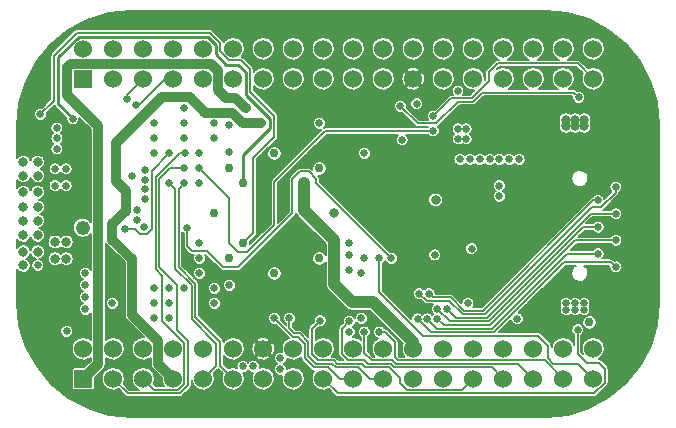
<source format=gbr>
G04 #@! TF.GenerationSoftware,KiCad,Pcbnew,(2017-08-02 revision 9760937)-master*
G04 #@! TF.CreationDate,2017-08-15T11:40:40-05:00*
G04 #@! TF.ProjectId,PocketBeagle,506F636B6574426561676C652E6B6963,rev?*
G04 #@! TF.SameCoordinates,Original*
G04 #@! TF.FileFunction,Copper,L2,Inr,Signal*
G04 #@! TF.FilePolarity,Positive*
%FSLAX46Y46*%
G04 Gerber Fmt 4.6, Leading zero omitted, Abs format (unit mm)*
G04 Created by KiCad (PCBNEW (2017-08-02 revision 9760937)-master) date Tue Aug 15 11:40:40 2017*
%MOMM*%
%LPD*%
G01*
G04 APERTURE LIST*
%ADD10C,1.524000*%
%ADD11R,1.524000X1.524000*%
%ADD12C,1.219200*%
%ADD13C,0.800000*%
%ADD14C,0.762000*%
%ADD15C,0.635000*%
%ADD16C,0.812800*%
%ADD17C,0.254000*%
%ADD18C,0.152400*%
%ADD19C,1.016000*%
G04 APERTURE END LIST*
D10*
X170091100Y-116433600D03*
X170091100Y-118973600D03*
X167551100Y-116433600D03*
X167551100Y-118973600D03*
X165011100Y-116433600D03*
X165011100Y-118973600D03*
X162471100Y-116433600D03*
X162471100Y-118973600D03*
X159931100Y-116433600D03*
X159931100Y-118973600D03*
X157391100Y-116433600D03*
X157391100Y-118973600D03*
X154851100Y-116433600D03*
X154851100Y-118973600D03*
X152311100Y-116433600D03*
X152311100Y-118973600D03*
X149771100Y-116433600D03*
X149771100Y-118973600D03*
X147231100Y-116433600D03*
X147231100Y-118973600D03*
X144691100Y-116433600D03*
X144691100Y-118973600D03*
X142151100Y-116433600D03*
X142151100Y-118973600D03*
X139611100Y-116433600D03*
X139611100Y-118973600D03*
X137071100Y-116433600D03*
X137071100Y-118973600D03*
X134531100Y-116433600D03*
X134531100Y-118973600D03*
X131991100Y-116433600D03*
X131991100Y-118973600D03*
X129451100Y-116433600D03*
X129451100Y-118973600D03*
X126911100Y-116433600D03*
D11*
X126911100Y-118973600D03*
D10*
X170091100Y-91033600D03*
X170091100Y-93573600D03*
X167551100Y-91033600D03*
X167551100Y-93573600D03*
X165011100Y-91033600D03*
X165011100Y-93573600D03*
X162471100Y-91033600D03*
X162471100Y-93573600D03*
X159931100Y-91033600D03*
X159931100Y-93573600D03*
X157391100Y-91033600D03*
X157391100Y-93573600D03*
X154851100Y-91033600D03*
X154851100Y-93573600D03*
X152311100Y-91033600D03*
X152311100Y-93573600D03*
X149771100Y-91033600D03*
X149771100Y-93573600D03*
X147231100Y-91033600D03*
X147231100Y-93573600D03*
X144691100Y-91033600D03*
X144691100Y-93573600D03*
X142151100Y-91033600D03*
X142151100Y-93573600D03*
X139611100Y-91033600D03*
X139611100Y-93573600D03*
X137071100Y-91033600D03*
X137071100Y-93573600D03*
X134531100Y-91033600D03*
X134531100Y-93573600D03*
X131991100Y-91033600D03*
X131991100Y-93573600D03*
X129451100Y-91033600D03*
X129451100Y-93573600D03*
X126911100Y-91033600D03*
D11*
X126911100Y-93573600D03*
D12*
X126868500Y-106196800D03*
D13*
X156738900Y-103834600D03*
D14*
X143099100Y-99897600D03*
X146909100Y-101167600D03*
D13*
X148179100Y-104977600D03*
D14*
X146909100Y-108787600D03*
X143099100Y-110057600D03*
X139289100Y-108787600D03*
X138019100Y-104977600D03*
X139289100Y-101167600D03*
D15*
X131034100Y-101802600D03*
X156662700Y-108482800D03*
X159786900Y-107949400D03*
X163673100Y-113893000D03*
X153919500Y-98729200D03*
X155138700Y-95681200D03*
D14*
X169769100Y-114197800D03*
D15*
X125496900Y-114959800D03*
X124684100Y-99516600D03*
X124684100Y-97738600D03*
D14*
X140432100Y-102437600D03*
D13*
X157043700Y-111302200D03*
D14*
X145639100Y-107517600D03*
X140432100Y-107517600D03*
D13*
X123058500Y-100634200D03*
X121839300Y-100634200D03*
X121839300Y-101777200D03*
X123058500Y-101777200D03*
X121839300Y-103174200D03*
X123058500Y-103174200D03*
X121839300Y-104418800D03*
X123058500Y-104418800D03*
X121839300Y-105587200D03*
X123058500Y-105587200D03*
X123058500Y-106831800D03*
X121839300Y-106831800D03*
X121839300Y-108228800D03*
X123058500Y-108228800D03*
X121839300Y-109371800D03*
X124531700Y-107390600D03*
X124531700Y-108813000D03*
X125471500Y-108813000D03*
X125471500Y-107390600D03*
D15*
X167787900Y-113131000D03*
X168549900Y-113131000D03*
X169311900Y-113131000D03*
X169311900Y-112597600D03*
X168549900Y-112597600D03*
X167787900Y-112597600D03*
D13*
X167787900Y-97586200D03*
X168549900Y-97586200D03*
X169311900Y-97586200D03*
X169311900Y-97052800D03*
X168549900Y-97052800D03*
X167787900Y-97052800D03*
D15*
X158643900Y-97814800D03*
X159329700Y-97814800D03*
X159329700Y-98653000D03*
X134209100Y-111327600D03*
X159634500Y-100405600D03*
X134209100Y-113867600D03*
X162987300Y-100405600D03*
X132939100Y-113867600D03*
X162149100Y-100405600D03*
X132939100Y-111327600D03*
X158796300Y-100405600D03*
X134209100Y-112597600D03*
X161310900Y-100405600D03*
X132939100Y-112597600D03*
X160472700Y-100405600D03*
X126030300Y-96976600D03*
X131440500Y-104672800D03*
X132177100Y-102945600D03*
X131440500Y-105511000D03*
X132177100Y-103783800D03*
X132177100Y-102107400D03*
X132050100Y-106120600D03*
D14*
X130526100Y-104215600D03*
X141956100Y-97357600D03*
X140660700Y-96062200D03*
D15*
X162530100Y-97129000D03*
X157119900Y-100177000D03*
X135479100Y-111327600D03*
X163825500Y-100405600D03*
X138019100Y-98627600D03*
X124684100Y-98627600D03*
X123287100Y-96595600D03*
X129383100Y-112597600D03*
X136749100Y-99897600D03*
X127097100Y-111073600D03*
X135479100Y-96087600D03*
X127097100Y-112089600D03*
X135479100Y-97357600D03*
X127097100Y-113105600D03*
X135479100Y-98627600D03*
D14*
X145639100Y-102437600D03*
D15*
X123058500Y-109371800D03*
X124531700Y-101193000D03*
X125471500Y-101193000D03*
X125471500Y-102615400D03*
X124531700Y-102615400D03*
X158643900Y-98653000D03*
X159482100Y-112597600D03*
X132939100Y-99897600D03*
X132939100Y-97357600D03*
X132939100Y-98627600D03*
X135479100Y-101167600D03*
X135555300Y-99872200D03*
X134209100Y-102437600D03*
X135479100Y-102437600D03*
X136749100Y-102437600D03*
X151989100Y-115010600D03*
X150719100Y-115010600D03*
X149449100Y-114121600D03*
X153767100Y-95909800D03*
X168854700Y-95147800D03*
X130653100Y-95325600D03*
X131415100Y-95833600D03*
X143607100Y-118185600D03*
X143607100Y-117245800D03*
X139289100Y-97510000D03*
X132177100Y-101294600D03*
X150719100Y-108787600D03*
X156561100Y-97992600D03*
X136749100Y-101167600D03*
X138019100Y-97357600D03*
X139289100Y-99770600D03*
X140432100Y-117931600D03*
X141321100Y-117931600D03*
X138019100Y-111327600D03*
X139289100Y-111073600D03*
X127097100Y-110057600D03*
X150719100Y-99897600D03*
X136749100Y-110057600D03*
X138019100Y-112597600D03*
X150465100Y-113867600D03*
X162149100Y-102615400D03*
X149449100Y-115010600D03*
X162149100Y-103529800D03*
X149449100Y-108533600D03*
X156561100Y-96722600D03*
X168778500Y-114807400D03*
X143099100Y-113867600D03*
X144369100Y-113867600D03*
X146985300Y-114045400D03*
X134209100Y-99897600D03*
X130449900Y-106273000D03*
X156891300Y-113893000D03*
X172001100Y-107253600D03*
X156891300Y-113054800D03*
X170501100Y-106128600D03*
X157729500Y-113054800D03*
X172001100Y-105003600D03*
X156053100Y-113893000D03*
X170501100Y-108378600D03*
X155214900Y-113893000D03*
X172001100Y-109503600D03*
X150465100Y-110057600D03*
X158643900Y-94614400D03*
X156205500Y-111759400D03*
X170501100Y-103878600D03*
X155367300Y-111759400D03*
X172001100Y-102753600D03*
X149449100Y-109803600D03*
X149449100Y-107517600D03*
X136749100Y-108787600D03*
X136749100Y-107517600D03*
X151989100Y-108787600D03*
X153005100Y-108787600D03*
X135733100Y-106247600D03*
X146909100Y-97357600D03*
D16*
X140660700Y-96062200D02*
X139797100Y-95198600D01*
X139009700Y-95198600D02*
X138349300Y-94538200D01*
X139797100Y-95198600D02*
X139009700Y-95198600D01*
X138349300Y-94538200D02*
X138349300Y-92887200D01*
X138349300Y-92887200D02*
X137765100Y-92303000D01*
X128189300Y-97586200D02*
X128189300Y-117695400D01*
X137765100Y-92303000D02*
X125883000Y-92303000D01*
X125883000Y-92303000D02*
X125577600Y-92608400D01*
X125577600Y-92608400D02*
X125577600Y-94974500D01*
X125577600Y-94974500D02*
X128189300Y-97586200D01*
X128189300Y-117695400D02*
X126911100Y-118973600D01*
D17*
X140432100Y-102437600D02*
X140432100Y-100024600D01*
X140432100Y-100024600D02*
X142718100Y-97738600D01*
X142718100Y-97738600D02*
X142718100Y-96976600D01*
X142718100Y-96976600D02*
X140686100Y-94944600D01*
X140686100Y-94944600D02*
X140686100Y-93039600D01*
X140686100Y-93039600D02*
X140051100Y-92404600D01*
X140051100Y-92404600D02*
X139035100Y-92404600D01*
X139035100Y-92404600D02*
X138146100Y-91515600D01*
X138146100Y-91515600D02*
X138146100Y-90677400D01*
X138146100Y-90677400D02*
X137511100Y-90042400D01*
X137511100Y-90042400D02*
X126512900Y-90042400D01*
X126512900Y-90042400D02*
X124811100Y-91744200D01*
X124811100Y-91744200D02*
X124811100Y-95706600D01*
X124811100Y-95706600D02*
X126030300Y-96925800D01*
X126030300Y-96925800D02*
X126030300Y-96976600D01*
D16*
X129687900Y-99034000D02*
X133574100Y-95147800D01*
X141956100Y-97357600D02*
X140432100Y-97357600D01*
X140432100Y-97357600D02*
X139517700Y-96443200D01*
X139517700Y-96443200D02*
X137231700Y-96443200D01*
X137231700Y-96443200D02*
X135936300Y-95147800D01*
X135936300Y-95147800D02*
X133574100Y-95147800D01*
X134531100Y-118973600D02*
X133269300Y-117711800D01*
X133269300Y-117711800D02*
X133269300Y-115798000D01*
X133269300Y-115798000D02*
X131059500Y-113588200D01*
X131059500Y-113588200D02*
X131059500Y-108863800D01*
X131059500Y-108863800D02*
X129383100Y-107187400D01*
X129687900Y-99034000D02*
X129687900Y-102234400D01*
X129687900Y-102234400D02*
X130526100Y-103072600D01*
X130526100Y-103072600D02*
X130526100Y-104215600D01*
X130526100Y-104215600D02*
X130526100Y-104749000D01*
X130526100Y-104749000D02*
X129383100Y-105892000D01*
X129383100Y-105892000D02*
X129383100Y-107187400D01*
D18*
X140432100Y-107517600D02*
X141321100Y-106628600D01*
X141321100Y-106628600D02*
X141321100Y-100278600D01*
X141321100Y-100278600D02*
X143099100Y-98500600D01*
X143099100Y-98500600D02*
X143099100Y-96722600D01*
X143099100Y-96722600D02*
X141067100Y-94690600D01*
X141067100Y-94690600D02*
X141067100Y-92785600D01*
X141067100Y-92785600D02*
X140305100Y-92023600D01*
X140305100Y-92023600D02*
X139289100Y-92023600D01*
X139289100Y-92023600D02*
X138527100Y-91261600D01*
X138527100Y-91261600D02*
X138527100Y-90550400D01*
X138527100Y-90550400D02*
X137638100Y-89661400D01*
X137638100Y-89661400D02*
X126385900Y-89661400D01*
X126385900Y-89661400D02*
X124430100Y-91617200D01*
X124430100Y-91617200D02*
X124430100Y-95452600D01*
X124430100Y-95452600D02*
X123287100Y-96595600D01*
D19*
X154851100Y-116433600D02*
X154851100Y-115840600D01*
X154851100Y-115840600D02*
X151481100Y-112470600D01*
X151481100Y-112470600D02*
X149703100Y-112470600D01*
X149703100Y-112470600D02*
X148179100Y-110946600D01*
X148179100Y-110946600D02*
X148179100Y-107263600D01*
X148179100Y-107263600D02*
X145639100Y-104723600D01*
X145639100Y-104723600D02*
X145639100Y-102437600D01*
D18*
X135479100Y-101167600D02*
X134259900Y-101167600D01*
X134259900Y-101167600D02*
X133345500Y-102082000D01*
X133345500Y-102082000D02*
X133345500Y-109549600D01*
X133345500Y-109549600D02*
X134869500Y-111073600D01*
X134869500Y-111073600D02*
X134869500Y-114883600D01*
X134869500Y-114883600D02*
X135783900Y-115798000D01*
X135783900Y-115798000D02*
X135783900Y-119531800D01*
X135783900Y-119531800D02*
X135098100Y-120217600D01*
X135098100Y-120217600D02*
X130695100Y-120217600D01*
X130695100Y-120217600D02*
X129451100Y-118973600D01*
X135555300Y-99872200D02*
X135098100Y-99872200D01*
X135098100Y-99872200D02*
X133040700Y-101929600D01*
X133040700Y-101929600D02*
X133040700Y-109702000D01*
X133040700Y-109702000D02*
X133574100Y-110235400D01*
X133574100Y-110235400D02*
X133574100Y-114045400D01*
X133574100Y-114045400D02*
X135479100Y-115950400D01*
X135479100Y-115950400D02*
X135479100Y-119379400D01*
X135479100Y-119379400D02*
X134945700Y-119912800D01*
X134945700Y-119912800D02*
X132930300Y-119912800D01*
X132930300Y-119912800D02*
X131991100Y-118973600D01*
X137071100Y-118973600D02*
X138184200Y-117860500D01*
X134209100Y-102437600D02*
X134691700Y-102920200D01*
X134691700Y-102920200D02*
X134691700Y-109676600D01*
X138184200Y-117860500D02*
X138184200Y-115988500D01*
X138184200Y-115988500D02*
X136088700Y-113893000D01*
X136088700Y-113893000D02*
X136088700Y-111073600D01*
X136088700Y-111073600D02*
X134691700Y-109676600D01*
X139611100Y-118973600D02*
X138489000Y-117851500D01*
X135479100Y-102437600D02*
X134996500Y-102920200D01*
X134996500Y-102920200D02*
X134996500Y-109524200D01*
X138489000Y-117851500D02*
X138489000Y-115836100D01*
X138489000Y-115836100D02*
X136393500Y-113740600D01*
X136393500Y-113740600D02*
X136393500Y-110921200D01*
X136393500Y-110921200D02*
X134996500Y-109524200D01*
X151989100Y-115010600D02*
X152446300Y-115010600D01*
X152446300Y-115010600D02*
X153309900Y-115874200D01*
X153309900Y-115874200D02*
X153309900Y-117169600D01*
X153309900Y-117169600D02*
X153538500Y-117398200D01*
X153538500Y-117398200D02*
X165975700Y-117398200D01*
X165975700Y-117398200D02*
X167551100Y-118973600D01*
X150719100Y-115010600D02*
X150719100Y-116788600D01*
X150719100Y-116788600D02*
X151328700Y-117398200D01*
X151328700Y-117398200D02*
X153081300Y-117398200D01*
X153081300Y-117398200D02*
X153386100Y-117703000D01*
X153386100Y-117703000D02*
X163740500Y-117703000D01*
X163740500Y-117703000D02*
X165011100Y-118973600D01*
X149449100Y-114121600D02*
X148814100Y-114756600D01*
X148814100Y-114756600D02*
X148814100Y-116864800D01*
X148814100Y-116864800D02*
X149347500Y-117398200D01*
X149347500Y-117398200D02*
X150719100Y-117398200D01*
X150719100Y-117398200D02*
X151023900Y-117703000D01*
X151023900Y-117703000D02*
X152928900Y-117703000D01*
X152928900Y-117703000D02*
X153233700Y-118007800D01*
X153233700Y-118007800D02*
X161505300Y-118007800D01*
X161505300Y-118007800D02*
X162471100Y-118973600D01*
X155214900Y-97357600D02*
X156815100Y-97357600D01*
X153767100Y-95909800D02*
X155214900Y-97357600D01*
X156815100Y-97357600D02*
X158643900Y-95528800D01*
X158643900Y-95528800D02*
X159939300Y-95528800D01*
X159939300Y-95528800D02*
X160701300Y-94766800D01*
X160701300Y-94766800D02*
X168473700Y-94766800D01*
X168473700Y-94766800D02*
X168854700Y-95147800D01*
X131991100Y-93573600D02*
X130653100Y-94911600D01*
X130653100Y-94911600D02*
X130653100Y-95325600D01*
X131592900Y-95833600D02*
X133852900Y-93573600D01*
X133852900Y-93573600D02*
X134531100Y-93573600D01*
X131592900Y-95833600D02*
X131415100Y-95833600D01*
X136749100Y-101167600D02*
X139289100Y-103707600D01*
X139289100Y-103707600D02*
X139289100Y-107492200D01*
X139289100Y-107492200D02*
X140051100Y-108254200D01*
X140051100Y-108254200D02*
X140813100Y-108254200D01*
X140813100Y-108254200D02*
X143099100Y-105968200D01*
X143099100Y-105968200D02*
X143099100Y-102310600D01*
X143099100Y-102310600D02*
X147417100Y-97992600D01*
X147417100Y-97992600D02*
X156561100Y-97992600D01*
X158059700Y-95224000D02*
X156561100Y-96722600D01*
X158059700Y-95224000D02*
X159786900Y-95224000D01*
X159786900Y-95224000D02*
X161234700Y-93776200D01*
X161234700Y-93776200D02*
X161234700Y-93014200D01*
X161234700Y-93014200D02*
X161996700Y-92252200D01*
X161996700Y-92252200D02*
X168769700Y-92252200D01*
X168769700Y-92252200D02*
X170091100Y-93573600D01*
X171089900Y-119303200D02*
X170175500Y-120217600D01*
X170175500Y-120217600D02*
X148475100Y-120217600D01*
X148475100Y-120217600D02*
X147231100Y-118973600D01*
X168778500Y-114807400D02*
X168778500Y-116864800D01*
X171089900Y-119303200D02*
X171089900Y-118109400D01*
X171089900Y-118109400D02*
X170607300Y-117626800D01*
X170607300Y-117626800D02*
X169540500Y-117626800D01*
X169540500Y-117626800D02*
X168778500Y-116864800D01*
X143099100Y-113867600D02*
X144648500Y-115417000D01*
X144648500Y-115417000D02*
X145080300Y-115417000D01*
X145080300Y-115417000D02*
X145664500Y-116001200D01*
X145664500Y-116001200D02*
X145664500Y-117220400D01*
X145664500Y-117220400D02*
X146451900Y-118007800D01*
X146451900Y-118007800D02*
X147671100Y-118007800D01*
X147671100Y-118007800D02*
X148636900Y-118973600D01*
X148636900Y-118973600D02*
X149771100Y-118973600D01*
X144369100Y-113867600D02*
X144369100Y-114705800D01*
X144369100Y-114705800D02*
X144775500Y-115112200D01*
X144775500Y-115112200D02*
X145232700Y-115112200D01*
X145232700Y-115112200D02*
X145969300Y-115848800D01*
X151151500Y-118973600D02*
X152311100Y-118973600D01*
X145969300Y-115848800D02*
X145969300Y-117068000D01*
X145969300Y-117068000D02*
X146604300Y-117703000D01*
X146604300Y-117703000D02*
X147975900Y-117703000D01*
X147975900Y-117703000D02*
X148280700Y-118007800D01*
X148280700Y-118007800D02*
X150185700Y-118007800D01*
X150185700Y-118007800D02*
X151151500Y-118973600D01*
X146985300Y-114045400D02*
X146274100Y-114756600D01*
X146274100Y-114756600D02*
X146274100Y-116915600D01*
X146274100Y-116915600D02*
X146756700Y-117398200D01*
X146756700Y-117398200D02*
X148128300Y-117398200D01*
X148128300Y-117398200D02*
X148433100Y-117703000D01*
X148433100Y-117703000D02*
X150490500Y-117703000D01*
X150490500Y-117703000D02*
X150795300Y-118007800D01*
X150795300Y-118007800D02*
X152776500Y-118007800D01*
X152776500Y-118007800D02*
X153690900Y-118922200D01*
X153690900Y-118922200D02*
X153690900Y-119303200D01*
X153690900Y-119303200D02*
X154300500Y-119912800D01*
X154300500Y-119912800D02*
X158991900Y-119912800D01*
X158991900Y-119912800D02*
X159931100Y-118973600D01*
X134209100Y-99897600D02*
X132735900Y-101370800D01*
X132735900Y-101370800D02*
X132735900Y-106273000D01*
X132735900Y-106273000D02*
X132278700Y-106730200D01*
X132278700Y-106730200D02*
X131745300Y-106730200D01*
X131745300Y-106730200D02*
X131288100Y-106273000D01*
X131288100Y-106273000D02*
X130449900Y-106273000D01*
X156891300Y-113893000D02*
X157424700Y-114426400D01*
X157424700Y-114426400D02*
X161387100Y-114426400D01*
X161387100Y-114426400D02*
X168559900Y-107253600D01*
X168559900Y-107253600D02*
X172001100Y-107253600D01*
X156891300Y-113054800D02*
X157958100Y-114121600D01*
X157958100Y-114121600D02*
X161234700Y-114121600D01*
X161234700Y-114121600D02*
X169227700Y-106128600D01*
X169227700Y-106128600D02*
X170501100Y-106128600D01*
X157729500Y-113054800D02*
X158491500Y-113816800D01*
X158491500Y-113816800D02*
X161082300Y-113816800D01*
X161082300Y-113816800D02*
X169895500Y-105003600D01*
X169895500Y-105003600D02*
X172001100Y-105003600D01*
X156053100Y-113893000D02*
X156891300Y-114731200D01*
X156891300Y-114731200D02*
X161539500Y-114731200D01*
X167892100Y-108378600D02*
X161539500Y-114731200D01*
X167892100Y-108378600D02*
X170501100Y-108378600D01*
X155214900Y-113893000D02*
X156357900Y-115036000D01*
X156357900Y-115036000D02*
X161691900Y-115036000D01*
X161691900Y-115036000D02*
X167635500Y-109092400D01*
X167635500Y-109092400D02*
X171589900Y-109092400D01*
X171589900Y-109092400D02*
X172001100Y-109503600D01*
X156205500Y-111759400D02*
X156510300Y-112064200D01*
X156510300Y-112064200D02*
X158034300Y-112064200D01*
X158034300Y-112064200D02*
X159177300Y-113207200D01*
X159177300Y-113207200D02*
X160777500Y-113207200D01*
X160777500Y-113207200D02*
X170106100Y-103878600D01*
X170106100Y-103878600D02*
X170501100Y-103878600D01*
X155367300Y-111759400D02*
X155976900Y-112369000D01*
X155976900Y-112369000D02*
X157881900Y-112369000D01*
X157881900Y-112369000D02*
X159024900Y-113512000D01*
X159024900Y-113512000D02*
X160929900Y-113512000D01*
X160929900Y-113512000D02*
X169997700Y-104444200D01*
X169997700Y-104444200D02*
X170759700Y-104444200D01*
X170759700Y-104444200D02*
X172001100Y-103202800D01*
X172001100Y-103202800D02*
X172001100Y-102753600D01*
X151989100Y-111657800D02*
X155672100Y-115340800D01*
X155672100Y-115340800D02*
X165425700Y-115340800D01*
X165425700Y-115340800D02*
X166263900Y-116179000D01*
X151989100Y-111657800D02*
X151989100Y-108787600D01*
X166263900Y-116179000D02*
X166263900Y-117245800D01*
X166263900Y-117245800D02*
X166721100Y-117703000D01*
X166721100Y-117703000D02*
X168820500Y-117703000D01*
X168820500Y-117703000D02*
X170091100Y-118973600D01*
X153005100Y-108787600D02*
X146655100Y-102437600D01*
X146655100Y-102437600D02*
X146655100Y-102056600D01*
X146655100Y-102056600D02*
X146020100Y-101421600D01*
X146020100Y-101421600D02*
X145258100Y-101421600D01*
X145258100Y-101421600D02*
X144623100Y-102056600D01*
X144623100Y-102056600D02*
X144623100Y-104977600D01*
X144623100Y-104977600D02*
X140051100Y-109549600D01*
X140051100Y-109549600D02*
X138781100Y-109549600D01*
X138781100Y-109549600D02*
X137384100Y-108152600D01*
X137384100Y-108152600D02*
X136114100Y-108152600D01*
X136114100Y-108152600D02*
X135733100Y-107771600D01*
X135733100Y-107771600D02*
X135733100Y-106247600D01*
G36*
X167884193Y-87993294D02*
X169695554Y-88540177D01*
X171366202Y-89428477D01*
X172832488Y-90624350D01*
X174038574Y-92082257D01*
X174938511Y-93746656D01*
X175498027Y-95554163D01*
X175697312Y-97450229D01*
X175697500Y-97504089D01*
X175697500Y-112488752D01*
X175511406Y-114386692D01*
X174964522Y-116198056D01*
X174076223Y-117868702D01*
X172880350Y-119334988D01*
X171422441Y-120541075D01*
X169758045Y-121441011D01*
X167950537Y-122000527D01*
X166054470Y-122199812D01*
X166000611Y-122200000D01*
X131015948Y-122200000D01*
X129118008Y-122013906D01*
X127306644Y-121467022D01*
X125635998Y-120578723D01*
X124169712Y-119382850D01*
X122963625Y-117924941D01*
X122063689Y-116260545D01*
X121675256Y-115005718D01*
X124950083Y-115005718D01*
X124969415Y-115111054D01*
X125008840Y-115210629D01*
X125066854Y-115300650D01*
X125141249Y-115377688D01*
X125229191Y-115438809D01*
X125327329Y-115481685D01*
X125431927Y-115504682D01*
X125538999Y-115506925D01*
X125644468Y-115488328D01*
X125744315Y-115449599D01*
X125834739Y-115392215D01*
X125912295Y-115318359D01*
X125974028Y-115230847D01*
X126017588Y-115133010D01*
X126041315Y-115028576D01*
X126043023Y-114906252D01*
X126022221Y-114801196D01*
X125981410Y-114702181D01*
X125922145Y-114612979D01*
X125846681Y-114536987D01*
X125757895Y-114477100D01*
X125659167Y-114435599D01*
X125554259Y-114414064D01*
X125447166Y-114413316D01*
X125341967Y-114433384D01*
X125242670Y-114473503D01*
X125153056Y-114532145D01*
X125076539Y-114607075D01*
X125016034Y-114695442D01*
X124973844Y-114793877D01*
X124951578Y-114898632D01*
X124950083Y-115005718D01*
X121675256Y-115005718D01*
X121504173Y-114453037D01*
X121304888Y-112556970D01*
X121304700Y-112503111D01*
X121304700Y-109702717D01*
X121344286Y-109764143D01*
X121429920Y-109852820D01*
X121531147Y-109923174D01*
X121644112Y-109972527D01*
X121764511Y-109998999D01*
X121887759Y-110001580D01*
X122009161Y-109980174D01*
X122124093Y-109935595D01*
X122228178Y-109869541D01*
X122317450Y-109784528D01*
X122388510Y-109683794D01*
X122438650Y-109571177D01*
X122465961Y-109450966D01*
X122467927Y-109310163D01*
X122443983Y-109189235D01*
X122397007Y-109075262D01*
X122328787Y-108972584D01*
X122241924Y-108885111D01*
X122139724Y-108816177D01*
X122103046Y-108800759D01*
X122124093Y-108792595D01*
X122228178Y-108726541D01*
X122317450Y-108641528D01*
X122388510Y-108540794D01*
X122438650Y-108428177D01*
X122448228Y-108386019D01*
X122451327Y-108402904D01*
X122496707Y-108517522D01*
X122563486Y-108621143D01*
X122649120Y-108709820D01*
X122750347Y-108780174D01*
X122863312Y-108829527D01*
X122920629Y-108842129D01*
X122903567Y-108845384D01*
X122804270Y-108885503D01*
X122714656Y-108944145D01*
X122638139Y-109019075D01*
X122577634Y-109107442D01*
X122535444Y-109205877D01*
X122513178Y-109310632D01*
X122511683Y-109417718D01*
X122531015Y-109523054D01*
X122570440Y-109622629D01*
X122628454Y-109712650D01*
X122702849Y-109789688D01*
X122790791Y-109850809D01*
X122888929Y-109893685D01*
X122993527Y-109916682D01*
X123100599Y-109918925D01*
X123206068Y-109900328D01*
X123305915Y-109861599D01*
X123396339Y-109804215D01*
X123473895Y-109730359D01*
X123535628Y-109642847D01*
X123579188Y-109545010D01*
X123602915Y-109440576D01*
X123604623Y-109318252D01*
X123583821Y-109213196D01*
X123543010Y-109114181D01*
X123483745Y-109024979D01*
X123408281Y-108948987D01*
X123319495Y-108889100D01*
X123264195Y-108865854D01*
X123902273Y-108865854D01*
X123924527Y-108987104D01*
X123969907Y-109101722D01*
X124036686Y-109205343D01*
X124122320Y-109294020D01*
X124223547Y-109364374D01*
X124336512Y-109413727D01*
X124456911Y-109440199D01*
X124580159Y-109442780D01*
X124701561Y-109421374D01*
X124816493Y-109376795D01*
X124920578Y-109310741D01*
X125002724Y-109232514D01*
X125062120Y-109294020D01*
X125163347Y-109364374D01*
X125276312Y-109413727D01*
X125396711Y-109440199D01*
X125519959Y-109442780D01*
X125641361Y-109421374D01*
X125756293Y-109376795D01*
X125860378Y-109310741D01*
X125949650Y-109225728D01*
X126020710Y-109124994D01*
X126070850Y-109012377D01*
X126098161Y-108892166D01*
X126100127Y-108751363D01*
X126076183Y-108630435D01*
X126029207Y-108516462D01*
X125960987Y-108413784D01*
X125874124Y-108326311D01*
X125771924Y-108257377D01*
X125658282Y-108209606D01*
X125537525Y-108184818D01*
X125414253Y-108183958D01*
X125293161Y-108207057D01*
X125178863Y-108253237D01*
X125075711Y-108320737D01*
X125001223Y-108393680D01*
X124934324Y-108326311D01*
X124832124Y-108257377D01*
X124718482Y-108209606D01*
X124597725Y-108184818D01*
X124474453Y-108183958D01*
X124353361Y-108207057D01*
X124239063Y-108253237D01*
X124135911Y-108320737D01*
X124047834Y-108406988D01*
X123978188Y-108508704D01*
X123929625Y-108622010D01*
X123903994Y-108742592D01*
X123902273Y-108865854D01*
X123264195Y-108865854D01*
X123220767Y-108847599D01*
X123196957Y-108842711D01*
X123228361Y-108837174D01*
X123343293Y-108792595D01*
X123447378Y-108726541D01*
X123536650Y-108641528D01*
X123607710Y-108540794D01*
X123657850Y-108428177D01*
X123685161Y-108307966D01*
X123687127Y-108167163D01*
X123663183Y-108046235D01*
X123616207Y-107932262D01*
X123547987Y-107829584D01*
X123461124Y-107742111D01*
X123358924Y-107673177D01*
X123245282Y-107625406D01*
X123124525Y-107600618D01*
X123001253Y-107599758D01*
X122880161Y-107622857D01*
X122765863Y-107669037D01*
X122662711Y-107736537D01*
X122574634Y-107822788D01*
X122504988Y-107924504D01*
X122456425Y-108037810D01*
X122449120Y-108072178D01*
X122443983Y-108046235D01*
X122397007Y-107932262D01*
X122328787Y-107829584D01*
X122241924Y-107742111D01*
X122139724Y-107673177D01*
X122026082Y-107625406D01*
X121905325Y-107600618D01*
X121782053Y-107599758D01*
X121660961Y-107622857D01*
X121546663Y-107669037D01*
X121443511Y-107736537D01*
X121355434Y-107822788D01*
X121304700Y-107896884D01*
X121304700Y-107162717D01*
X121344286Y-107224143D01*
X121429920Y-107312820D01*
X121531147Y-107383174D01*
X121644112Y-107432527D01*
X121764511Y-107458999D01*
X121887759Y-107461580D01*
X122009161Y-107440174D01*
X122124093Y-107395595D01*
X122228178Y-107329541D01*
X122317450Y-107244528D01*
X122388510Y-107143794D01*
X122438650Y-107031177D01*
X122448228Y-106989019D01*
X122451327Y-107005904D01*
X122496707Y-107120522D01*
X122563486Y-107224143D01*
X122649120Y-107312820D01*
X122750347Y-107383174D01*
X122863312Y-107432527D01*
X122983711Y-107458999D01*
X123106959Y-107461580D01*
X123209758Y-107443454D01*
X123902273Y-107443454D01*
X123924527Y-107564704D01*
X123969907Y-107679322D01*
X124036686Y-107782943D01*
X124122320Y-107871620D01*
X124223547Y-107941974D01*
X124336512Y-107991327D01*
X124456911Y-108017799D01*
X124580159Y-108020380D01*
X124701561Y-107998974D01*
X124816493Y-107954395D01*
X124920578Y-107888341D01*
X125002724Y-107810114D01*
X125062120Y-107871620D01*
X125163347Y-107941974D01*
X125276312Y-107991327D01*
X125396711Y-108017799D01*
X125519959Y-108020380D01*
X125641361Y-107998974D01*
X125756293Y-107954395D01*
X125860378Y-107888341D01*
X125949650Y-107803328D01*
X126020710Y-107702594D01*
X126070850Y-107589977D01*
X126098161Y-107469766D01*
X126100127Y-107328963D01*
X126076183Y-107208035D01*
X126029207Y-107094062D01*
X125960987Y-106991384D01*
X125874124Y-106903911D01*
X125771924Y-106834977D01*
X125658282Y-106787206D01*
X125537525Y-106762418D01*
X125414253Y-106761558D01*
X125293161Y-106784657D01*
X125178863Y-106830837D01*
X125075711Y-106898337D01*
X125001223Y-106971280D01*
X124934324Y-106903911D01*
X124832124Y-106834977D01*
X124718482Y-106787206D01*
X124597725Y-106762418D01*
X124474453Y-106761558D01*
X124353361Y-106784657D01*
X124239063Y-106830837D01*
X124135911Y-106898337D01*
X124047834Y-106984588D01*
X123978188Y-107086304D01*
X123929625Y-107199610D01*
X123903994Y-107320192D01*
X123902273Y-107443454D01*
X123209758Y-107443454D01*
X123228361Y-107440174D01*
X123343293Y-107395595D01*
X123447378Y-107329541D01*
X123536650Y-107244528D01*
X123607710Y-107143794D01*
X123657850Y-107031177D01*
X123685161Y-106910966D01*
X123687127Y-106770163D01*
X123663183Y-106649235D01*
X123616207Y-106535262D01*
X123547987Y-106432584D01*
X123461124Y-106345111D01*
X123358924Y-106276177D01*
X123245282Y-106228406D01*
X123151424Y-106209140D01*
X123228361Y-106195574D01*
X123343293Y-106150995D01*
X123447378Y-106084941D01*
X123536650Y-105999928D01*
X123607710Y-105899194D01*
X123657850Y-105786577D01*
X123685161Y-105666366D01*
X123687127Y-105525563D01*
X123663183Y-105404635D01*
X123616207Y-105290662D01*
X123547987Y-105187984D01*
X123461124Y-105100511D01*
X123358924Y-105031577D01*
X123290819Y-105002948D01*
X123343293Y-104982595D01*
X123447378Y-104916541D01*
X123536650Y-104831528D01*
X123607710Y-104730794D01*
X123657850Y-104618177D01*
X123685161Y-104497966D01*
X123687127Y-104357163D01*
X123663183Y-104236235D01*
X123616207Y-104122262D01*
X123547987Y-104019584D01*
X123461124Y-103932111D01*
X123358924Y-103863177D01*
X123245282Y-103815406D01*
X123151424Y-103796140D01*
X123228361Y-103782574D01*
X123343293Y-103737995D01*
X123447378Y-103671941D01*
X123536650Y-103586928D01*
X123607710Y-103486194D01*
X123657850Y-103373577D01*
X123685161Y-103253366D01*
X123687127Y-103112563D01*
X123663183Y-102991635D01*
X123616207Y-102877662D01*
X123547987Y-102774984D01*
X123461124Y-102687511D01*
X123422291Y-102661318D01*
X123984883Y-102661318D01*
X124004215Y-102766654D01*
X124043640Y-102866229D01*
X124101654Y-102956250D01*
X124176049Y-103033288D01*
X124263991Y-103094409D01*
X124362129Y-103137285D01*
X124466727Y-103160282D01*
X124573799Y-103162525D01*
X124679268Y-103143928D01*
X124779115Y-103105199D01*
X124869539Y-103047815D01*
X124947095Y-102973959D01*
X125002370Y-102895602D01*
X125041454Y-102956250D01*
X125115849Y-103033288D01*
X125203791Y-103094409D01*
X125301929Y-103137285D01*
X125406527Y-103160282D01*
X125513599Y-103162525D01*
X125619068Y-103143928D01*
X125718915Y-103105199D01*
X125809339Y-103047815D01*
X125886895Y-102973959D01*
X125948628Y-102886447D01*
X125992188Y-102788610D01*
X126015915Y-102684176D01*
X126017623Y-102561852D01*
X125996821Y-102456796D01*
X125956010Y-102357781D01*
X125896745Y-102268579D01*
X125821281Y-102192587D01*
X125732495Y-102132700D01*
X125633767Y-102091199D01*
X125528859Y-102069664D01*
X125421766Y-102068916D01*
X125316567Y-102088984D01*
X125217270Y-102129103D01*
X125127656Y-102187745D01*
X125051139Y-102262675D01*
X125001342Y-102335403D01*
X124956945Y-102268579D01*
X124881481Y-102192587D01*
X124792695Y-102132700D01*
X124693967Y-102091199D01*
X124589059Y-102069664D01*
X124481966Y-102068916D01*
X124376767Y-102088984D01*
X124277470Y-102129103D01*
X124187856Y-102187745D01*
X124111339Y-102262675D01*
X124050834Y-102351042D01*
X124008644Y-102449477D01*
X123986378Y-102554232D01*
X123984883Y-102661318D01*
X123422291Y-102661318D01*
X123358924Y-102618577D01*
X123245282Y-102570806D01*
X123124525Y-102546018D01*
X123001253Y-102545158D01*
X122880161Y-102568257D01*
X122765863Y-102614437D01*
X122662711Y-102681937D01*
X122574634Y-102768188D01*
X122504988Y-102869904D01*
X122456425Y-102983210D01*
X122449120Y-103017578D01*
X122443983Y-102991635D01*
X122397007Y-102877662D01*
X122328787Y-102774984D01*
X122241924Y-102687511D01*
X122139724Y-102618577D01*
X122026082Y-102570806D01*
X121905325Y-102546018D01*
X121782053Y-102545158D01*
X121660961Y-102568257D01*
X121546663Y-102614437D01*
X121443511Y-102681937D01*
X121355434Y-102768188D01*
X121304700Y-102842284D01*
X121304700Y-102108117D01*
X121344286Y-102169543D01*
X121429920Y-102258220D01*
X121531147Y-102328574D01*
X121644112Y-102377927D01*
X121764511Y-102404399D01*
X121887759Y-102406980D01*
X122009161Y-102385574D01*
X122124093Y-102340995D01*
X122228178Y-102274941D01*
X122317450Y-102189928D01*
X122388510Y-102089194D01*
X122438650Y-101976577D01*
X122448228Y-101934419D01*
X122451327Y-101951304D01*
X122496707Y-102065922D01*
X122563486Y-102169543D01*
X122649120Y-102258220D01*
X122750347Y-102328574D01*
X122863312Y-102377927D01*
X122983711Y-102404399D01*
X123106959Y-102406980D01*
X123228361Y-102385574D01*
X123343293Y-102340995D01*
X123447378Y-102274941D01*
X123536650Y-102189928D01*
X123607710Y-102089194D01*
X123657850Y-101976577D01*
X123685161Y-101856366D01*
X123687127Y-101715563D01*
X123663183Y-101594635D01*
X123616207Y-101480662D01*
X123547987Y-101377984D01*
X123461124Y-101290511D01*
X123384634Y-101238918D01*
X123984883Y-101238918D01*
X124004215Y-101344254D01*
X124043640Y-101443829D01*
X124101654Y-101533850D01*
X124176049Y-101610888D01*
X124263991Y-101672009D01*
X124362129Y-101714885D01*
X124466727Y-101737882D01*
X124573799Y-101740125D01*
X124679268Y-101721528D01*
X124779115Y-101682799D01*
X124869539Y-101625415D01*
X124947095Y-101551559D01*
X125002370Y-101473202D01*
X125041454Y-101533850D01*
X125115849Y-101610888D01*
X125203791Y-101672009D01*
X125301929Y-101714885D01*
X125406527Y-101737882D01*
X125513599Y-101740125D01*
X125619068Y-101721528D01*
X125718915Y-101682799D01*
X125809339Y-101625415D01*
X125886895Y-101551559D01*
X125948628Y-101464047D01*
X125992188Y-101366210D01*
X126015915Y-101261776D01*
X126017623Y-101139452D01*
X125996821Y-101034396D01*
X125956010Y-100935381D01*
X125896745Y-100846179D01*
X125821281Y-100770187D01*
X125732495Y-100710300D01*
X125633767Y-100668799D01*
X125528859Y-100647264D01*
X125421766Y-100646516D01*
X125316567Y-100666584D01*
X125217270Y-100706703D01*
X125127656Y-100765345D01*
X125051139Y-100840275D01*
X125001342Y-100913003D01*
X124956945Y-100846179D01*
X124881481Y-100770187D01*
X124792695Y-100710300D01*
X124693967Y-100668799D01*
X124589059Y-100647264D01*
X124481966Y-100646516D01*
X124376767Y-100666584D01*
X124277470Y-100706703D01*
X124187856Y-100765345D01*
X124111339Y-100840275D01*
X124050834Y-100928642D01*
X124008644Y-101027077D01*
X123986378Y-101131832D01*
X123984883Y-101238918D01*
X123384634Y-101238918D01*
X123358924Y-101221577D01*
X123322246Y-101206159D01*
X123343293Y-101197995D01*
X123447378Y-101131941D01*
X123536650Y-101046928D01*
X123607710Y-100946194D01*
X123657850Y-100833577D01*
X123685161Y-100713366D01*
X123687127Y-100572563D01*
X123663183Y-100451635D01*
X123616207Y-100337662D01*
X123547987Y-100234984D01*
X123461124Y-100147511D01*
X123358924Y-100078577D01*
X123245282Y-100030806D01*
X123124525Y-100006018D01*
X123001253Y-100005158D01*
X122880161Y-100028257D01*
X122765863Y-100074437D01*
X122662711Y-100141937D01*
X122574634Y-100228188D01*
X122504988Y-100329904D01*
X122456425Y-100443210D01*
X122449120Y-100477578D01*
X122443983Y-100451635D01*
X122397007Y-100337662D01*
X122328787Y-100234984D01*
X122241924Y-100147511D01*
X122139724Y-100078577D01*
X122026082Y-100030806D01*
X121905325Y-100006018D01*
X121782053Y-100005158D01*
X121660961Y-100028257D01*
X121546663Y-100074437D01*
X121443511Y-100141937D01*
X121355434Y-100228188D01*
X121304700Y-100302284D01*
X121304700Y-97784518D01*
X124137283Y-97784518D01*
X124156615Y-97889854D01*
X124196040Y-97989429D01*
X124254054Y-98079450D01*
X124328449Y-98156488D01*
X124366379Y-98182850D01*
X124340256Y-98199945D01*
X124263739Y-98274875D01*
X124203234Y-98363242D01*
X124161044Y-98461677D01*
X124138778Y-98566432D01*
X124137283Y-98673518D01*
X124156615Y-98778854D01*
X124196040Y-98878429D01*
X124254054Y-98968450D01*
X124328449Y-99045488D01*
X124366379Y-99071850D01*
X124340256Y-99088945D01*
X124263739Y-99163875D01*
X124203234Y-99252242D01*
X124161044Y-99350677D01*
X124138778Y-99455432D01*
X124137283Y-99562518D01*
X124156615Y-99667854D01*
X124196040Y-99767429D01*
X124254054Y-99857450D01*
X124328449Y-99934488D01*
X124416391Y-99995609D01*
X124514529Y-100038485D01*
X124619127Y-100061482D01*
X124726199Y-100063725D01*
X124831668Y-100045128D01*
X124931515Y-100006399D01*
X125021939Y-99949015D01*
X125099495Y-99875159D01*
X125161228Y-99787647D01*
X125204788Y-99689810D01*
X125228515Y-99585376D01*
X125230223Y-99463052D01*
X125209421Y-99357996D01*
X125168610Y-99258981D01*
X125109345Y-99169779D01*
X125033881Y-99093787D01*
X125002294Y-99072482D01*
X125021939Y-99060015D01*
X125099495Y-98986159D01*
X125161228Y-98898647D01*
X125204788Y-98800810D01*
X125228515Y-98696376D01*
X125230223Y-98574052D01*
X125209421Y-98468996D01*
X125168610Y-98369981D01*
X125109345Y-98280779D01*
X125033881Y-98204787D01*
X125002294Y-98183482D01*
X125021939Y-98171015D01*
X125099495Y-98097159D01*
X125161228Y-98009647D01*
X125204788Y-97911810D01*
X125228515Y-97807376D01*
X125230223Y-97685052D01*
X125209421Y-97579996D01*
X125168610Y-97480981D01*
X125109345Y-97391779D01*
X125033881Y-97315787D01*
X124945095Y-97255900D01*
X124846367Y-97214399D01*
X124741459Y-97192864D01*
X124634366Y-97192116D01*
X124529167Y-97212184D01*
X124429870Y-97252303D01*
X124340256Y-97310945D01*
X124263739Y-97385875D01*
X124203234Y-97474242D01*
X124161044Y-97572677D01*
X124138778Y-97677432D01*
X124137283Y-97784518D01*
X121304700Y-97784518D01*
X121304700Y-97518448D01*
X121390683Y-96641518D01*
X122740283Y-96641518D01*
X122759615Y-96746854D01*
X122799040Y-96846429D01*
X122857054Y-96936450D01*
X122931449Y-97013488D01*
X123019391Y-97074609D01*
X123117529Y-97117485D01*
X123222127Y-97140482D01*
X123329199Y-97142725D01*
X123434668Y-97124128D01*
X123534515Y-97085399D01*
X123624939Y-97028015D01*
X123702495Y-96954159D01*
X123764228Y-96866647D01*
X123807788Y-96768810D01*
X123831515Y-96664376D01*
X123833223Y-96542052D01*
X123823054Y-96490698D01*
X124479616Y-95834136D01*
X124480930Y-95838659D01*
X124481791Y-95840319D01*
X124482331Y-95842109D01*
X124497756Y-95871119D01*
X124512869Y-95900274D01*
X124514035Y-95901734D01*
X124514913Y-95903386D01*
X124535679Y-95928848D01*
X124556167Y-95954512D01*
X124558733Y-95957114D01*
X124558777Y-95957168D01*
X124558827Y-95957209D01*
X124559653Y-95958047D01*
X125490598Y-96888992D01*
X125484978Y-96915432D01*
X125483483Y-97022518D01*
X125502815Y-97127854D01*
X125542240Y-97227429D01*
X125600254Y-97317450D01*
X125674649Y-97394488D01*
X125762591Y-97455609D01*
X125860729Y-97498485D01*
X125965327Y-97521482D01*
X126072399Y-97523725D01*
X126177868Y-97505128D01*
X126277715Y-97466399D01*
X126368139Y-97409015D01*
X126445695Y-97335159D01*
X126507428Y-97247647D01*
X126550988Y-97149810D01*
X126574715Y-97045376D01*
X126576423Y-96923052D01*
X126563658Y-96858583D01*
X127554300Y-97849225D01*
X127554300Y-105714287D01*
X127521202Y-105664470D01*
X127405374Y-105547831D01*
X127269097Y-105455911D01*
X127117562Y-105392211D01*
X126956540Y-105359158D01*
X126792164Y-105358010D01*
X126630696Y-105388812D01*
X126478286Y-105450390D01*
X126340739Y-105540398D01*
X126223294Y-105655408D01*
X126130425Y-105791040D01*
X126065669Y-105942127D01*
X126031493Y-106102915D01*
X126029198Y-106267278D01*
X126058872Y-106428957D01*
X126119384Y-106581793D01*
X126208429Y-106719965D01*
X126322617Y-106838210D01*
X126457597Y-106932024D01*
X126608229Y-106997833D01*
X126768774Y-107033131D01*
X126933117Y-107036574D01*
X127094999Y-107008029D01*
X127248254Y-106948586D01*
X127387045Y-106860507D01*
X127506084Y-106747147D01*
X127554300Y-106678796D01*
X127554300Y-109758876D01*
X127522345Y-109710779D01*
X127446881Y-109634787D01*
X127358095Y-109574900D01*
X127259367Y-109533399D01*
X127154459Y-109511864D01*
X127047366Y-109511116D01*
X126942167Y-109531184D01*
X126842870Y-109571303D01*
X126753256Y-109629945D01*
X126676739Y-109704875D01*
X126616234Y-109793242D01*
X126574044Y-109891677D01*
X126551778Y-109996432D01*
X126550283Y-110103518D01*
X126569615Y-110208854D01*
X126609040Y-110308429D01*
X126667054Y-110398450D01*
X126741449Y-110475488D01*
X126829391Y-110536609D01*
X126896151Y-110565776D01*
X126842870Y-110587303D01*
X126753256Y-110645945D01*
X126676739Y-110720875D01*
X126616234Y-110809242D01*
X126574044Y-110907677D01*
X126551778Y-111012432D01*
X126550283Y-111119518D01*
X126569615Y-111224854D01*
X126609040Y-111324429D01*
X126667054Y-111414450D01*
X126741449Y-111491488D01*
X126829391Y-111552609D01*
X126896151Y-111581776D01*
X126842870Y-111603303D01*
X126753256Y-111661945D01*
X126676739Y-111736875D01*
X126616234Y-111825242D01*
X126574044Y-111923677D01*
X126551778Y-112028432D01*
X126550283Y-112135518D01*
X126569615Y-112240854D01*
X126609040Y-112340429D01*
X126667054Y-112430450D01*
X126741449Y-112507488D01*
X126829391Y-112568609D01*
X126896151Y-112597776D01*
X126842870Y-112619303D01*
X126753256Y-112677945D01*
X126676739Y-112752875D01*
X126616234Y-112841242D01*
X126574044Y-112939677D01*
X126551778Y-113044432D01*
X126550283Y-113151518D01*
X126569615Y-113256854D01*
X126609040Y-113356429D01*
X126667054Y-113446450D01*
X126741449Y-113523488D01*
X126829391Y-113584609D01*
X126927529Y-113627485D01*
X127032127Y-113650482D01*
X127139199Y-113652725D01*
X127244668Y-113634128D01*
X127344515Y-113595399D01*
X127434939Y-113538015D01*
X127512495Y-113464159D01*
X127554300Y-113404897D01*
X127554300Y-115675411D01*
X127545587Y-115666637D01*
X127384533Y-115558004D01*
X127205446Y-115482723D01*
X127015147Y-115443660D01*
X126820885Y-115442304D01*
X126630059Y-115478706D01*
X126449938Y-115551479D01*
X126287383Y-115657852D01*
X126148585Y-115793774D01*
X126038830Y-115954066D01*
X125962301Y-116132623D01*
X125921910Y-116322645D01*
X125919198Y-116516892D01*
X125954267Y-116707967D01*
X126025781Y-116888592D01*
X126131017Y-117051886D01*
X126265966Y-117191630D01*
X126425488Y-117302501D01*
X126603507Y-117380275D01*
X126793242Y-117421991D01*
X126987466Y-117426059D01*
X127178781Y-117392325D01*
X127359900Y-117322074D01*
X127523925Y-117217980D01*
X127554300Y-117189054D01*
X127554300Y-117432374D01*
X127004780Y-117981894D01*
X126149100Y-117981894D01*
X126104287Y-117986308D01*
X126061195Y-117999379D01*
X126021482Y-118020606D01*
X125986673Y-118049173D01*
X125958106Y-118083982D01*
X125936879Y-118123695D01*
X125923808Y-118166787D01*
X125919394Y-118211600D01*
X125919394Y-119735600D01*
X125923808Y-119780413D01*
X125936879Y-119823505D01*
X125958106Y-119863218D01*
X125986673Y-119898027D01*
X126021482Y-119926594D01*
X126061195Y-119947821D01*
X126104287Y-119960892D01*
X126149100Y-119965306D01*
X127673100Y-119965306D01*
X127717913Y-119960892D01*
X127761005Y-119947821D01*
X127800718Y-119926594D01*
X127835527Y-119898027D01*
X127864094Y-119863218D01*
X127885321Y-119823505D01*
X127898392Y-119780413D01*
X127902806Y-119735600D01*
X127902806Y-118879920D01*
X128638313Y-118144413D01*
X128675587Y-118099035D01*
X128713247Y-118054154D01*
X128714853Y-118051232D01*
X128716976Y-118048648D01*
X128744721Y-117996903D01*
X128772951Y-117945553D01*
X128773960Y-117942371D01*
X128775539Y-117939427D01*
X128792697Y-117883305D01*
X128810424Y-117827424D01*
X128810796Y-117824108D01*
X128811773Y-117820912D01*
X128817702Y-117762535D01*
X128824238Y-117704266D01*
X128824284Y-117697738D01*
X128824296Y-117697616D01*
X128824285Y-117697503D01*
X128824300Y-117695400D01*
X128824300Y-117204372D01*
X128965488Y-117302501D01*
X129143507Y-117380275D01*
X129333242Y-117421991D01*
X129527466Y-117426059D01*
X129718781Y-117392325D01*
X129899900Y-117322074D01*
X130063925Y-117217980D01*
X130204608Y-117084010D01*
X130316589Y-116925266D01*
X130395605Y-116747795D01*
X130438644Y-116558356D01*
X130441742Y-116336467D01*
X130404009Y-116145900D01*
X130329980Y-115966291D01*
X130222474Y-115804482D01*
X130085587Y-115666637D01*
X129924533Y-115558004D01*
X129745446Y-115482723D01*
X129555147Y-115443660D01*
X129360885Y-115442304D01*
X129170059Y-115478706D01*
X128989938Y-115551479D01*
X128827383Y-115657852D01*
X128824300Y-115660871D01*
X128824300Y-112643518D01*
X128836283Y-112643518D01*
X128855615Y-112748854D01*
X128895040Y-112848429D01*
X128953054Y-112938450D01*
X129027449Y-113015488D01*
X129115391Y-113076609D01*
X129213529Y-113119485D01*
X129318127Y-113142482D01*
X129425199Y-113144725D01*
X129530668Y-113126128D01*
X129630515Y-113087399D01*
X129720939Y-113030015D01*
X129798495Y-112956159D01*
X129860228Y-112868647D01*
X129903788Y-112770810D01*
X129927515Y-112666376D01*
X129929223Y-112544052D01*
X129908421Y-112438996D01*
X129867610Y-112339981D01*
X129808345Y-112250779D01*
X129732881Y-112174787D01*
X129644095Y-112114900D01*
X129545367Y-112073399D01*
X129440459Y-112051864D01*
X129333366Y-112051116D01*
X129228167Y-112071184D01*
X129128870Y-112111303D01*
X129039256Y-112169945D01*
X128962739Y-112244875D01*
X128902234Y-112333242D01*
X128860044Y-112431677D01*
X128837778Y-112536432D01*
X128836283Y-112643518D01*
X128824300Y-112643518D01*
X128824300Y-107482616D01*
X128850544Y-107533246D01*
X128852627Y-107535856D01*
X128854195Y-107538804D01*
X128891265Y-107584257D01*
X128927862Y-107630100D01*
X128932447Y-107634750D01*
X128932523Y-107634843D01*
X128932609Y-107634914D01*
X128934087Y-107636413D01*
X130424500Y-109126826D01*
X130424500Y-113588200D01*
X130430227Y-113646606D01*
X130435336Y-113705009D01*
X130436267Y-113708213D01*
X130436593Y-113711539D01*
X130453563Y-113767748D01*
X130469912Y-113824019D01*
X130471447Y-113826980D01*
X130472413Y-113830180D01*
X130499962Y-113881993D01*
X130526944Y-113934046D01*
X130529027Y-113936656D01*
X130530595Y-113939604D01*
X130567665Y-113985057D01*
X130604262Y-114030900D01*
X130608847Y-114035550D01*
X130608923Y-114035643D01*
X130609009Y-114035714D01*
X130610487Y-114037213D01*
X132016384Y-115443110D01*
X131900885Y-115442304D01*
X131710059Y-115478706D01*
X131529938Y-115551479D01*
X131367383Y-115657852D01*
X131228585Y-115793774D01*
X131118830Y-115954066D01*
X131042301Y-116132623D01*
X131001910Y-116322645D01*
X130999198Y-116516892D01*
X131034267Y-116707967D01*
X131105781Y-116888592D01*
X131211017Y-117051886D01*
X131345966Y-117191630D01*
X131505488Y-117302501D01*
X131683507Y-117380275D01*
X131873242Y-117421991D01*
X132067466Y-117426059D01*
X132258781Y-117392325D01*
X132439900Y-117322074D01*
X132603925Y-117217980D01*
X132634300Y-117189054D01*
X132634300Y-117711800D01*
X132640027Y-117770206D01*
X132645136Y-117828609D01*
X132646067Y-117831813D01*
X132646393Y-117835139D01*
X132663363Y-117891348D01*
X132679712Y-117947619D01*
X132681247Y-117950580D01*
X132682213Y-117953780D01*
X132709762Y-118005593D01*
X132736744Y-118057646D01*
X132738827Y-118060256D01*
X132740395Y-118063204D01*
X132777465Y-118108657D01*
X132814062Y-118154500D01*
X132818647Y-118159150D01*
X132818723Y-118159243D01*
X132818809Y-118159314D01*
X132820287Y-118160813D01*
X133541637Y-118882163D01*
X133539198Y-119056892D01*
X133574267Y-119247967D01*
X133645781Y-119428592D01*
X133751017Y-119591886D01*
X133766578Y-119608000D01*
X133056552Y-119608000D01*
X132874220Y-119425668D01*
X132935605Y-119287795D01*
X132978644Y-119098356D01*
X132981742Y-118876467D01*
X132944009Y-118685900D01*
X132869980Y-118506291D01*
X132762474Y-118344482D01*
X132625587Y-118206637D01*
X132464533Y-118098004D01*
X132285446Y-118022723D01*
X132095147Y-117983660D01*
X131900885Y-117982304D01*
X131710059Y-118018706D01*
X131529938Y-118091479D01*
X131367383Y-118197852D01*
X131228585Y-118333774D01*
X131118830Y-118494066D01*
X131042301Y-118672623D01*
X131001910Y-118862645D01*
X130999198Y-119056892D01*
X131034267Y-119247967D01*
X131105781Y-119428592D01*
X131211017Y-119591886D01*
X131345966Y-119731630D01*
X131505488Y-119842501D01*
X131666397Y-119912800D01*
X130821352Y-119912800D01*
X130334220Y-119425668D01*
X130395605Y-119287795D01*
X130438644Y-119098356D01*
X130441742Y-118876467D01*
X130404009Y-118685900D01*
X130329980Y-118506291D01*
X130222474Y-118344482D01*
X130085587Y-118206637D01*
X129924533Y-118098004D01*
X129745446Y-118022723D01*
X129555147Y-117983660D01*
X129360885Y-117982304D01*
X129170059Y-118018706D01*
X128989938Y-118091479D01*
X128827383Y-118197852D01*
X128688585Y-118333774D01*
X128578830Y-118494066D01*
X128502301Y-118672623D01*
X128461910Y-118862645D01*
X128459198Y-119056892D01*
X128494267Y-119247967D01*
X128565781Y-119428592D01*
X128671017Y-119591886D01*
X128805966Y-119731630D01*
X128965488Y-119842501D01*
X129143507Y-119920275D01*
X129333242Y-119961991D01*
X129527466Y-119966059D01*
X129718781Y-119932325D01*
X129899900Y-119862074D01*
X129905175Y-119858727D01*
X130479574Y-120433126D01*
X130501304Y-120450975D01*
X130522898Y-120469095D01*
X130524307Y-120469870D01*
X130525542Y-120470884D01*
X130550360Y-120484192D01*
X130575027Y-120497752D01*
X130576550Y-120498235D01*
X130577967Y-120498995D01*
X130604965Y-120507249D01*
X130631729Y-120515739D01*
X130633319Y-120515917D01*
X130634855Y-120516387D01*
X130662944Y-120519240D01*
X130690844Y-120522370D01*
X130693968Y-120522392D01*
X130694037Y-120522399D01*
X130694101Y-120522393D01*
X130695100Y-120522400D01*
X135098100Y-120522400D01*
X135126112Y-120519653D01*
X135154169Y-120517199D01*
X135155710Y-120516751D01*
X135157303Y-120516595D01*
X135184268Y-120508454D01*
X135211293Y-120500602D01*
X135212713Y-120499866D01*
X135214250Y-120499402D01*
X135239156Y-120486159D01*
X135264106Y-120473226D01*
X135265357Y-120472228D01*
X135266774Y-120471474D01*
X135288648Y-120453635D01*
X135310595Y-120436114D01*
X135312822Y-120433919D01*
X135312873Y-120433877D01*
X135312912Y-120433830D01*
X135313626Y-120433126D01*
X135999426Y-119747326D01*
X136017275Y-119725596D01*
X136035395Y-119704002D01*
X136036170Y-119702593D01*
X136037184Y-119701358D01*
X136050492Y-119676540D01*
X136064052Y-119651873D01*
X136064535Y-119650350D01*
X136065295Y-119648933D01*
X136073549Y-119621935D01*
X136082039Y-119595171D01*
X136082217Y-119593581D01*
X136082687Y-119592045D01*
X136085540Y-119563956D01*
X136088670Y-119536056D01*
X136088692Y-119532932D01*
X136088699Y-119532863D01*
X136088693Y-119532799D01*
X136088700Y-119531800D01*
X136088700Y-119108664D01*
X136114267Y-119247967D01*
X136185781Y-119428592D01*
X136291017Y-119591886D01*
X136425966Y-119731630D01*
X136585488Y-119842501D01*
X136763507Y-119920275D01*
X136953242Y-119961991D01*
X137147466Y-119966059D01*
X137338781Y-119932325D01*
X137519900Y-119862074D01*
X137683925Y-119757980D01*
X137824608Y-119624010D01*
X137936589Y-119465266D01*
X138015605Y-119287795D01*
X138058644Y-119098356D01*
X138061742Y-118876467D01*
X138024009Y-118685900D01*
X137955666Y-118520086D01*
X138341100Y-118134652D01*
X138727335Y-118520887D01*
X138662301Y-118672623D01*
X138621910Y-118862645D01*
X138619198Y-119056892D01*
X138654267Y-119247967D01*
X138725781Y-119428592D01*
X138831017Y-119591886D01*
X138965966Y-119731630D01*
X139125488Y-119842501D01*
X139303507Y-119920275D01*
X139493242Y-119961991D01*
X139687466Y-119966059D01*
X139878781Y-119932325D01*
X140059900Y-119862074D01*
X140223925Y-119757980D01*
X140364608Y-119624010D01*
X140476589Y-119465266D01*
X140555605Y-119287795D01*
X140598644Y-119098356D01*
X140601742Y-118876467D01*
X140564009Y-118685900D01*
X140489980Y-118506291D01*
X140471629Y-118478671D01*
X140474199Y-118478725D01*
X140579668Y-118460128D01*
X140679515Y-118421399D01*
X140769939Y-118364015D01*
X140847495Y-118290159D01*
X140876222Y-118249435D01*
X140891054Y-118272450D01*
X140965449Y-118349488D01*
X141053391Y-118410609D01*
X141151529Y-118453485D01*
X141256127Y-118476482D01*
X141290379Y-118477200D01*
X141278830Y-118494066D01*
X141202301Y-118672623D01*
X141161910Y-118862645D01*
X141159198Y-119056892D01*
X141194267Y-119247967D01*
X141265781Y-119428592D01*
X141371017Y-119591886D01*
X141505966Y-119731630D01*
X141665488Y-119842501D01*
X141843507Y-119920275D01*
X142033242Y-119961991D01*
X142227466Y-119966059D01*
X142418781Y-119932325D01*
X142599900Y-119862074D01*
X142763925Y-119757980D01*
X142904608Y-119624010D01*
X143016589Y-119465266D01*
X143095605Y-119287795D01*
X143138644Y-119098356D01*
X143141742Y-118876467D01*
X143104009Y-118685900D01*
X143029980Y-118506291D01*
X142922474Y-118344482D01*
X142785587Y-118206637D01*
X142624533Y-118098004D01*
X142445446Y-118022723D01*
X142255147Y-117983660D01*
X142060885Y-117982304D01*
X141870059Y-118018706D01*
X141860470Y-118022580D01*
X141865515Y-118000376D01*
X141867223Y-117878052D01*
X141846421Y-117772996D01*
X141805610Y-117673981D01*
X141746345Y-117584779D01*
X141670881Y-117508787D01*
X141582095Y-117448900D01*
X141483367Y-117407399D01*
X141378459Y-117385864D01*
X141271366Y-117385116D01*
X141166167Y-117405184D01*
X141066870Y-117445303D01*
X140977256Y-117503945D01*
X140900739Y-117578875D01*
X140876725Y-117613948D01*
X140857345Y-117584779D01*
X140781881Y-117508787D01*
X140693095Y-117448900D01*
X140594367Y-117407399D01*
X140489459Y-117385864D01*
X140382366Y-117385116D01*
X140277167Y-117405184D01*
X140177870Y-117445303D01*
X140088256Y-117503945D01*
X140011739Y-117578875D01*
X139951234Y-117667242D01*
X139909044Y-117765677D01*
X139886778Y-117870432D01*
X139885283Y-117977518D01*
X139893115Y-118020192D01*
X139715147Y-117983660D01*
X139520885Y-117982304D01*
X139330059Y-118018706D01*
X139157127Y-118088575D01*
X138793800Y-117725248D01*
X138793800Y-116994137D01*
X138831017Y-117051886D01*
X138965966Y-117191630D01*
X139125488Y-117302501D01*
X139303507Y-117380275D01*
X139493242Y-117421991D01*
X139687466Y-117426059D01*
X139878781Y-117392325D01*
X140059900Y-117322074D01*
X140223925Y-117217980D01*
X140296647Y-117148728D01*
X141543735Y-117148728D01*
X141629387Y-117281316D01*
X141804792Y-117366809D01*
X141993506Y-117416440D01*
X142188277Y-117428300D01*
X142381619Y-117401934D01*
X142566102Y-117338356D01*
X142672813Y-117281316D01*
X142758465Y-117148728D01*
X142151100Y-116541363D01*
X141543735Y-117148728D01*
X140296647Y-117148728D01*
X140364608Y-117084010D01*
X140476589Y-116925266D01*
X140555605Y-116747795D01*
X140598644Y-116558356D01*
X140599866Y-116470777D01*
X141156400Y-116470777D01*
X141182766Y-116664119D01*
X141246344Y-116848602D01*
X141303384Y-116955313D01*
X141435972Y-117040965D01*
X142043337Y-116433600D01*
X142258863Y-116433600D01*
X142866228Y-117040965D01*
X142998816Y-116955313D01*
X143084309Y-116779908D01*
X143133940Y-116591194D01*
X143145800Y-116396423D01*
X143119434Y-116203081D01*
X143055856Y-116018598D01*
X142998816Y-115911887D01*
X142866228Y-115826235D01*
X142258863Y-116433600D01*
X142043337Y-116433600D01*
X141435972Y-115826235D01*
X141303384Y-115911887D01*
X141217891Y-116087292D01*
X141168260Y-116276006D01*
X141156400Y-116470777D01*
X140599866Y-116470777D01*
X140601742Y-116336467D01*
X140564009Y-116145900D01*
X140489980Y-115966291D01*
X140382474Y-115804482D01*
X140297062Y-115718472D01*
X141543735Y-115718472D01*
X142151100Y-116325837D01*
X142758465Y-115718472D01*
X142672813Y-115585884D01*
X142497408Y-115500391D01*
X142308694Y-115450760D01*
X142113923Y-115438900D01*
X141920581Y-115465266D01*
X141736098Y-115528844D01*
X141629387Y-115585884D01*
X141543735Y-115718472D01*
X140297062Y-115718472D01*
X140245587Y-115666637D01*
X140084533Y-115558004D01*
X139905446Y-115482723D01*
X139715147Y-115443660D01*
X139520885Y-115442304D01*
X139330059Y-115478706D01*
X139149938Y-115551479D01*
X138987383Y-115657852D01*
X138848585Y-115793774D01*
X138793800Y-115873785D01*
X138793800Y-115836100D01*
X138791053Y-115808084D01*
X138788599Y-115780032D01*
X138788151Y-115778491D01*
X138787995Y-115776897D01*
X138779850Y-115749920D01*
X138772002Y-115722907D01*
X138771266Y-115721487D01*
X138770802Y-115719950D01*
X138757580Y-115695084D01*
X138744627Y-115670094D01*
X138743626Y-115668840D01*
X138742874Y-115667426D01*
X138725079Y-115645607D01*
X138707515Y-115623605D01*
X138705317Y-115621376D01*
X138705277Y-115621327D01*
X138705231Y-115621289D01*
X138704526Y-115620574D01*
X136698300Y-113614348D01*
X136698300Y-112643518D01*
X137472283Y-112643518D01*
X137491615Y-112748854D01*
X137531040Y-112848429D01*
X137589054Y-112938450D01*
X137663449Y-113015488D01*
X137751391Y-113076609D01*
X137849529Y-113119485D01*
X137954127Y-113142482D01*
X138061199Y-113144725D01*
X138166668Y-113126128D01*
X138266515Y-113087399D01*
X138356939Y-113030015D01*
X138434495Y-112956159D01*
X138496228Y-112868647D01*
X138539788Y-112770810D01*
X138563515Y-112666376D01*
X138565223Y-112544052D01*
X138544421Y-112438996D01*
X138503610Y-112339981D01*
X138444345Y-112250779D01*
X138368881Y-112174787D01*
X138280095Y-112114900D01*
X138181367Y-112073399D01*
X138076459Y-112051864D01*
X137969366Y-112051116D01*
X137864167Y-112071184D01*
X137764870Y-112111303D01*
X137675256Y-112169945D01*
X137598739Y-112244875D01*
X137538234Y-112333242D01*
X137496044Y-112431677D01*
X137473778Y-112536432D01*
X137472283Y-112643518D01*
X136698300Y-112643518D01*
X136698300Y-111373518D01*
X137472283Y-111373518D01*
X137491615Y-111478854D01*
X137531040Y-111578429D01*
X137589054Y-111668450D01*
X137663449Y-111745488D01*
X137751391Y-111806609D01*
X137849529Y-111849485D01*
X137954127Y-111872482D01*
X138061199Y-111874725D01*
X138166668Y-111856128D01*
X138266515Y-111817399D01*
X138356939Y-111760015D01*
X138434495Y-111686159D01*
X138496228Y-111598647D01*
X138539788Y-111500810D01*
X138563515Y-111396376D01*
X138565223Y-111274052D01*
X138544421Y-111168996D01*
X138524028Y-111119518D01*
X138742283Y-111119518D01*
X138761615Y-111224854D01*
X138801040Y-111324429D01*
X138859054Y-111414450D01*
X138933449Y-111491488D01*
X139021391Y-111552609D01*
X139119529Y-111595485D01*
X139224127Y-111618482D01*
X139331199Y-111620725D01*
X139436668Y-111602128D01*
X139536515Y-111563399D01*
X139626939Y-111506015D01*
X139704495Y-111432159D01*
X139766228Y-111344647D01*
X139809788Y-111246810D01*
X139833515Y-111142376D01*
X139835223Y-111020052D01*
X139814421Y-110914996D01*
X139773610Y-110815981D01*
X139714345Y-110726779D01*
X139638881Y-110650787D01*
X139550095Y-110590900D01*
X139451367Y-110549399D01*
X139346459Y-110527864D01*
X139239366Y-110527116D01*
X139134167Y-110547184D01*
X139034870Y-110587303D01*
X138945256Y-110645945D01*
X138868739Y-110720875D01*
X138808234Y-110809242D01*
X138766044Y-110907677D01*
X138743778Y-111012432D01*
X138742283Y-111119518D01*
X138524028Y-111119518D01*
X138503610Y-111069981D01*
X138444345Y-110980779D01*
X138368881Y-110904787D01*
X138280095Y-110844900D01*
X138181367Y-110803399D01*
X138076459Y-110781864D01*
X137969366Y-110781116D01*
X137864167Y-110801184D01*
X137764870Y-110841303D01*
X137675256Y-110899945D01*
X137598739Y-110974875D01*
X137538234Y-111063242D01*
X137496044Y-111161677D01*
X137473778Y-111266432D01*
X137472283Y-111373518D01*
X136698300Y-111373518D01*
X136698300Y-110921200D01*
X136695553Y-110893188D01*
X136693099Y-110865131D01*
X136692651Y-110863590D01*
X136692495Y-110861997D01*
X136684354Y-110835032D01*
X136676502Y-110808007D01*
X136675766Y-110806587D01*
X136675302Y-110805050D01*
X136662059Y-110780144D01*
X136649126Y-110755194D01*
X136648128Y-110753943D01*
X136647374Y-110752526D01*
X136629554Y-110730677D01*
X136612014Y-110708704D01*
X136609817Y-110706476D01*
X136609777Y-110706427D01*
X136609731Y-110706389D01*
X136609026Y-110705674D01*
X136006870Y-110103518D01*
X136202283Y-110103518D01*
X136221615Y-110208854D01*
X136261040Y-110308429D01*
X136319054Y-110398450D01*
X136393449Y-110475488D01*
X136481391Y-110536609D01*
X136579529Y-110579485D01*
X136684127Y-110602482D01*
X136791199Y-110604725D01*
X136896668Y-110586128D01*
X136996515Y-110547399D01*
X137086939Y-110490015D01*
X137164495Y-110416159D01*
X137226228Y-110328647D01*
X137269788Y-110230810D01*
X137293515Y-110126376D01*
X137293759Y-110108857D01*
X142488698Y-110108857D01*
X142510279Y-110226442D01*
X142554288Y-110337595D01*
X142619049Y-110438084D01*
X142702094Y-110524080D01*
X142800262Y-110592308D01*
X142909812Y-110640170D01*
X143026572Y-110665841D01*
X143146094Y-110668345D01*
X143263827Y-110647585D01*
X143375285Y-110604353D01*
X143476223Y-110540296D01*
X143562797Y-110457853D01*
X143631709Y-110360164D01*
X143680334Y-110250951D01*
X143706820Y-110134373D01*
X143708727Y-109997826D01*
X143685506Y-109880554D01*
X143639950Y-109770025D01*
X143573792Y-109670450D01*
X143489554Y-109585622D01*
X143390444Y-109518771D01*
X143280236Y-109472444D01*
X143163129Y-109448406D01*
X143043583Y-109447571D01*
X142926152Y-109469972D01*
X142815308Y-109514756D01*
X142715274Y-109580217D01*
X142629859Y-109663860D01*
X142562318Y-109762502D01*
X142515223Y-109872383D01*
X142490367Y-109989320D01*
X142488698Y-110108857D01*
X137293759Y-110108857D01*
X137295223Y-110004052D01*
X137274421Y-109898996D01*
X137233610Y-109799981D01*
X137174345Y-109710779D01*
X137098881Y-109634787D01*
X137010095Y-109574900D01*
X136911367Y-109533399D01*
X136806459Y-109511864D01*
X136699366Y-109511116D01*
X136594167Y-109531184D01*
X136494870Y-109571303D01*
X136405256Y-109629945D01*
X136328739Y-109704875D01*
X136268234Y-109793242D01*
X136226044Y-109891677D01*
X136203778Y-109996432D01*
X136202283Y-110103518D01*
X136006870Y-110103518D01*
X135301300Y-109397948D01*
X135301300Y-106585728D01*
X135303054Y-106588450D01*
X135377449Y-106665488D01*
X135428300Y-106700830D01*
X135428300Y-107771600D01*
X135431047Y-107799612D01*
X135433501Y-107827669D01*
X135433949Y-107829210D01*
X135434105Y-107830803D01*
X135442246Y-107857768D01*
X135450098Y-107884793D01*
X135450834Y-107886213D01*
X135451298Y-107887750D01*
X135464541Y-107912656D01*
X135477474Y-107937606D01*
X135478472Y-107938857D01*
X135479226Y-107940274D01*
X135497065Y-107962148D01*
X135514586Y-107984095D01*
X135516781Y-107986322D01*
X135516823Y-107986373D01*
X135516870Y-107986412D01*
X135517574Y-107987126D01*
X135898574Y-108368126D01*
X135920325Y-108385993D01*
X135941898Y-108404095D01*
X135943304Y-108404868D01*
X135944541Y-108405884D01*
X135969365Y-108419194D01*
X135994027Y-108432752D01*
X135995552Y-108433236D01*
X135996966Y-108433994D01*
X136023904Y-108442230D01*
X136050729Y-108450739D01*
X136052322Y-108450918D01*
X136053854Y-108451386D01*
X136081859Y-108454231D01*
X136109844Y-108457370D01*
X136112978Y-108457392D01*
X136113036Y-108457398D01*
X136113090Y-108457393D01*
X136114100Y-108457400D01*
X136313316Y-108457400D01*
X136268234Y-108523242D01*
X136226044Y-108621677D01*
X136203778Y-108726432D01*
X136202283Y-108833518D01*
X136221615Y-108938854D01*
X136261040Y-109038429D01*
X136319054Y-109128450D01*
X136393449Y-109205488D01*
X136481391Y-109266609D01*
X136579529Y-109309485D01*
X136684127Y-109332482D01*
X136791199Y-109334725D01*
X136896668Y-109316128D01*
X136996515Y-109277399D01*
X137086939Y-109220015D01*
X137164495Y-109146159D01*
X137226228Y-109058647D01*
X137269788Y-108960810D01*
X137293515Y-108856376D01*
X137295223Y-108734052D01*
X137274421Y-108628996D01*
X137233610Y-108529981D01*
X137185388Y-108457400D01*
X137257848Y-108457400D01*
X138565574Y-109765126D01*
X138587325Y-109782993D01*
X138608898Y-109801095D01*
X138610304Y-109801868D01*
X138611541Y-109802884D01*
X138636365Y-109816194D01*
X138661027Y-109829752D01*
X138662552Y-109830236D01*
X138663966Y-109830994D01*
X138690904Y-109839230D01*
X138717729Y-109847739D01*
X138719322Y-109847918D01*
X138720854Y-109848386D01*
X138748859Y-109851231D01*
X138776844Y-109854370D01*
X138779978Y-109854392D01*
X138780036Y-109854398D01*
X138780090Y-109854393D01*
X138781100Y-109854400D01*
X140051100Y-109854400D01*
X140079112Y-109851653D01*
X140107169Y-109849199D01*
X140108710Y-109848751D01*
X140110303Y-109848595D01*
X140137268Y-109840454D01*
X140164293Y-109832602D01*
X140165713Y-109831866D01*
X140167250Y-109831402D01*
X140192173Y-109818150D01*
X140217106Y-109805226D01*
X140218357Y-109804228D01*
X140219774Y-109803474D01*
X140241648Y-109785635D01*
X140263595Y-109768114D01*
X140265822Y-109765919D01*
X140265873Y-109765877D01*
X140265912Y-109765830D01*
X140266626Y-109765126D01*
X144838626Y-105193126D01*
X144856493Y-105171375D01*
X144874595Y-105149802D01*
X144875368Y-105148396D01*
X144876384Y-105147159D01*
X144889694Y-105122335D01*
X144903252Y-105097673D01*
X144903736Y-105096148D01*
X144904494Y-105094734D01*
X144912730Y-105067796D01*
X144921239Y-105040971D01*
X144921418Y-105039378D01*
X144921886Y-105037846D01*
X144924731Y-105009841D01*
X144927870Y-104981856D01*
X144927892Y-104978722D01*
X144927898Y-104978664D01*
X144927893Y-104978610D01*
X144927900Y-104977600D01*
X144927900Y-104904339D01*
X144936189Y-104931793D01*
X144955177Y-104997149D01*
X144956959Y-105000587D01*
X144958079Y-105004296D01*
X144990023Y-105064373D01*
X145021335Y-105124781D01*
X145023752Y-105127808D01*
X145025570Y-105131228D01*
X145068584Y-105183968D01*
X145111023Y-105237131D01*
X145116337Y-105242520D01*
X145116430Y-105242634D01*
X145116535Y-105242721D01*
X145118245Y-105244455D01*
X147442500Y-107568710D01*
X147442500Y-108488812D01*
X147383792Y-108400450D01*
X147299554Y-108315622D01*
X147200444Y-108248771D01*
X147090236Y-108202444D01*
X146973129Y-108178406D01*
X146853583Y-108177571D01*
X146736152Y-108199972D01*
X146625308Y-108244756D01*
X146525274Y-108310217D01*
X146439859Y-108393860D01*
X146372318Y-108492502D01*
X146325223Y-108602383D01*
X146300367Y-108719320D01*
X146298698Y-108838857D01*
X146320279Y-108956442D01*
X146364288Y-109067595D01*
X146429049Y-109168084D01*
X146512094Y-109254080D01*
X146610262Y-109322308D01*
X146719812Y-109370170D01*
X146836572Y-109395841D01*
X146956094Y-109398345D01*
X147073827Y-109377585D01*
X147185285Y-109334353D01*
X147286223Y-109270296D01*
X147372797Y-109187853D01*
X147441709Y-109090164D01*
X147442500Y-109088387D01*
X147442500Y-110946600D01*
X147449136Y-111014277D01*
X147455069Y-111082099D01*
X147456150Y-111085821D01*
X147456528Y-111089673D01*
X147476189Y-111154793D01*
X147495177Y-111220149D01*
X147496959Y-111223587D01*
X147498079Y-111227296D01*
X147530023Y-111287373D01*
X147561335Y-111347781D01*
X147563752Y-111350808D01*
X147565570Y-111354228D01*
X147608584Y-111406968D01*
X147651023Y-111460131D01*
X147656337Y-111465520D01*
X147656430Y-111465634D01*
X147656535Y-111465721D01*
X147658245Y-111467455D01*
X149182245Y-112991455D01*
X149234812Y-113034634D01*
X149286945Y-113078379D01*
X149290340Y-113080246D01*
X149293332Y-113082703D01*
X149353278Y-113114845D01*
X149412922Y-113147635D01*
X149416615Y-113148806D01*
X149420027Y-113150636D01*
X149485031Y-113170510D01*
X149549952Y-113191104D01*
X149553807Y-113191536D01*
X149557505Y-113192667D01*
X149625170Y-113199541D01*
X149692815Y-113207128D01*
X149700381Y-113207181D01*
X149700529Y-113207196D01*
X149700667Y-113207183D01*
X149703100Y-113207200D01*
X151175990Y-113207200D01*
X153962037Y-115993247D01*
X153902301Y-116132623D01*
X153861910Y-116322645D01*
X153859198Y-116516892D01*
X153894267Y-116707967D01*
X153965781Y-116888592D01*
X154071017Y-117051886D01*
X154111107Y-117093400D01*
X153664752Y-117093400D01*
X153614700Y-117043348D01*
X153614700Y-115874200D01*
X153611953Y-115846184D01*
X153609499Y-115818132D01*
X153609051Y-115816591D01*
X153608895Y-115814997D01*
X153600750Y-115788020D01*
X153592902Y-115761007D01*
X153592166Y-115759587D01*
X153591702Y-115758050D01*
X153578459Y-115733144D01*
X153565526Y-115708194D01*
X153564528Y-115706943D01*
X153563774Y-115705526D01*
X153545935Y-115683652D01*
X153528414Y-115661705D01*
X153526219Y-115659478D01*
X153526177Y-115659427D01*
X153526130Y-115659388D01*
X153525426Y-115658674D01*
X152661826Y-114795074D01*
X152640075Y-114777207D01*
X152618502Y-114759105D01*
X152617096Y-114758332D01*
X152615859Y-114757316D01*
X152591000Y-114743986D01*
X152566373Y-114730448D01*
X152564853Y-114729966D01*
X152563434Y-114729205D01*
X152536421Y-114720947D01*
X152509671Y-114712461D01*
X152508081Y-114712283D01*
X152506545Y-114711813D01*
X152478501Y-114708965D01*
X152450556Y-114705830D01*
X152447421Y-114705808D01*
X152447363Y-114705802D01*
X152447309Y-114705807D01*
X152446300Y-114705800D01*
X152442263Y-114705800D01*
X152414345Y-114663779D01*
X152338881Y-114587787D01*
X152250095Y-114527900D01*
X152151367Y-114486399D01*
X152046459Y-114464864D01*
X151939366Y-114464116D01*
X151834167Y-114484184D01*
X151734870Y-114524303D01*
X151645256Y-114582945D01*
X151568739Y-114657875D01*
X151508234Y-114746242D01*
X151466044Y-114844677D01*
X151443778Y-114949432D01*
X151442283Y-115056518D01*
X151461615Y-115161854D01*
X151501040Y-115261429D01*
X151559054Y-115351450D01*
X151633449Y-115428488D01*
X151721391Y-115489609D01*
X151819529Y-115532485D01*
X151869666Y-115543508D01*
X151849938Y-115551479D01*
X151687383Y-115657852D01*
X151548585Y-115793774D01*
X151438830Y-115954066D01*
X151362301Y-116132623D01*
X151321910Y-116322645D01*
X151319198Y-116516892D01*
X151354267Y-116707967D01*
X151425781Y-116888592D01*
X151531017Y-117051886D01*
X151571107Y-117093400D01*
X151454952Y-117093400D01*
X151023900Y-116662348D01*
X151023900Y-115463982D01*
X151056939Y-115443015D01*
X151134495Y-115369159D01*
X151196228Y-115281647D01*
X151239788Y-115183810D01*
X151263515Y-115079376D01*
X151265223Y-114957052D01*
X151244421Y-114851996D01*
X151203610Y-114752981D01*
X151144345Y-114663779D01*
X151068881Y-114587787D01*
X150980095Y-114527900D01*
X150881367Y-114486399D01*
X150776459Y-114464864D01*
X150669366Y-114464116D01*
X150564167Y-114484184D01*
X150464870Y-114524303D01*
X150375256Y-114582945D01*
X150298739Y-114657875D01*
X150238234Y-114746242D01*
X150196044Y-114844677D01*
X150173778Y-114949432D01*
X150172283Y-115056518D01*
X150191615Y-115161854D01*
X150231040Y-115261429D01*
X150289054Y-115351450D01*
X150363449Y-115428488D01*
X150414300Y-115463830D01*
X150414300Y-115675411D01*
X150405587Y-115666637D01*
X150244533Y-115558004D01*
X150065446Y-115482723D01*
X149875147Y-115443660D01*
X149786893Y-115443044D01*
X149786939Y-115443015D01*
X149864495Y-115369159D01*
X149926228Y-115281647D01*
X149969788Y-115183810D01*
X149993515Y-115079376D01*
X149995223Y-114957052D01*
X149974421Y-114851996D01*
X149933610Y-114752981D01*
X149874345Y-114663779D01*
X149798881Y-114587787D01*
X149767294Y-114566482D01*
X149786939Y-114554015D01*
X149864495Y-114480159D01*
X149926228Y-114392647D01*
X149969788Y-114294810D01*
X149993515Y-114190376D01*
X149994149Y-114144977D01*
X150035054Y-114208450D01*
X150109449Y-114285488D01*
X150197391Y-114346609D01*
X150295529Y-114389485D01*
X150400127Y-114412482D01*
X150507199Y-114414725D01*
X150612668Y-114396128D01*
X150712515Y-114357399D01*
X150802939Y-114300015D01*
X150880495Y-114226159D01*
X150942228Y-114138647D01*
X150985788Y-114040810D01*
X151009515Y-113936376D01*
X151011223Y-113814052D01*
X150990421Y-113708996D01*
X150949610Y-113609981D01*
X150890345Y-113520779D01*
X150814881Y-113444787D01*
X150726095Y-113384900D01*
X150627367Y-113343399D01*
X150522459Y-113321864D01*
X150415366Y-113321116D01*
X150310167Y-113341184D01*
X150210870Y-113381303D01*
X150121256Y-113439945D01*
X150044739Y-113514875D01*
X149984234Y-113603242D01*
X149942044Y-113701677D01*
X149919778Y-113806432D01*
X149919276Y-113842406D01*
X149874345Y-113774779D01*
X149798881Y-113698787D01*
X149710095Y-113638900D01*
X149611367Y-113597399D01*
X149506459Y-113575864D01*
X149399366Y-113575116D01*
X149294167Y-113595184D01*
X149194870Y-113635303D01*
X149105256Y-113693945D01*
X149028739Y-113768875D01*
X148968234Y-113857242D01*
X148926044Y-113955677D01*
X148903778Y-114060432D01*
X148902283Y-114167518D01*
X148913114Y-114226534D01*
X148598574Y-114541074D01*
X148580707Y-114562825D01*
X148562605Y-114584398D01*
X148561832Y-114585804D01*
X148560816Y-114587041D01*
X148547486Y-114611900D01*
X148533948Y-114636527D01*
X148533466Y-114638047D01*
X148532705Y-114639466D01*
X148524447Y-114666479D01*
X148515961Y-114693229D01*
X148515783Y-114694819D01*
X148515313Y-114696355D01*
X148512465Y-114724399D01*
X148509330Y-114752344D01*
X148509308Y-114755479D01*
X148509302Y-114755537D01*
X148509307Y-114755591D01*
X148509300Y-114756600D01*
X148509300Y-116864800D01*
X148512047Y-116892812D01*
X148514501Y-116920869D01*
X148514949Y-116922410D01*
X148515105Y-116924003D01*
X148523246Y-116950968D01*
X148531098Y-116977993D01*
X148531834Y-116979413D01*
X148532298Y-116980950D01*
X148545541Y-117005856D01*
X148558474Y-117030806D01*
X148559472Y-117032057D01*
X148560226Y-117033474D01*
X148578065Y-117055348D01*
X148595586Y-117077295D01*
X148597781Y-117079522D01*
X148597823Y-117079573D01*
X148597870Y-117079612D01*
X148598574Y-117080326D01*
X148916448Y-117398200D01*
X148559352Y-117398200D01*
X148343826Y-117182674D01*
X148322075Y-117164807D01*
X148300502Y-117146705D01*
X148299096Y-117145932D01*
X148297859Y-117144916D01*
X148273000Y-117131586D01*
X148248373Y-117118048D01*
X148246853Y-117117566D01*
X148245434Y-117116805D01*
X148218421Y-117108547D01*
X148191671Y-117100061D01*
X148190081Y-117099883D01*
X148188545Y-117099413D01*
X148160501Y-117096565D01*
X148132556Y-117093430D01*
X148129421Y-117093408D01*
X148129363Y-117093402D01*
X148129309Y-117093407D01*
X148128300Y-117093400D01*
X147974747Y-117093400D01*
X147984608Y-117084010D01*
X148096589Y-116925266D01*
X148175605Y-116747795D01*
X148218644Y-116558356D01*
X148221742Y-116336467D01*
X148184009Y-116145900D01*
X148109980Y-115966291D01*
X148002474Y-115804482D01*
X147865587Y-115666637D01*
X147704533Y-115558004D01*
X147525446Y-115482723D01*
X147335147Y-115443660D01*
X147140885Y-115442304D01*
X146950059Y-115478706D01*
X146769938Y-115551479D01*
X146607383Y-115657852D01*
X146578900Y-115685745D01*
X146578900Y-114882852D01*
X146880276Y-114581476D01*
X146920327Y-114590282D01*
X147027399Y-114592525D01*
X147132868Y-114573928D01*
X147232715Y-114535199D01*
X147323139Y-114477815D01*
X147400695Y-114403959D01*
X147462428Y-114316447D01*
X147505988Y-114218610D01*
X147529715Y-114114176D01*
X147531423Y-113991852D01*
X147510621Y-113886796D01*
X147469810Y-113787781D01*
X147410545Y-113698579D01*
X147335081Y-113622587D01*
X147246295Y-113562700D01*
X147147567Y-113521199D01*
X147042659Y-113499664D01*
X146935566Y-113498916D01*
X146830367Y-113518984D01*
X146731070Y-113559103D01*
X146641456Y-113617745D01*
X146564939Y-113692675D01*
X146504434Y-113781042D01*
X146462244Y-113879477D01*
X146439978Y-113984232D01*
X146438483Y-114091318D01*
X146449314Y-114150334D01*
X146058574Y-114541074D01*
X146040707Y-114562825D01*
X146022605Y-114584398D01*
X146021832Y-114585804D01*
X146020816Y-114587041D01*
X146007486Y-114611900D01*
X145993948Y-114636527D01*
X145993466Y-114638047D01*
X145992705Y-114639466D01*
X145984447Y-114666479D01*
X145975961Y-114693229D01*
X145975783Y-114694819D01*
X145975313Y-114696355D01*
X145972465Y-114724399D01*
X145969330Y-114752344D01*
X145969308Y-114755479D01*
X145969302Y-114755537D01*
X145969307Y-114755591D01*
X145969300Y-114756600D01*
X145969300Y-115417748D01*
X145448226Y-114896674D01*
X145426475Y-114878807D01*
X145404902Y-114860705D01*
X145403496Y-114859932D01*
X145402259Y-114858916D01*
X145377400Y-114845586D01*
X145352773Y-114832048D01*
X145351253Y-114831566D01*
X145349834Y-114830805D01*
X145322821Y-114822547D01*
X145296071Y-114814061D01*
X145294481Y-114813883D01*
X145292945Y-114813413D01*
X145264901Y-114810565D01*
X145236956Y-114807430D01*
X145233821Y-114807408D01*
X145233763Y-114807402D01*
X145233709Y-114807407D01*
X145232700Y-114807400D01*
X144901752Y-114807400D01*
X144673900Y-114579548D01*
X144673900Y-114320982D01*
X144706939Y-114300015D01*
X144784495Y-114226159D01*
X144846228Y-114138647D01*
X144889788Y-114040810D01*
X144913515Y-113936376D01*
X144915223Y-113814052D01*
X144894421Y-113708996D01*
X144853610Y-113609981D01*
X144794345Y-113520779D01*
X144718881Y-113444787D01*
X144630095Y-113384900D01*
X144531367Y-113343399D01*
X144426459Y-113321864D01*
X144319366Y-113321116D01*
X144214167Y-113341184D01*
X144114870Y-113381303D01*
X144025256Y-113439945D01*
X143948739Y-113514875D01*
X143888234Y-113603242D01*
X143846044Y-113701677D01*
X143823778Y-113806432D01*
X143822283Y-113913518D01*
X143841615Y-114018854D01*
X143881040Y-114118429D01*
X143939054Y-114208450D01*
X144013449Y-114285488D01*
X144064300Y-114320830D01*
X144064300Y-114401748D01*
X143635260Y-113972708D01*
X143643515Y-113936376D01*
X143645223Y-113814052D01*
X143624421Y-113708996D01*
X143583610Y-113609981D01*
X143524345Y-113520779D01*
X143448881Y-113444787D01*
X143360095Y-113384900D01*
X143261367Y-113343399D01*
X143156459Y-113321864D01*
X143049366Y-113321116D01*
X142944167Y-113341184D01*
X142844870Y-113381303D01*
X142755256Y-113439945D01*
X142678739Y-113514875D01*
X142618234Y-113603242D01*
X142576044Y-113701677D01*
X142553778Y-113806432D01*
X142552283Y-113913518D01*
X142571615Y-114018854D01*
X142611040Y-114118429D01*
X142669054Y-114208450D01*
X142743449Y-114285488D01*
X142831391Y-114346609D01*
X142929529Y-114389485D01*
X143034127Y-114412482D01*
X143141199Y-114414725D01*
X143204085Y-114403637D01*
X144316823Y-115516375D01*
X144229938Y-115551479D01*
X144067383Y-115657852D01*
X143928585Y-115793774D01*
X143818830Y-115954066D01*
X143742301Y-116132623D01*
X143701910Y-116322645D01*
X143699198Y-116516892D01*
X143734267Y-116707967D01*
X143737037Y-116714962D01*
X143664459Y-116700064D01*
X143557366Y-116699316D01*
X143452167Y-116719384D01*
X143352870Y-116759503D01*
X143263256Y-116818145D01*
X143186739Y-116893075D01*
X143126234Y-116981442D01*
X143084044Y-117079877D01*
X143061778Y-117184632D01*
X143060283Y-117291718D01*
X143079615Y-117397054D01*
X143119040Y-117496629D01*
X143177054Y-117586650D01*
X143251449Y-117663688D01*
X143327026Y-117716215D01*
X143263256Y-117757945D01*
X143186739Y-117832875D01*
X143126234Y-117921242D01*
X143084044Y-118019677D01*
X143061778Y-118124432D01*
X143060283Y-118231518D01*
X143079615Y-118336854D01*
X143119040Y-118436429D01*
X143177054Y-118526450D01*
X143251449Y-118603488D01*
X143339391Y-118664609D01*
X143437529Y-118707485D01*
X143542127Y-118730482D01*
X143649199Y-118732725D01*
X143732654Y-118718010D01*
X143701910Y-118862645D01*
X143699198Y-119056892D01*
X143734267Y-119247967D01*
X143805781Y-119428592D01*
X143911017Y-119591886D01*
X144045966Y-119731630D01*
X144205488Y-119842501D01*
X144383507Y-119920275D01*
X144573242Y-119961991D01*
X144767466Y-119966059D01*
X144958781Y-119932325D01*
X145139900Y-119862074D01*
X145303925Y-119757980D01*
X145444608Y-119624010D01*
X145556589Y-119465266D01*
X145635605Y-119287795D01*
X145678644Y-119098356D01*
X145681742Y-118876467D01*
X145644009Y-118685900D01*
X145569980Y-118506291D01*
X145462474Y-118344482D01*
X145325587Y-118206637D01*
X145164533Y-118098004D01*
X144985446Y-118022723D01*
X144795147Y-117983660D01*
X144600885Y-117982304D01*
X144410059Y-118018706D01*
X144229938Y-118091479D01*
X144153087Y-118141769D01*
X144153223Y-118132052D01*
X144132421Y-118026996D01*
X144091610Y-117927981D01*
X144032345Y-117838779D01*
X143956881Y-117762787D01*
X143886490Y-117715307D01*
X143944939Y-117678215D01*
X144022495Y-117604359D01*
X144084228Y-117516847D01*
X144127788Y-117419010D01*
X144151515Y-117314576D01*
X144152201Y-117265465D01*
X144205488Y-117302501D01*
X144383507Y-117380275D01*
X144573242Y-117421991D01*
X144767466Y-117426059D01*
X144958781Y-117392325D01*
X145139900Y-117322074D01*
X145303925Y-117217980D01*
X145359700Y-117164866D01*
X145359700Y-117220400D01*
X145362447Y-117248412D01*
X145364901Y-117276469D01*
X145365349Y-117278010D01*
X145365505Y-117279603D01*
X145373646Y-117306568D01*
X145381498Y-117333593D01*
X145382234Y-117335013D01*
X145382698Y-117336550D01*
X145395941Y-117361456D01*
X145408874Y-117386406D01*
X145409872Y-117387657D01*
X145410626Y-117389074D01*
X145428465Y-117410948D01*
X145445986Y-117432895D01*
X145448181Y-117435122D01*
X145448223Y-117435173D01*
X145448270Y-117435212D01*
X145448974Y-117435926D01*
X146236374Y-118223326D01*
X146258104Y-118241175D01*
X146279698Y-118259295D01*
X146281107Y-118260070D01*
X146282342Y-118261084D01*
X146307160Y-118274392D01*
X146331827Y-118287952D01*
X146333350Y-118288435D01*
X146334767Y-118289195D01*
X146361765Y-118297449D01*
X146388529Y-118305939D01*
X146390119Y-118306117D01*
X146391655Y-118306587D01*
X146419744Y-118309440D01*
X146447644Y-118312570D01*
X146450768Y-118312592D01*
X146450837Y-118312599D01*
X146450901Y-118312593D01*
X146451900Y-118312600D01*
X146490207Y-118312600D01*
X146468585Y-118333774D01*
X146358830Y-118494066D01*
X146282301Y-118672623D01*
X146241910Y-118862645D01*
X146239198Y-119056892D01*
X146274267Y-119247967D01*
X146345781Y-119428592D01*
X146451017Y-119591886D01*
X146585966Y-119731630D01*
X146745488Y-119842501D01*
X146923507Y-119920275D01*
X147113242Y-119961991D01*
X147307466Y-119966059D01*
X147498781Y-119932325D01*
X147679900Y-119862074D01*
X147685175Y-119858727D01*
X148259574Y-120433126D01*
X148281304Y-120450975D01*
X148302898Y-120469095D01*
X148304307Y-120469870D01*
X148305542Y-120470884D01*
X148330360Y-120484192D01*
X148355027Y-120497752D01*
X148356550Y-120498235D01*
X148357967Y-120498995D01*
X148384965Y-120507249D01*
X148411729Y-120515739D01*
X148413319Y-120515917D01*
X148414855Y-120516387D01*
X148442944Y-120519240D01*
X148470844Y-120522370D01*
X148473968Y-120522392D01*
X148474037Y-120522399D01*
X148474101Y-120522393D01*
X148475100Y-120522400D01*
X170175500Y-120522400D01*
X170203512Y-120519653D01*
X170231569Y-120517199D01*
X170233110Y-120516751D01*
X170234703Y-120516595D01*
X170261668Y-120508454D01*
X170288693Y-120500602D01*
X170290113Y-120499866D01*
X170291650Y-120499402D01*
X170316556Y-120486159D01*
X170341506Y-120473226D01*
X170342757Y-120472228D01*
X170344174Y-120471474D01*
X170366048Y-120453635D01*
X170387995Y-120436114D01*
X170390222Y-120433919D01*
X170390273Y-120433877D01*
X170390312Y-120433830D01*
X170391026Y-120433126D01*
X171305426Y-119518726D01*
X171323275Y-119496996D01*
X171341395Y-119475402D01*
X171342170Y-119473993D01*
X171343184Y-119472758D01*
X171356502Y-119447921D01*
X171370052Y-119423273D01*
X171370534Y-119421753D01*
X171371295Y-119420334D01*
X171379553Y-119393321D01*
X171388039Y-119366571D01*
X171388217Y-119364981D01*
X171388687Y-119363445D01*
X171391535Y-119335401D01*
X171394670Y-119307456D01*
X171394692Y-119304321D01*
X171394698Y-119304263D01*
X171394693Y-119304209D01*
X171394700Y-119303200D01*
X171394700Y-118109400D01*
X171391949Y-118081343D01*
X171389499Y-118053331D01*
X171389051Y-118051790D01*
X171388895Y-118050197D01*
X171380740Y-118023186D01*
X171372901Y-117996207D01*
X171372168Y-117994792D01*
X171371702Y-117993250D01*
X171358440Y-117968309D01*
X171345526Y-117943394D01*
X171344528Y-117942143D01*
X171343774Y-117940726D01*
X171325954Y-117918877D01*
X171308414Y-117896904D01*
X171306217Y-117894676D01*
X171306177Y-117894627D01*
X171306131Y-117894589D01*
X171305426Y-117893874D01*
X170822826Y-117411274D01*
X170801075Y-117393407D01*
X170779502Y-117375305D01*
X170778096Y-117374532D01*
X170776859Y-117373516D01*
X170752000Y-117360186D01*
X170727373Y-117346648D01*
X170725853Y-117346166D01*
X170724434Y-117345405D01*
X170697421Y-117337147D01*
X170670671Y-117328661D01*
X170669081Y-117328483D01*
X170667545Y-117328013D01*
X170639501Y-117325165D01*
X170611556Y-117322030D01*
X170608421Y-117322008D01*
X170608363Y-117322002D01*
X170608309Y-117322007D01*
X170607300Y-117322000D01*
X170540017Y-117322000D01*
X170703925Y-117217980D01*
X170844608Y-117084010D01*
X170956589Y-116925266D01*
X171035605Y-116747795D01*
X171078644Y-116558356D01*
X171081742Y-116336467D01*
X171044009Y-116145900D01*
X170969980Y-115966291D01*
X170862474Y-115804482D01*
X170725587Y-115666637D01*
X170564533Y-115558004D01*
X170385446Y-115482723D01*
X170195147Y-115443660D01*
X170000885Y-115442304D01*
X169810059Y-115478706D01*
X169629938Y-115551479D01*
X169467383Y-115657852D01*
X169328585Y-115793774D01*
X169218830Y-115954066D01*
X169142301Y-116132623D01*
X169101910Y-116322645D01*
X169099198Y-116516892D01*
X169134267Y-116707967D01*
X169187716Y-116842964D01*
X169083300Y-116738548D01*
X169083300Y-115260782D01*
X169116339Y-115239815D01*
X169193895Y-115165959D01*
X169255628Y-115078447D01*
X169299188Y-114980610D01*
X169322915Y-114876176D01*
X169324623Y-114753852D01*
X169303821Y-114648796D01*
X169263010Y-114549781D01*
X169203745Y-114460579D01*
X169128281Y-114384587D01*
X169039495Y-114324700D01*
X168940767Y-114283199D01*
X168835859Y-114261664D01*
X168728766Y-114260916D01*
X168623567Y-114280984D01*
X168524270Y-114321103D01*
X168434656Y-114379745D01*
X168358139Y-114454675D01*
X168297634Y-114543042D01*
X168255444Y-114641477D01*
X168233178Y-114746232D01*
X168231683Y-114853318D01*
X168251015Y-114958654D01*
X168290440Y-115058229D01*
X168348454Y-115148250D01*
X168422849Y-115225288D01*
X168473700Y-115260630D01*
X168473700Y-116072364D01*
X168429980Y-115966291D01*
X168322474Y-115804482D01*
X168185587Y-115666637D01*
X168024533Y-115558004D01*
X167845446Y-115482723D01*
X167655147Y-115443660D01*
X167460885Y-115442304D01*
X167270059Y-115478706D01*
X167089938Y-115551479D01*
X166927383Y-115657852D01*
X166788585Y-115793774D01*
X166678830Y-115954066D01*
X166602301Y-116132623D01*
X166568700Y-116290701D01*
X166568700Y-116179000D01*
X166565953Y-116150984D01*
X166563499Y-116122932D01*
X166563051Y-116121391D01*
X166562895Y-116119797D01*
X166554750Y-116092820D01*
X166546902Y-116065807D01*
X166546166Y-116064387D01*
X166545702Y-116062850D01*
X166532459Y-116037944D01*
X166519526Y-116012994D01*
X166518528Y-116011743D01*
X166517774Y-116010326D01*
X166499959Y-115988483D01*
X166482415Y-115966505D01*
X166480217Y-115964276D01*
X166480177Y-115964227D01*
X166480131Y-115964189D01*
X166479426Y-115963474D01*
X165641226Y-115125274D01*
X165619475Y-115107407D01*
X165597902Y-115089305D01*
X165596496Y-115088532D01*
X165595259Y-115087516D01*
X165570400Y-115074186D01*
X165545773Y-115060648D01*
X165544253Y-115060166D01*
X165542834Y-115059405D01*
X165515821Y-115051147D01*
X165489071Y-115042661D01*
X165487481Y-115042483D01*
X165485945Y-115042013D01*
X165457901Y-115039165D01*
X165429956Y-115036030D01*
X165426821Y-115036008D01*
X165426763Y-115036002D01*
X165426709Y-115036007D01*
X165425700Y-115036000D01*
X162122952Y-115036000D01*
X163140821Y-114018131D01*
X163145615Y-114044254D01*
X163185040Y-114143829D01*
X163243054Y-114233850D01*
X163317449Y-114310888D01*
X163405391Y-114372009D01*
X163503529Y-114414885D01*
X163608127Y-114437882D01*
X163715199Y-114440125D01*
X163820668Y-114421528D01*
X163920515Y-114382799D01*
X164010939Y-114325415D01*
X164088495Y-114251559D01*
X164090259Y-114249057D01*
X169158698Y-114249057D01*
X169180279Y-114366642D01*
X169224288Y-114477795D01*
X169289049Y-114578284D01*
X169372094Y-114664280D01*
X169470262Y-114732508D01*
X169579812Y-114780370D01*
X169696572Y-114806041D01*
X169816094Y-114808545D01*
X169933827Y-114787785D01*
X170045285Y-114744553D01*
X170146223Y-114680496D01*
X170232797Y-114598053D01*
X170301709Y-114500364D01*
X170350334Y-114391151D01*
X170376820Y-114274573D01*
X170378727Y-114138026D01*
X170355506Y-114020754D01*
X170309950Y-113910225D01*
X170243792Y-113810650D01*
X170159554Y-113725822D01*
X170060444Y-113658971D01*
X169950236Y-113612644D01*
X169833129Y-113588606D01*
X169713583Y-113587771D01*
X169596152Y-113610172D01*
X169485308Y-113654956D01*
X169385274Y-113720417D01*
X169299859Y-113804060D01*
X169232318Y-113902702D01*
X169185223Y-114012583D01*
X169160367Y-114129520D01*
X169158698Y-114249057D01*
X164090259Y-114249057D01*
X164150228Y-114164047D01*
X164193788Y-114066210D01*
X164217515Y-113961776D01*
X164219223Y-113839452D01*
X164198421Y-113734396D01*
X164157610Y-113635381D01*
X164098345Y-113546179D01*
X164022881Y-113470187D01*
X163934095Y-113410300D01*
X163835367Y-113368799D01*
X163797854Y-113361098D01*
X164515434Y-112643518D01*
X167241083Y-112643518D01*
X167260415Y-112748854D01*
X167299840Y-112848429D01*
X167309374Y-112863224D01*
X167307034Y-112866642D01*
X167264844Y-112965077D01*
X167242578Y-113069832D01*
X167241083Y-113176918D01*
X167260415Y-113282254D01*
X167299840Y-113381829D01*
X167357854Y-113471850D01*
X167432249Y-113548888D01*
X167520191Y-113610009D01*
X167618329Y-113652885D01*
X167722927Y-113675882D01*
X167829999Y-113678125D01*
X167935468Y-113659528D01*
X168035315Y-113620799D01*
X168125739Y-113563415D01*
X168168736Y-113522469D01*
X168194249Y-113548888D01*
X168282191Y-113610009D01*
X168380329Y-113652885D01*
X168484927Y-113675882D01*
X168591999Y-113678125D01*
X168697468Y-113659528D01*
X168797315Y-113620799D01*
X168887739Y-113563415D01*
X168930736Y-113522469D01*
X168956249Y-113548888D01*
X169044191Y-113610009D01*
X169142329Y-113652885D01*
X169246927Y-113675882D01*
X169353999Y-113678125D01*
X169459468Y-113659528D01*
X169559315Y-113620799D01*
X169649739Y-113563415D01*
X169727295Y-113489559D01*
X169789028Y-113402047D01*
X169832588Y-113304210D01*
X169856315Y-113199776D01*
X169858023Y-113077452D01*
X169837221Y-112972396D01*
X169796410Y-112873381D01*
X169790728Y-112864829D01*
X169832588Y-112770810D01*
X169856315Y-112666376D01*
X169858023Y-112544052D01*
X169837221Y-112438996D01*
X169796410Y-112339981D01*
X169737145Y-112250779D01*
X169661681Y-112174787D01*
X169572895Y-112114900D01*
X169474167Y-112073399D01*
X169369259Y-112051864D01*
X169262166Y-112051116D01*
X169156967Y-112071184D01*
X169057670Y-112111303D01*
X168968056Y-112169945D01*
X168930953Y-112206278D01*
X168899681Y-112174787D01*
X168810895Y-112114900D01*
X168712167Y-112073399D01*
X168607259Y-112051864D01*
X168500166Y-112051116D01*
X168394967Y-112071184D01*
X168295670Y-112111303D01*
X168206056Y-112169945D01*
X168168953Y-112206278D01*
X168137681Y-112174787D01*
X168048895Y-112114900D01*
X167950167Y-112073399D01*
X167845259Y-112051864D01*
X167738166Y-112051116D01*
X167632967Y-112071184D01*
X167533670Y-112111303D01*
X167444056Y-112169945D01*
X167367539Y-112244875D01*
X167307034Y-112333242D01*
X167264844Y-112431677D01*
X167242578Y-112536432D01*
X167241083Y-112643518D01*
X164515434Y-112643518D01*
X167761752Y-109397200D01*
X168609471Y-109397200D01*
X168504328Y-109466004D01*
X168402365Y-109565854D01*
X168321737Y-109683607D01*
X168265517Y-109814778D01*
X168235846Y-109954370D01*
X168233854Y-110097068D01*
X168259616Y-110237435D01*
X168312151Y-110370124D01*
X168389459Y-110490083D01*
X168488595Y-110592740D01*
X168605782Y-110674188D01*
X168736557Y-110731322D01*
X168875939Y-110761967D01*
X169018619Y-110764956D01*
X169159163Y-110740174D01*
X169292216Y-110688566D01*
X169412711Y-110612098D01*
X169516058Y-110513681D01*
X169598322Y-110397066D01*
X169656368Y-110266692D01*
X169687985Y-110127528D01*
X169690261Y-109964524D01*
X169662542Y-109824531D01*
X169608159Y-109692588D01*
X169529183Y-109573721D01*
X169428624Y-109472457D01*
X169317051Y-109397200D01*
X171463648Y-109397200D01*
X171465086Y-109398638D01*
X171455778Y-109442432D01*
X171454283Y-109549518D01*
X171473615Y-109654854D01*
X171513040Y-109754429D01*
X171571054Y-109844450D01*
X171645449Y-109921488D01*
X171733391Y-109982609D01*
X171831529Y-110025485D01*
X171936127Y-110048482D01*
X172043199Y-110050725D01*
X172148668Y-110032128D01*
X172248515Y-109993399D01*
X172338939Y-109936015D01*
X172416495Y-109862159D01*
X172478228Y-109774647D01*
X172521788Y-109676810D01*
X172545515Y-109572376D01*
X172547223Y-109450052D01*
X172526421Y-109344996D01*
X172485610Y-109245981D01*
X172426345Y-109156779D01*
X172350881Y-109080787D01*
X172262095Y-109020900D01*
X172163367Y-108979399D01*
X172058459Y-108957864D01*
X171951366Y-108957116D01*
X171896193Y-108967641D01*
X171805426Y-108876874D01*
X171783675Y-108859007D01*
X171762102Y-108840905D01*
X171760696Y-108840132D01*
X171759459Y-108839116D01*
X171734600Y-108825786D01*
X171709973Y-108812248D01*
X171708453Y-108811766D01*
X171707034Y-108811005D01*
X171680021Y-108802747D01*
X171653271Y-108794261D01*
X171651681Y-108794083D01*
X171650145Y-108793613D01*
X171622101Y-108790765D01*
X171594156Y-108787630D01*
X171591021Y-108787608D01*
X171590963Y-108787602D01*
X171590909Y-108787607D01*
X171589900Y-108787600D01*
X170863527Y-108787600D01*
X170916495Y-108737159D01*
X170978228Y-108649647D01*
X171021788Y-108551810D01*
X171045515Y-108447376D01*
X171047223Y-108325052D01*
X171026421Y-108219996D01*
X170985610Y-108120981D01*
X170926345Y-108031779D01*
X170850881Y-107955787D01*
X170762095Y-107895900D01*
X170663367Y-107854399D01*
X170558459Y-107832864D01*
X170451366Y-107832116D01*
X170346167Y-107852184D01*
X170246870Y-107892303D01*
X170157256Y-107950945D01*
X170080739Y-108025875D01*
X170047925Y-108073800D01*
X168170752Y-108073800D01*
X168686152Y-107558400D01*
X171547822Y-107558400D01*
X171571054Y-107594450D01*
X171645449Y-107671488D01*
X171733391Y-107732609D01*
X171831529Y-107775485D01*
X171936127Y-107798482D01*
X172043199Y-107800725D01*
X172148668Y-107782128D01*
X172248515Y-107743399D01*
X172338939Y-107686015D01*
X172416495Y-107612159D01*
X172478228Y-107524647D01*
X172521788Y-107426810D01*
X172545515Y-107322376D01*
X172547223Y-107200052D01*
X172526421Y-107094996D01*
X172485610Y-106995981D01*
X172426345Y-106906779D01*
X172350881Y-106830787D01*
X172262095Y-106770900D01*
X172163367Y-106729399D01*
X172058459Y-106707864D01*
X171951366Y-106707116D01*
X171846167Y-106727184D01*
X171746870Y-106767303D01*
X171657256Y-106825945D01*
X171580739Y-106900875D01*
X171547925Y-106948800D01*
X168838552Y-106948800D01*
X169353952Y-106433400D01*
X170047822Y-106433400D01*
X170071054Y-106469450D01*
X170145449Y-106546488D01*
X170233391Y-106607609D01*
X170331529Y-106650485D01*
X170436127Y-106673482D01*
X170543199Y-106675725D01*
X170648668Y-106657128D01*
X170748515Y-106618399D01*
X170838939Y-106561015D01*
X170916495Y-106487159D01*
X170978228Y-106399647D01*
X171021788Y-106301810D01*
X171045515Y-106197376D01*
X171047223Y-106075052D01*
X171026421Y-105969996D01*
X170985610Y-105870981D01*
X170926345Y-105781779D01*
X170850881Y-105705787D01*
X170762095Y-105645900D01*
X170663367Y-105604399D01*
X170558459Y-105582864D01*
X170451366Y-105582116D01*
X170346167Y-105602184D01*
X170246870Y-105642303D01*
X170157256Y-105700945D01*
X170080739Y-105775875D01*
X170047925Y-105823800D01*
X169506352Y-105823800D01*
X170021752Y-105308400D01*
X171547822Y-105308400D01*
X171571054Y-105344450D01*
X171645449Y-105421488D01*
X171733391Y-105482609D01*
X171831529Y-105525485D01*
X171936127Y-105548482D01*
X172043199Y-105550725D01*
X172148668Y-105532128D01*
X172248515Y-105493399D01*
X172338939Y-105436015D01*
X172416495Y-105362159D01*
X172478228Y-105274647D01*
X172521788Y-105176810D01*
X172545515Y-105072376D01*
X172547223Y-104950052D01*
X172526421Y-104844996D01*
X172485610Y-104745981D01*
X172426345Y-104656779D01*
X172350881Y-104580787D01*
X172262095Y-104520900D01*
X172163367Y-104479399D01*
X172058459Y-104457864D01*
X171951366Y-104457116D01*
X171846167Y-104477184D01*
X171746870Y-104517303D01*
X171657256Y-104575945D01*
X171580739Y-104650875D01*
X171547925Y-104698800D01*
X170927009Y-104698800D01*
X170928374Y-104698074D01*
X170950248Y-104680235D01*
X170972195Y-104662714D01*
X170974422Y-104660519D01*
X170974473Y-104660477D01*
X170974512Y-104660430D01*
X170975226Y-104659726D01*
X172216626Y-103418326D01*
X172234475Y-103396596D01*
X172252595Y-103375002D01*
X172253370Y-103373593D01*
X172254384Y-103372358D01*
X172267692Y-103347540D01*
X172281252Y-103322873D01*
X172281735Y-103321350D01*
X172282495Y-103319933D01*
X172290749Y-103292935D01*
X172299239Y-103266171D01*
X172299417Y-103264581D01*
X172299887Y-103263045D01*
X172302740Y-103234956D01*
X172305870Y-103207056D01*
X172305870Y-103207001D01*
X172338939Y-103186015D01*
X172416495Y-103112159D01*
X172478228Y-103024647D01*
X172521788Y-102926810D01*
X172545515Y-102822376D01*
X172547223Y-102700052D01*
X172526421Y-102594996D01*
X172485610Y-102495981D01*
X172426345Y-102406779D01*
X172350881Y-102330787D01*
X172262095Y-102270900D01*
X172163367Y-102229399D01*
X172058459Y-102207864D01*
X171951366Y-102207116D01*
X171846167Y-102227184D01*
X171746870Y-102267303D01*
X171657256Y-102325945D01*
X171580739Y-102400875D01*
X171520234Y-102489242D01*
X171478044Y-102587677D01*
X171455778Y-102692432D01*
X171454283Y-102799518D01*
X171473615Y-102904854D01*
X171513040Y-103004429D01*
X171571054Y-103094450D01*
X171623789Y-103149059D01*
X171030790Y-103742058D01*
X171026421Y-103719996D01*
X170985610Y-103620981D01*
X170926345Y-103531779D01*
X170850881Y-103455787D01*
X170762095Y-103395900D01*
X170663367Y-103354399D01*
X170558459Y-103332864D01*
X170451366Y-103332116D01*
X170346167Y-103352184D01*
X170246870Y-103392303D01*
X170157256Y-103450945D01*
X170080739Y-103525875D01*
X170043182Y-103580727D01*
X170019920Y-103587750D01*
X169992907Y-103595598D01*
X169991487Y-103596334D01*
X169989950Y-103596798D01*
X169965044Y-103610041D01*
X169940094Y-103622974D01*
X169938843Y-103623972D01*
X169937426Y-103624726D01*
X169915583Y-103642541D01*
X169893605Y-103660085D01*
X169891376Y-103662283D01*
X169891327Y-103662323D01*
X169891289Y-103662369D01*
X169890574Y-103663074D01*
X160651248Y-112902400D01*
X159935418Y-112902400D01*
X159959228Y-112868647D01*
X160002788Y-112770810D01*
X160026515Y-112666376D01*
X160028223Y-112544052D01*
X160007421Y-112438996D01*
X159966610Y-112339981D01*
X159907345Y-112250779D01*
X159831881Y-112174787D01*
X159743095Y-112114900D01*
X159644367Y-112073399D01*
X159539459Y-112051864D01*
X159432366Y-112051116D01*
X159327167Y-112071184D01*
X159227870Y-112111303D01*
X159138256Y-112169945D01*
X159061739Y-112244875D01*
X159001234Y-112333242D01*
X158959044Y-112431677D01*
X158936919Y-112535767D01*
X158249826Y-111848674D01*
X158228075Y-111830807D01*
X158206502Y-111812705D01*
X158205096Y-111811932D01*
X158203859Y-111810916D01*
X158179000Y-111797586D01*
X158154373Y-111784048D01*
X158152853Y-111783566D01*
X158151434Y-111782805D01*
X158124421Y-111774547D01*
X158097671Y-111766061D01*
X158096081Y-111765883D01*
X158094545Y-111765413D01*
X158066501Y-111762565D01*
X158038556Y-111759430D01*
X158035421Y-111759408D01*
X158035363Y-111759402D01*
X158035309Y-111759407D01*
X158034300Y-111759400D01*
X156750875Y-111759400D01*
X156751623Y-111705852D01*
X156730821Y-111600796D01*
X156690010Y-111501781D01*
X156630745Y-111412579D01*
X156555281Y-111336587D01*
X156466495Y-111276700D01*
X156367767Y-111235199D01*
X156262859Y-111213664D01*
X156155766Y-111212916D01*
X156050567Y-111232984D01*
X155951270Y-111273103D01*
X155861656Y-111331745D01*
X155785921Y-111405909D01*
X155717081Y-111336587D01*
X155628295Y-111276700D01*
X155529567Y-111235199D01*
X155424659Y-111213664D01*
X155317566Y-111212916D01*
X155212367Y-111232984D01*
X155113070Y-111273103D01*
X155023456Y-111331745D01*
X154946939Y-111406675D01*
X154886434Y-111495042D01*
X154844244Y-111593477D01*
X154821978Y-111698232D01*
X154820483Y-111805318D01*
X154839815Y-111910654D01*
X154879240Y-112010229D01*
X154937254Y-112100250D01*
X155011649Y-112177288D01*
X155099591Y-112238409D01*
X155197729Y-112281285D01*
X155302327Y-112304282D01*
X155409399Y-112306525D01*
X155472285Y-112295437D01*
X155761374Y-112584526D01*
X155783130Y-112602397D01*
X155804698Y-112620495D01*
X155806103Y-112621268D01*
X155807342Y-112622285D01*
X155832199Y-112635613D01*
X155856827Y-112649152D01*
X155858350Y-112649635D01*
X155859767Y-112650395D01*
X155886765Y-112658649D01*
X155913529Y-112667139D01*
X155915119Y-112667317D01*
X155916655Y-112667787D01*
X155944744Y-112670640D01*
X155972644Y-112673770D01*
X155975768Y-112673792D01*
X155975837Y-112673799D01*
X155975901Y-112673793D01*
X155976900Y-112673800D01*
X156499813Y-112673800D01*
X156470939Y-112702075D01*
X156410434Y-112790442D01*
X156368244Y-112888877D01*
X156345978Y-112993632D01*
X156344483Y-113100718D01*
X156363815Y-113206054D01*
X156403240Y-113305629D01*
X156461254Y-113395650D01*
X156535649Y-113472688D01*
X156538169Y-113474439D01*
X156471721Y-113539509D01*
X156402881Y-113470187D01*
X156314095Y-113410300D01*
X156215367Y-113368799D01*
X156110459Y-113347264D01*
X156003366Y-113346516D01*
X155898167Y-113366584D01*
X155798870Y-113406703D01*
X155709256Y-113465345D01*
X155633521Y-113539509D01*
X155564681Y-113470187D01*
X155475895Y-113410300D01*
X155377167Y-113368799D01*
X155272259Y-113347264D01*
X155165166Y-113346516D01*
X155059967Y-113366584D01*
X154960670Y-113406703D01*
X154871056Y-113465345D01*
X154794539Y-113540275D01*
X154734034Y-113628642D01*
X154691844Y-113727077D01*
X154669578Y-113831832D01*
X154668540Y-113906188D01*
X152293900Y-111531548D01*
X152293900Y-109240982D01*
X152326939Y-109220015D01*
X152404495Y-109146159D01*
X152466228Y-109058647D01*
X152497360Y-108988724D01*
X152517040Y-109038429D01*
X152575054Y-109128450D01*
X152649449Y-109205488D01*
X152737391Y-109266609D01*
X152835529Y-109309485D01*
X152940127Y-109332482D01*
X153047199Y-109334725D01*
X153152668Y-109316128D01*
X153252515Y-109277399D01*
X153342939Y-109220015D01*
X153420495Y-109146159D01*
X153482228Y-109058647D01*
X153525788Y-108960810D01*
X153549515Y-108856376D01*
X153551223Y-108734052D01*
X153530421Y-108628996D01*
X153489610Y-108529981D01*
X153488771Y-108528718D01*
X156115883Y-108528718D01*
X156135215Y-108634054D01*
X156174640Y-108733629D01*
X156232654Y-108823650D01*
X156307049Y-108900688D01*
X156394991Y-108961809D01*
X156493129Y-109004685D01*
X156597727Y-109027682D01*
X156704799Y-109029925D01*
X156810268Y-109011328D01*
X156910115Y-108972599D01*
X157000539Y-108915215D01*
X157078095Y-108841359D01*
X157139828Y-108753847D01*
X157183388Y-108656010D01*
X157207115Y-108551576D01*
X157208823Y-108429252D01*
X157188021Y-108324196D01*
X157147210Y-108225181D01*
X157087945Y-108135979D01*
X157012481Y-108059987D01*
X156923695Y-108000100D01*
X156912319Y-107995318D01*
X159240083Y-107995318D01*
X159259415Y-108100654D01*
X159298840Y-108200229D01*
X159356854Y-108290250D01*
X159431249Y-108367288D01*
X159519191Y-108428409D01*
X159617329Y-108471285D01*
X159721927Y-108494282D01*
X159828999Y-108496525D01*
X159934468Y-108477928D01*
X160034315Y-108439199D01*
X160124739Y-108381815D01*
X160202295Y-108307959D01*
X160264028Y-108220447D01*
X160307588Y-108122610D01*
X160331315Y-108018176D01*
X160333023Y-107895852D01*
X160312221Y-107790796D01*
X160271410Y-107691781D01*
X160212145Y-107602579D01*
X160136681Y-107526587D01*
X160047895Y-107466700D01*
X159949167Y-107425199D01*
X159844259Y-107403664D01*
X159737166Y-107402916D01*
X159631967Y-107422984D01*
X159532670Y-107463103D01*
X159443056Y-107521745D01*
X159366539Y-107596675D01*
X159306034Y-107685042D01*
X159263844Y-107783477D01*
X159241578Y-107888232D01*
X159240083Y-107995318D01*
X156912319Y-107995318D01*
X156824967Y-107958599D01*
X156720059Y-107937064D01*
X156612966Y-107936316D01*
X156507767Y-107956384D01*
X156408470Y-107996503D01*
X156318856Y-108055145D01*
X156242339Y-108130075D01*
X156181834Y-108218442D01*
X156139644Y-108316877D01*
X156117378Y-108421632D01*
X156115883Y-108528718D01*
X153488771Y-108528718D01*
X153430345Y-108440779D01*
X153354881Y-108364787D01*
X153266095Y-108304900D01*
X153167367Y-108263399D01*
X153062459Y-108241864D01*
X152955366Y-108241116D01*
X152900193Y-108251641D01*
X148536006Y-103887454D01*
X156109473Y-103887454D01*
X156131727Y-104008704D01*
X156177107Y-104123322D01*
X156243886Y-104226943D01*
X156329520Y-104315620D01*
X156430747Y-104385974D01*
X156543712Y-104435327D01*
X156664111Y-104461799D01*
X156787359Y-104464380D01*
X156908761Y-104442974D01*
X157023693Y-104398395D01*
X157127778Y-104332341D01*
X157217050Y-104247328D01*
X157288110Y-104146594D01*
X157338250Y-104033977D01*
X157365561Y-103913766D01*
X157367527Y-103772963D01*
X157343583Y-103652035D01*
X157296607Y-103538062D01*
X157228387Y-103435384D01*
X157141524Y-103347911D01*
X157039324Y-103278977D01*
X156925682Y-103231206D01*
X156804925Y-103206418D01*
X156681653Y-103205558D01*
X156560561Y-103228657D01*
X156446263Y-103274837D01*
X156343111Y-103342337D01*
X156255034Y-103428588D01*
X156185388Y-103530304D01*
X156136825Y-103643610D01*
X156111194Y-103764192D01*
X156109473Y-103887454D01*
X148536006Y-103887454D01*
X147309870Y-102661318D01*
X161602283Y-102661318D01*
X161621615Y-102766654D01*
X161661040Y-102866229D01*
X161719054Y-102956250D01*
X161793449Y-103033288D01*
X161850203Y-103072733D01*
X161805256Y-103102145D01*
X161728739Y-103177075D01*
X161668234Y-103265442D01*
X161626044Y-103363877D01*
X161603778Y-103468632D01*
X161602283Y-103575718D01*
X161621615Y-103681054D01*
X161661040Y-103780629D01*
X161719054Y-103870650D01*
X161793449Y-103947688D01*
X161881391Y-104008809D01*
X161979529Y-104051685D01*
X162084127Y-104074682D01*
X162191199Y-104076925D01*
X162296668Y-104058328D01*
X162396515Y-104019599D01*
X162486939Y-103962215D01*
X162564495Y-103888359D01*
X162626228Y-103800847D01*
X162669788Y-103703010D01*
X162693515Y-103598576D01*
X162695223Y-103476252D01*
X162674421Y-103371196D01*
X162633610Y-103272181D01*
X162574345Y-103182979D01*
X162498881Y-103106987D01*
X162447892Y-103072595D01*
X162486939Y-103047815D01*
X162564495Y-102973959D01*
X162626228Y-102886447D01*
X162669788Y-102788610D01*
X162693515Y-102684176D01*
X162695223Y-102561852D01*
X162674421Y-102456796D01*
X162633610Y-102357781D01*
X162574345Y-102268579D01*
X162498881Y-102192587D01*
X162410095Y-102132700D01*
X162335035Y-102101148D01*
X168233854Y-102101148D01*
X168259616Y-102241515D01*
X168312151Y-102374204D01*
X168389459Y-102494163D01*
X168488595Y-102596820D01*
X168605782Y-102678268D01*
X168736557Y-102735402D01*
X168875939Y-102766047D01*
X169018619Y-102769036D01*
X169159163Y-102744254D01*
X169292216Y-102692646D01*
X169412711Y-102616178D01*
X169516058Y-102517761D01*
X169598322Y-102401146D01*
X169656368Y-102270772D01*
X169687985Y-102131608D01*
X169690261Y-101968604D01*
X169662542Y-101828611D01*
X169608159Y-101696668D01*
X169529183Y-101577801D01*
X169428624Y-101476537D01*
X169310311Y-101396734D01*
X169178751Y-101341431D01*
X169038954Y-101312735D01*
X168896247Y-101311738D01*
X168756063Y-101338480D01*
X168623744Y-101391940D01*
X168504328Y-101470084D01*
X168402365Y-101569934D01*
X168321737Y-101687687D01*
X168265517Y-101818858D01*
X168235846Y-101958450D01*
X168233854Y-102101148D01*
X162335035Y-102101148D01*
X162311367Y-102091199D01*
X162206459Y-102069664D01*
X162099366Y-102068916D01*
X161994167Y-102088984D01*
X161894870Y-102129103D01*
X161805256Y-102187745D01*
X161728739Y-102262675D01*
X161668234Y-102351042D01*
X161626044Y-102449477D01*
X161603778Y-102554232D01*
X161602283Y-102661318D01*
X147309870Y-102661318D01*
X146959900Y-102311348D01*
X146959900Y-102056600D01*
X146957153Y-102028584D01*
X146954699Y-102000532D01*
X146954251Y-101998991D01*
X146954095Y-101997397D01*
X146945950Y-101970420D01*
X146938102Y-101943407D01*
X146937366Y-101941987D01*
X146936902Y-101940450D01*
X146923659Y-101915544D01*
X146910726Y-101890594D01*
X146909728Y-101889343D01*
X146908974Y-101887926D01*
X146891159Y-101866083D01*
X146873615Y-101844105D01*
X146871417Y-101841876D01*
X146871377Y-101841827D01*
X146871331Y-101841789D01*
X146870626Y-101841074D01*
X146796606Y-101767054D01*
X146836572Y-101775841D01*
X146956094Y-101778345D01*
X147073827Y-101757585D01*
X147185285Y-101714353D01*
X147286223Y-101650296D01*
X147372797Y-101567853D01*
X147441709Y-101470164D01*
X147490334Y-101360951D01*
X147516820Y-101244373D01*
X147518727Y-101107826D01*
X147495506Y-100990554D01*
X147449950Y-100880025D01*
X147383792Y-100780450D01*
X147299554Y-100695622D01*
X147200444Y-100628771D01*
X147090236Y-100582444D01*
X146973129Y-100558406D01*
X146853583Y-100557571D01*
X146736152Y-100579972D01*
X146625308Y-100624756D01*
X146525274Y-100690217D01*
X146439859Y-100773860D01*
X146372318Y-100872502D01*
X146325223Y-100982383D01*
X146300367Y-101099320D01*
X146298698Y-101218857D01*
X146310003Y-101280451D01*
X146235626Y-101206074D01*
X146213875Y-101188207D01*
X146192302Y-101170105D01*
X146190896Y-101169332D01*
X146189659Y-101168316D01*
X146164800Y-101154986D01*
X146140173Y-101141448D01*
X146138653Y-101140966D01*
X146137234Y-101140205D01*
X146110203Y-101131941D01*
X146083471Y-101123461D01*
X146081881Y-101123283D01*
X146080345Y-101122813D01*
X146052301Y-101119965D01*
X146024356Y-101116830D01*
X146021221Y-101116808D01*
X146021163Y-101116802D01*
X146021109Y-101116807D01*
X146020100Y-101116800D01*
X145258100Y-101116800D01*
X145230084Y-101119547D01*
X145202032Y-101122001D01*
X145200491Y-101122449D01*
X145198897Y-101122605D01*
X145171920Y-101130750D01*
X145144907Y-101138598D01*
X145143487Y-101139334D01*
X145141950Y-101139798D01*
X145117067Y-101153029D01*
X145092094Y-101165974D01*
X145090843Y-101166972D01*
X145089426Y-101167726D01*
X145067583Y-101185541D01*
X145045605Y-101203085D01*
X145043376Y-101205283D01*
X145043327Y-101205323D01*
X145043289Y-101205369D01*
X145042574Y-101206074D01*
X144407574Y-101841074D01*
X144389707Y-101862825D01*
X144371605Y-101884398D01*
X144370832Y-101885804D01*
X144369816Y-101887041D01*
X144356486Y-101911900D01*
X144342948Y-101936527D01*
X144342466Y-101938047D01*
X144341705Y-101939466D01*
X144333447Y-101966479D01*
X144324961Y-101993229D01*
X144324783Y-101994819D01*
X144324313Y-101996355D01*
X144321465Y-102024399D01*
X144318330Y-102052344D01*
X144318308Y-102055479D01*
X144318302Y-102055537D01*
X144318307Y-102055591D01*
X144318300Y-102056600D01*
X144318300Y-104851348D01*
X143403900Y-105765748D01*
X143403900Y-102436852D01*
X145389234Y-100451518D01*
X158249483Y-100451518D01*
X158268815Y-100556854D01*
X158308240Y-100656429D01*
X158366254Y-100746450D01*
X158440649Y-100823488D01*
X158528591Y-100884609D01*
X158626729Y-100927485D01*
X158731327Y-100950482D01*
X158838399Y-100952725D01*
X158943868Y-100934128D01*
X159043715Y-100895399D01*
X159134139Y-100838015D01*
X159211695Y-100764159D01*
X159215857Y-100758258D01*
X159278849Y-100823488D01*
X159366791Y-100884609D01*
X159464929Y-100927485D01*
X159569527Y-100950482D01*
X159676599Y-100952725D01*
X159782068Y-100934128D01*
X159881915Y-100895399D01*
X159972339Y-100838015D01*
X160049895Y-100764159D01*
X160054057Y-100758258D01*
X160117049Y-100823488D01*
X160204991Y-100884609D01*
X160303129Y-100927485D01*
X160407727Y-100950482D01*
X160514799Y-100952725D01*
X160620268Y-100934128D01*
X160720115Y-100895399D01*
X160810539Y-100838015D01*
X160888095Y-100764159D01*
X160892257Y-100758258D01*
X160955249Y-100823488D01*
X161043191Y-100884609D01*
X161141329Y-100927485D01*
X161245927Y-100950482D01*
X161352999Y-100952725D01*
X161458468Y-100934128D01*
X161558315Y-100895399D01*
X161648739Y-100838015D01*
X161726295Y-100764159D01*
X161730457Y-100758258D01*
X161793449Y-100823488D01*
X161881391Y-100884609D01*
X161979529Y-100927485D01*
X162084127Y-100950482D01*
X162191199Y-100952725D01*
X162296668Y-100934128D01*
X162396515Y-100895399D01*
X162486939Y-100838015D01*
X162564495Y-100764159D01*
X162568657Y-100758258D01*
X162631649Y-100823488D01*
X162719591Y-100884609D01*
X162817729Y-100927485D01*
X162922327Y-100950482D01*
X163029399Y-100952725D01*
X163134868Y-100934128D01*
X163234715Y-100895399D01*
X163325139Y-100838015D01*
X163402695Y-100764159D01*
X163406857Y-100758258D01*
X163469849Y-100823488D01*
X163557791Y-100884609D01*
X163655929Y-100927485D01*
X163760527Y-100950482D01*
X163867599Y-100952725D01*
X163973068Y-100934128D01*
X164072915Y-100895399D01*
X164163339Y-100838015D01*
X164240895Y-100764159D01*
X164302628Y-100676647D01*
X164346188Y-100578810D01*
X164369915Y-100474376D01*
X164371623Y-100352052D01*
X164350821Y-100246996D01*
X164310010Y-100147981D01*
X164250745Y-100058779D01*
X164175281Y-99982787D01*
X164086495Y-99922900D01*
X163987767Y-99881399D01*
X163882859Y-99859864D01*
X163775766Y-99859116D01*
X163670567Y-99879184D01*
X163571270Y-99919303D01*
X163481656Y-99977945D01*
X163405921Y-100052109D01*
X163337081Y-99982787D01*
X163248295Y-99922900D01*
X163149567Y-99881399D01*
X163044659Y-99859864D01*
X162937566Y-99859116D01*
X162832367Y-99879184D01*
X162733070Y-99919303D01*
X162643456Y-99977945D01*
X162567721Y-100052109D01*
X162498881Y-99982787D01*
X162410095Y-99922900D01*
X162311367Y-99881399D01*
X162206459Y-99859864D01*
X162099366Y-99859116D01*
X161994167Y-99879184D01*
X161894870Y-99919303D01*
X161805256Y-99977945D01*
X161729521Y-100052109D01*
X161660681Y-99982787D01*
X161571895Y-99922900D01*
X161473167Y-99881399D01*
X161368259Y-99859864D01*
X161261166Y-99859116D01*
X161155967Y-99879184D01*
X161056670Y-99919303D01*
X160967056Y-99977945D01*
X160891321Y-100052109D01*
X160822481Y-99982787D01*
X160733695Y-99922900D01*
X160634967Y-99881399D01*
X160530059Y-99859864D01*
X160422966Y-99859116D01*
X160317767Y-99879184D01*
X160218470Y-99919303D01*
X160128856Y-99977945D01*
X160053121Y-100052109D01*
X159984281Y-99982787D01*
X159895495Y-99922900D01*
X159796767Y-99881399D01*
X159691859Y-99859864D01*
X159584766Y-99859116D01*
X159479567Y-99879184D01*
X159380270Y-99919303D01*
X159290656Y-99977945D01*
X159214921Y-100052109D01*
X159146081Y-99982787D01*
X159057295Y-99922900D01*
X158958567Y-99881399D01*
X158853659Y-99859864D01*
X158746566Y-99859116D01*
X158641367Y-99879184D01*
X158542070Y-99919303D01*
X158452456Y-99977945D01*
X158375939Y-100052875D01*
X158315434Y-100141242D01*
X158273244Y-100239677D01*
X158250978Y-100344432D01*
X158249483Y-100451518D01*
X145389234Y-100451518D01*
X145897234Y-99943518D01*
X150172283Y-99943518D01*
X150191615Y-100048854D01*
X150231040Y-100148429D01*
X150289054Y-100238450D01*
X150363449Y-100315488D01*
X150451391Y-100376609D01*
X150549529Y-100419485D01*
X150654127Y-100442482D01*
X150761199Y-100444725D01*
X150866668Y-100426128D01*
X150966515Y-100387399D01*
X151056939Y-100330015D01*
X151134495Y-100256159D01*
X151196228Y-100168647D01*
X151239788Y-100070810D01*
X151263515Y-99966376D01*
X151265223Y-99844052D01*
X151244421Y-99738996D01*
X151203610Y-99639981D01*
X151144345Y-99550779D01*
X151068881Y-99474787D01*
X150980095Y-99414900D01*
X150881367Y-99373399D01*
X150776459Y-99351864D01*
X150669366Y-99351116D01*
X150564167Y-99371184D01*
X150464870Y-99411303D01*
X150375256Y-99469945D01*
X150298739Y-99544875D01*
X150238234Y-99633242D01*
X150196044Y-99731677D01*
X150173778Y-99836432D01*
X150172283Y-99943518D01*
X145897234Y-99943518D01*
X147543352Y-98297400D01*
X153581990Y-98297400D01*
X153575656Y-98301545D01*
X153499139Y-98376475D01*
X153438634Y-98464842D01*
X153396444Y-98563277D01*
X153374178Y-98668032D01*
X153372683Y-98775118D01*
X153392015Y-98880454D01*
X153431440Y-98980029D01*
X153489454Y-99070050D01*
X153563849Y-99147088D01*
X153651791Y-99208209D01*
X153749929Y-99251085D01*
X153854527Y-99274082D01*
X153961599Y-99276325D01*
X154067068Y-99257728D01*
X154166915Y-99218999D01*
X154257339Y-99161615D01*
X154334895Y-99087759D01*
X154396628Y-99000247D01*
X154440188Y-98902410D01*
X154463915Y-98797976D01*
X154465623Y-98675652D01*
X154444821Y-98570596D01*
X154404010Y-98471581D01*
X154344745Y-98382379D01*
X154269281Y-98306387D01*
X154255957Y-98297400D01*
X156107822Y-98297400D01*
X156131054Y-98333450D01*
X156205449Y-98410488D01*
X156293391Y-98471609D01*
X156391529Y-98514485D01*
X156496127Y-98537482D01*
X156603199Y-98539725D01*
X156708668Y-98521128D01*
X156808515Y-98482399D01*
X156898939Y-98425015D01*
X156976495Y-98351159D01*
X157038228Y-98263647D01*
X157081788Y-98165810D01*
X157105515Y-98061376D01*
X157107223Y-97939052D01*
X157091713Y-97860718D01*
X158097083Y-97860718D01*
X158116415Y-97966054D01*
X158155840Y-98065629D01*
X158213854Y-98155650D01*
X158288249Y-98232688D01*
X158290769Y-98234439D01*
X158223539Y-98300275D01*
X158163034Y-98388642D01*
X158120844Y-98487077D01*
X158098578Y-98591832D01*
X158097083Y-98698918D01*
X158116415Y-98804254D01*
X158155840Y-98903829D01*
X158213854Y-98993850D01*
X158288249Y-99070888D01*
X158376191Y-99132009D01*
X158474329Y-99174885D01*
X158578927Y-99197882D01*
X158685999Y-99200125D01*
X158791468Y-99181528D01*
X158891315Y-99142799D01*
X158981739Y-99085415D01*
X158987313Y-99080107D01*
X159061991Y-99132009D01*
X159160129Y-99174885D01*
X159264727Y-99197882D01*
X159371799Y-99200125D01*
X159477268Y-99181528D01*
X159577115Y-99142799D01*
X159667539Y-99085415D01*
X159745095Y-99011559D01*
X159806828Y-98924047D01*
X159850388Y-98826210D01*
X159874115Y-98721776D01*
X159875823Y-98599452D01*
X159855021Y-98494396D01*
X159814210Y-98395381D01*
X159754945Y-98306179D01*
X159682368Y-98233094D01*
X159745095Y-98173359D01*
X159806828Y-98085847D01*
X159850388Y-97988010D01*
X159874115Y-97883576D01*
X159875823Y-97761252D01*
X159855021Y-97656196D01*
X159814210Y-97557181D01*
X159754945Y-97467979D01*
X159679481Y-97391987D01*
X159590695Y-97332100D01*
X159491967Y-97290599D01*
X159387059Y-97269064D01*
X159279966Y-97268316D01*
X159174767Y-97288384D01*
X159075470Y-97328503D01*
X158986184Y-97386930D01*
X158904895Y-97332100D01*
X158806167Y-97290599D01*
X158701259Y-97269064D01*
X158594166Y-97268316D01*
X158488967Y-97288384D01*
X158389670Y-97328503D01*
X158300056Y-97387145D01*
X158223539Y-97462075D01*
X158163034Y-97550442D01*
X158120844Y-97648877D01*
X158098578Y-97753632D01*
X158097083Y-97860718D01*
X157091713Y-97860718D01*
X157086421Y-97833996D01*
X157045610Y-97734981D01*
X156986345Y-97645779D01*
X156963223Y-97622496D01*
X156981106Y-97613226D01*
X156982357Y-97612228D01*
X156983774Y-97611474D01*
X157005648Y-97593635D01*
X157027595Y-97576114D01*
X157029822Y-97573919D01*
X157029873Y-97573877D01*
X157029912Y-97573830D01*
X157030626Y-97573126D01*
X157498098Y-97105654D01*
X167158473Y-97105654D01*
X167180727Y-97226904D01*
X167217814Y-97320575D01*
X167185825Y-97395210D01*
X167160194Y-97515792D01*
X167158473Y-97639054D01*
X167180727Y-97760304D01*
X167226107Y-97874922D01*
X167292886Y-97978543D01*
X167378520Y-98067220D01*
X167479747Y-98137574D01*
X167592712Y-98186927D01*
X167713111Y-98213399D01*
X167836359Y-98215980D01*
X167957761Y-98194574D01*
X168072693Y-98149995D01*
X168170401Y-98087988D01*
X168241747Y-98137574D01*
X168354712Y-98186927D01*
X168475111Y-98213399D01*
X168598359Y-98215980D01*
X168719761Y-98194574D01*
X168834693Y-98149995D01*
X168932401Y-98087988D01*
X169003747Y-98137574D01*
X169116712Y-98186927D01*
X169237111Y-98213399D01*
X169360359Y-98215980D01*
X169481761Y-98194574D01*
X169596693Y-98149995D01*
X169700778Y-98083941D01*
X169790050Y-97998928D01*
X169861110Y-97898194D01*
X169911250Y-97785577D01*
X169938561Y-97665366D01*
X169940527Y-97524563D01*
X169916583Y-97403635D01*
X169881603Y-97318766D01*
X169911250Y-97252177D01*
X169938561Y-97131966D01*
X169940527Y-96991163D01*
X169916583Y-96870235D01*
X169869607Y-96756262D01*
X169801387Y-96653584D01*
X169714524Y-96566111D01*
X169612324Y-96497177D01*
X169498682Y-96449406D01*
X169377925Y-96424618D01*
X169254653Y-96423758D01*
X169133561Y-96446857D01*
X169019263Y-96493037D01*
X168930399Y-96551187D01*
X168850324Y-96497177D01*
X168736682Y-96449406D01*
X168615925Y-96424618D01*
X168492653Y-96423758D01*
X168371561Y-96446857D01*
X168257263Y-96493037D01*
X168168399Y-96551187D01*
X168088324Y-96497177D01*
X167974682Y-96449406D01*
X167853925Y-96424618D01*
X167730653Y-96423758D01*
X167609561Y-96446857D01*
X167495263Y-96493037D01*
X167392111Y-96560537D01*
X167304034Y-96646788D01*
X167234388Y-96748504D01*
X167185825Y-96861810D01*
X167160194Y-96982392D01*
X167158473Y-97105654D01*
X157498098Y-97105654D01*
X158770152Y-95833600D01*
X159939300Y-95833600D01*
X159967312Y-95830853D01*
X159995369Y-95828399D01*
X159996910Y-95827951D01*
X159998503Y-95827795D01*
X160025468Y-95819654D01*
X160052493Y-95811802D01*
X160053913Y-95811066D01*
X160055450Y-95810602D01*
X160080356Y-95797359D01*
X160105306Y-95784426D01*
X160106557Y-95783428D01*
X160107974Y-95782674D01*
X160129848Y-95764835D01*
X160151795Y-95747314D01*
X160154022Y-95745119D01*
X160154073Y-95745077D01*
X160154112Y-95745030D01*
X160154826Y-95744326D01*
X160827552Y-95071600D01*
X168312573Y-95071600D01*
X168309378Y-95086632D01*
X168307883Y-95193718D01*
X168327215Y-95299054D01*
X168366640Y-95398629D01*
X168424654Y-95488650D01*
X168499049Y-95565688D01*
X168586991Y-95626809D01*
X168685129Y-95669685D01*
X168789727Y-95692682D01*
X168896799Y-95694925D01*
X169002268Y-95676328D01*
X169102115Y-95637599D01*
X169192539Y-95580215D01*
X169270095Y-95506359D01*
X169331828Y-95418847D01*
X169375388Y-95321010D01*
X169399115Y-95216576D01*
X169400823Y-95094252D01*
X169380021Y-94989196D01*
X169339210Y-94890181D01*
X169279945Y-94800979D01*
X169204481Y-94724987D01*
X169115695Y-94665100D01*
X169016967Y-94623599D01*
X168912059Y-94602064D01*
X168804966Y-94601316D01*
X168749793Y-94611841D01*
X168689226Y-94551274D01*
X168667475Y-94533407D01*
X168645902Y-94515305D01*
X168644496Y-94514532D01*
X168643259Y-94513516D01*
X168618400Y-94500186D01*
X168593773Y-94486648D01*
X168592253Y-94486166D01*
X168590834Y-94485405D01*
X168563821Y-94477147D01*
X168537071Y-94468661D01*
X168535481Y-94468483D01*
X168533945Y-94468013D01*
X168505901Y-94465165D01*
X168477956Y-94462030D01*
X168474821Y-94462008D01*
X168474763Y-94462002D01*
X168474709Y-94462007D01*
X168473700Y-94462000D01*
X168000017Y-94462000D01*
X168163925Y-94357980D01*
X168304608Y-94224010D01*
X168416589Y-94065266D01*
X168495605Y-93887795D01*
X168538644Y-93698356D01*
X168541742Y-93476467D01*
X168504009Y-93285900D01*
X168429980Y-93106291D01*
X168322474Y-92944482D01*
X168185587Y-92806637D01*
X168024533Y-92698004D01*
X167845446Y-92622723D01*
X167655147Y-92583660D01*
X167460885Y-92582304D01*
X167270059Y-92618706D01*
X167089938Y-92691479D01*
X166927383Y-92797852D01*
X166788585Y-92933774D01*
X166678830Y-93094066D01*
X166602301Y-93272623D01*
X166561910Y-93462645D01*
X166559198Y-93656892D01*
X166594267Y-93847967D01*
X166665781Y-94028592D01*
X166771017Y-94191886D01*
X166905966Y-94331630D01*
X167065488Y-94442501D01*
X167110120Y-94462000D01*
X165460017Y-94462000D01*
X165623925Y-94357980D01*
X165764608Y-94224010D01*
X165876589Y-94065266D01*
X165955605Y-93887795D01*
X165998644Y-93698356D01*
X166001742Y-93476467D01*
X165964009Y-93285900D01*
X165889980Y-93106291D01*
X165782474Y-92944482D01*
X165645587Y-92806637D01*
X165484533Y-92698004D01*
X165305446Y-92622723D01*
X165115147Y-92583660D01*
X164920885Y-92582304D01*
X164730059Y-92618706D01*
X164549938Y-92691479D01*
X164387383Y-92797852D01*
X164248585Y-92933774D01*
X164138830Y-93094066D01*
X164062301Y-93272623D01*
X164021910Y-93462645D01*
X164019198Y-93656892D01*
X164054267Y-93847967D01*
X164125781Y-94028592D01*
X164231017Y-94191886D01*
X164365966Y-94331630D01*
X164525488Y-94442501D01*
X164570120Y-94462000D01*
X162920017Y-94462000D01*
X163083925Y-94357980D01*
X163224608Y-94224010D01*
X163336589Y-94065266D01*
X163415605Y-93887795D01*
X163458644Y-93698356D01*
X163461742Y-93476467D01*
X163424009Y-93285900D01*
X163349980Y-93106291D01*
X163242474Y-92944482D01*
X163105587Y-92806637D01*
X162944533Y-92698004D01*
X162765446Y-92622723D01*
X162575147Y-92583660D01*
X162380885Y-92582304D01*
X162190059Y-92618706D01*
X162009938Y-92691479D01*
X161947832Y-92732120D01*
X162122952Y-92557000D01*
X168643448Y-92557000D01*
X169207335Y-93120887D01*
X169142301Y-93272623D01*
X169101910Y-93462645D01*
X169099198Y-93656892D01*
X169134267Y-93847967D01*
X169205781Y-94028592D01*
X169311017Y-94191886D01*
X169445966Y-94331630D01*
X169605488Y-94442501D01*
X169783507Y-94520275D01*
X169973242Y-94561991D01*
X170167466Y-94566059D01*
X170358781Y-94532325D01*
X170539900Y-94462074D01*
X170703925Y-94357980D01*
X170844608Y-94224010D01*
X170956589Y-94065266D01*
X171035605Y-93887795D01*
X171078644Y-93698356D01*
X171081742Y-93476467D01*
X171044009Y-93285900D01*
X170969980Y-93106291D01*
X170862474Y-92944482D01*
X170725587Y-92806637D01*
X170564533Y-92698004D01*
X170385446Y-92622723D01*
X170195147Y-92583660D01*
X170000885Y-92582304D01*
X169810059Y-92618706D01*
X169637127Y-92688575D01*
X168985226Y-92036674D01*
X168963475Y-92018807D01*
X168941902Y-92000705D01*
X168940496Y-91999932D01*
X168939259Y-91998916D01*
X168914400Y-91985586D01*
X168889773Y-91972048D01*
X168888253Y-91971566D01*
X168886834Y-91970805D01*
X168859821Y-91962547D01*
X168833071Y-91954061D01*
X168831481Y-91953883D01*
X168829945Y-91953413D01*
X168801901Y-91950565D01*
X168773956Y-91947430D01*
X168770821Y-91947408D01*
X168770763Y-91947402D01*
X168770709Y-91947407D01*
X168769700Y-91947400D01*
X167934605Y-91947400D01*
X167999900Y-91922074D01*
X168163925Y-91817980D01*
X168304608Y-91684010D01*
X168416589Y-91525266D01*
X168495605Y-91347795D01*
X168538644Y-91158356D01*
X168539222Y-91116892D01*
X169099198Y-91116892D01*
X169134267Y-91307967D01*
X169205781Y-91488592D01*
X169311017Y-91651886D01*
X169445966Y-91791630D01*
X169605488Y-91902501D01*
X169783507Y-91980275D01*
X169973242Y-92021991D01*
X170167466Y-92026059D01*
X170358781Y-91992325D01*
X170539900Y-91922074D01*
X170703925Y-91817980D01*
X170844608Y-91684010D01*
X170956589Y-91525266D01*
X171035605Y-91347795D01*
X171078644Y-91158356D01*
X171081742Y-90936467D01*
X171044009Y-90745900D01*
X170969980Y-90566291D01*
X170862474Y-90404482D01*
X170725587Y-90266637D01*
X170564533Y-90158004D01*
X170385446Y-90082723D01*
X170195147Y-90043660D01*
X170000885Y-90042304D01*
X169810059Y-90078706D01*
X169629938Y-90151479D01*
X169467383Y-90257852D01*
X169328585Y-90393774D01*
X169218830Y-90554066D01*
X169142301Y-90732623D01*
X169101910Y-90922645D01*
X169099198Y-91116892D01*
X168539222Y-91116892D01*
X168541742Y-90936467D01*
X168504009Y-90745900D01*
X168429980Y-90566291D01*
X168322474Y-90404482D01*
X168185587Y-90266637D01*
X168024533Y-90158004D01*
X167845446Y-90082723D01*
X167655147Y-90043660D01*
X167460885Y-90042304D01*
X167270059Y-90078706D01*
X167089938Y-90151479D01*
X166927383Y-90257852D01*
X166788585Y-90393774D01*
X166678830Y-90554066D01*
X166602301Y-90732623D01*
X166561910Y-90922645D01*
X166559198Y-91116892D01*
X166594267Y-91307967D01*
X166665781Y-91488592D01*
X166771017Y-91651886D01*
X166905966Y-91791630D01*
X167065488Y-91902501D01*
X167168259Y-91947400D01*
X165394605Y-91947400D01*
X165459900Y-91922074D01*
X165623925Y-91817980D01*
X165764608Y-91684010D01*
X165876589Y-91525266D01*
X165955605Y-91347795D01*
X165998644Y-91158356D01*
X166001742Y-90936467D01*
X165964009Y-90745900D01*
X165889980Y-90566291D01*
X165782474Y-90404482D01*
X165645587Y-90266637D01*
X165484533Y-90158004D01*
X165305446Y-90082723D01*
X165115147Y-90043660D01*
X164920885Y-90042304D01*
X164730059Y-90078706D01*
X164549938Y-90151479D01*
X164387383Y-90257852D01*
X164248585Y-90393774D01*
X164138830Y-90554066D01*
X164062301Y-90732623D01*
X164021910Y-90922645D01*
X164019198Y-91116892D01*
X164054267Y-91307967D01*
X164125781Y-91488592D01*
X164231017Y-91651886D01*
X164365966Y-91791630D01*
X164525488Y-91902501D01*
X164628259Y-91947400D01*
X162854605Y-91947400D01*
X162919900Y-91922074D01*
X163083925Y-91817980D01*
X163224608Y-91684010D01*
X163336589Y-91525266D01*
X163415605Y-91347795D01*
X163458644Y-91158356D01*
X163461742Y-90936467D01*
X163424009Y-90745900D01*
X163349980Y-90566291D01*
X163242474Y-90404482D01*
X163105587Y-90266637D01*
X162944533Y-90158004D01*
X162765446Y-90082723D01*
X162575147Y-90043660D01*
X162380885Y-90042304D01*
X162190059Y-90078706D01*
X162009938Y-90151479D01*
X161847383Y-90257852D01*
X161708585Y-90393774D01*
X161598830Y-90554066D01*
X161522301Y-90732623D01*
X161481910Y-90922645D01*
X161479198Y-91116892D01*
X161514267Y-91307967D01*
X161585781Y-91488592D01*
X161691017Y-91651886D01*
X161825966Y-91791630D01*
X161985488Y-91902501D01*
X162088259Y-91947400D01*
X161996700Y-91947400D01*
X161968684Y-91950147D01*
X161940632Y-91952601D01*
X161939091Y-91953049D01*
X161937497Y-91953205D01*
X161910520Y-91961350D01*
X161883507Y-91969198D01*
X161882087Y-91969934D01*
X161880550Y-91970398D01*
X161855644Y-91983641D01*
X161830694Y-91996574D01*
X161829443Y-91997572D01*
X161828026Y-91998326D01*
X161806183Y-92016141D01*
X161784205Y-92033685D01*
X161781976Y-92035883D01*
X161781927Y-92035923D01*
X161781889Y-92035969D01*
X161781174Y-92036674D01*
X161019174Y-92798674D01*
X161001307Y-92820425D01*
X160983205Y-92841998D01*
X160982432Y-92843404D01*
X160981416Y-92844641D01*
X160968086Y-92869500D01*
X160954548Y-92894127D01*
X160954066Y-92895647D01*
X160953305Y-92897066D01*
X160945047Y-92924079D01*
X160936561Y-92950829D01*
X160936383Y-92952419D01*
X160935913Y-92953955D01*
X160933065Y-92981999D01*
X160929930Y-93009944D01*
X160929908Y-93013079D01*
X160929902Y-93013137D01*
X160929907Y-93013191D01*
X160929900Y-93014200D01*
X160929900Y-93649948D01*
X160919170Y-93660678D01*
X160921742Y-93476467D01*
X160884009Y-93285900D01*
X160809980Y-93106291D01*
X160702474Y-92944482D01*
X160565587Y-92806637D01*
X160404533Y-92698004D01*
X160225446Y-92622723D01*
X160035147Y-92583660D01*
X159840885Y-92582304D01*
X159650059Y-92618706D01*
X159469938Y-92691479D01*
X159307383Y-92797852D01*
X159168585Y-92933774D01*
X159058830Y-93094066D01*
X158982301Y-93272623D01*
X158941910Y-93462645D01*
X158939198Y-93656892D01*
X158974267Y-93847967D01*
X159045781Y-94028592D01*
X159151017Y-94191886D01*
X159285966Y-94331630D01*
X159445488Y-94442501D01*
X159623507Y-94520275D01*
X159813242Y-94561991D01*
X160007466Y-94566059D01*
X160015143Y-94564705D01*
X159660648Y-94919200D01*
X159097218Y-94919200D01*
X159121028Y-94885447D01*
X159164588Y-94787610D01*
X159188315Y-94683176D01*
X159190023Y-94560852D01*
X159169221Y-94455796D01*
X159128410Y-94356781D01*
X159069145Y-94267579D01*
X158993681Y-94191587D01*
X158904895Y-94131700D01*
X158806167Y-94090199D01*
X158701259Y-94068664D01*
X158594166Y-94067916D01*
X158488967Y-94087984D01*
X158389670Y-94128103D01*
X158300056Y-94186745D01*
X158223539Y-94261675D01*
X158163034Y-94350042D01*
X158120844Y-94448477D01*
X158098578Y-94553232D01*
X158097083Y-94660318D01*
X158116415Y-94765654D01*
X158155840Y-94865229D01*
X158190622Y-94919200D01*
X158059700Y-94919200D01*
X158031688Y-94921947D01*
X158003631Y-94924401D01*
X158002090Y-94924849D01*
X158000497Y-94925005D01*
X157973486Y-94933160D01*
X157946507Y-94940999D01*
X157945092Y-94941732D01*
X157943550Y-94942198D01*
X157918609Y-94955460D01*
X157893694Y-94968374D01*
X157892443Y-94969372D01*
X157891026Y-94970126D01*
X157869177Y-94987946D01*
X157847204Y-95005486D01*
X157844976Y-95007683D01*
X157844927Y-95007723D01*
X157844889Y-95007769D01*
X157844174Y-95008474D01*
X156666021Y-96186627D01*
X156618459Y-96176864D01*
X156511366Y-96176116D01*
X156406167Y-96196184D01*
X156306870Y-96236303D01*
X156217256Y-96294945D01*
X156140739Y-96369875D01*
X156080234Y-96458242D01*
X156038044Y-96556677D01*
X156015778Y-96661432D01*
X156014283Y-96768518D01*
X156033615Y-96873854D01*
X156073040Y-96973429D01*
X156124191Y-97052800D01*
X155341152Y-97052800D01*
X154303260Y-96014908D01*
X154311515Y-95978576D01*
X154313223Y-95856252D01*
X154292421Y-95751196D01*
X154282497Y-95727118D01*
X154591883Y-95727118D01*
X154611215Y-95832454D01*
X154650640Y-95932029D01*
X154708654Y-96022050D01*
X154783049Y-96099088D01*
X154870991Y-96160209D01*
X154969129Y-96203085D01*
X155073727Y-96226082D01*
X155180799Y-96228325D01*
X155286268Y-96209728D01*
X155386115Y-96170999D01*
X155476539Y-96113615D01*
X155554095Y-96039759D01*
X155615828Y-95952247D01*
X155659388Y-95854410D01*
X155683115Y-95749976D01*
X155684823Y-95627652D01*
X155664021Y-95522596D01*
X155623210Y-95423581D01*
X155563945Y-95334379D01*
X155488481Y-95258387D01*
X155399695Y-95198500D01*
X155300967Y-95156999D01*
X155196059Y-95135464D01*
X155088966Y-95134716D01*
X154983767Y-95154784D01*
X154884470Y-95194903D01*
X154794856Y-95253545D01*
X154718339Y-95328475D01*
X154657834Y-95416842D01*
X154615644Y-95515277D01*
X154593378Y-95620032D01*
X154591883Y-95727118D01*
X154282497Y-95727118D01*
X154251610Y-95652181D01*
X154192345Y-95562979D01*
X154116881Y-95486987D01*
X154028095Y-95427100D01*
X153929367Y-95385599D01*
X153824459Y-95364064D01*
X153717366Y-95363316D01*
X153612167Y-95383384D01*
X153512870Y-95423503D01*
X153423256Y-95482145D01*
X153346739Y-95557075D01*
X153286234Y-95645442D01*
X153244044Y-95743877D01*
X153221778Y-95848632D01*
X153220283Y-95955718D01*
X153239615Y-96061054D01*
X153279040Y-96160629D01*
X153337054Y-96250650D01*
X153411449Y-96327688D01*
X153499391Y-96388809D01*
X153597529Y-96431685D01*
X153702127Y-96454682D01*
X153809199Y-96456925D01*
X153872085Y-96445837D01*
X154999374Y-97573126D01*
X155021125Y-97590993D01*
X155042698Y-97609095D01*
X155044104Y-97609868D01*
X155045341Y-97610884D01*
X155070165Y-97624194D01*
X155094827Y-97637752D01*
X155096352Y-97638236D01*
X155097766Y-97638994D01*
X155124704Y-97647230D01*
X155151529Y-97655739D01*
X155153122Y-97655918D01*
X155154654Y-97656386D01*
X155182659Y-97659231D01*
X155210644Y-97662370D01*
X155213778Y-97662392D01*
X155213836Y-97662398D01*
X155213890Y-97662393D01*
X155214900Y-97662400D01*
X156125316Y-97662400D01*
X156107925Y-97687800D01*
X147417100Y-97687800D01*
X147389088Y-97690547D01*
X147361031Y-97693001D01*
X147359490Y-97693449D01*
X147357897Y-97693605D01*
X147335672Y-97700315D01*
X147386228Y-97628647D01*
X147429788Y-97530810D01*
X147453515Y-97426376D01*
X147455223Y-97304052D01*
X147434421Y-97198996D01*
X147393610Y-97099981D01*
X147334345Y-97010779D01*
X147258881Y-96934787D01*
X147170095Y-96874900D01*
X147071367Y-96833399D01*
X146966459Y-96811864D01*
X146859366Y-96811116D01*
X146754167Y-96831184D01*
X146654870Y-96871303D01*
X146565256Y-96929945D01*
X146488739Y-97004875D01*
X146428234Y-97093242D01*
X146386044Y-97191677D01*
X146363778Y-97296432D01*
X146362283Y-97403518D01*
X146381615Y-97508854D01*
X146421040Y-97608429D01*
X146479054Y-97698450D01*
X146553449Y-97775488D01*
X146641391Y-97836609D01*
X146739529Y-97879485D01*
X146844127Y-97902482D01*
X146951199Y-97904725D01*
X147056668Y-97886128D01*
X147115239Y-97863409D01*
X142883574Y-102095074D01*
X142865707Y-102116825D01*
X142847605Y-102138398D01*
X142846832Y-102139804D01*
X142845816Y-102141041D01*
X142832486Y-102165900D01*
X142818948Y-102190527D01*
X142818466Y-102192047D01*
X142817705Y-102193466D01*
X142809447Y-102220479D01*
X142800961Y-102247229D01*
X142800783Y-102248819D01*
X142800313Y-102250355D01*
X142797465Y-102278399D01*
X142794330Y-102306344D01*
X142794308Y-102309479D01*
X142794302Y-102309537D01*
X142794307Y-102309591D01*
X142794300Y-102310600D01*
X142794300Y-105841948D01*
X141039216Y-107597032D01*
X141039820Y-107594373D01*
X141041727Y-107457826D01*
X141022091Y-107358661D01*
X141536626Y-106844126D01*
X141554475Y-106822396D01*
X141572595Y-106800802D01*
X141573370Y-106799393D01*
X141574384Y-106798158D01*
X141587702Y-106773321D01*
X141601252Y-106748673D01*
X141601734Y-106747153D01*
X141602495Y-106745734D01*
X141610753Y-106718721D01*
X141619239Y-106691971D01*
X141619417Y-106690381D01*
X141619887Y-106688845D01*
X141622735Y-106660801D01*
X141625870Y-106632856D01*
X141625892Y-106629721D01*
X141625898Y-106629663D01*
X141625893Y-106629609D01*
X141625900Y-106628600D01*
X141625900Y-100404852D01*
X142081895Y-99948857D01*
X142488698Y-99948857D01*
X142510279Y-100066442D01*
X142554288Y-100177595D01*
X142619049Y-100278084D01*
X142702094Y-100364080D01*
X142800262Y-100432308D01*
X142909812Y-100480170D01*
X143026572Y-100505841D01*
X143146094Y-100508345D01*
X143263827Y-100487585D01*
X143375285Y-100444353D01*
X143476223Y-100380296D01*
X143562797Y-100297853D01*
X143631709Y-100200164D01*
X143680334Y-100090951D01*
X143706820Y-99974373D01*
X143708727Y-99837826D01*
X143685506Y-99720554D01*
X143639950Y-99610025D01*
X143573792Y-99510450D01*
X143489554Y-99425622D01*
X143390444Y-99358771D01*
X143280236Y-99312444D01*
X143163129Y-99288406D01*
X143043583Y-99287571D01*
X142926152Y-99309972D01*
X142815308Y-99354756D01*
X142715274Y-99420217D01*
X142629859Y-99503860D01*
X142562318Y-99602502D01*
X142515223Y-99712383D01*
X142490367Y-99829320D01*
X142488698Y-99948857D01*
X142081895Y-99948857D01*
X143314626Y-98716126D01*
X143332475Y-98694396D01*
X143350595Y-98672802D01*
X143351370Y-98671393D01*
X143352384Y-98670158D01*
X143365692Y-98645340D01*
X143379252Y-98620673D01*
X143379735Y-98619150D01*
X143380495Y-98617733D01*
X143388749Y-98590735D01*
X143397239Y-98563971D01*
X143397417Y-98562381D01*
X143397887Y-98560845D01*
X143400740Y-98532756D01*
X143403870Y-98504856D01*
X143403892Y-98501732D01*
X143403899Y-98501663D01*
X143403893Y-98501599D01*
X143403900Y-98500600D01*
X143403900Y-96722600D01*
X143401153Y-96694588D01*
X143398699Y-96666531D01*
X143398251Y-96664990D01*
X143398095Y-96663397D01*
X143389954Y-96636432D01*
X143382102Y-96609407D01*
X143381366Y-96607987D01*
X143380902Y-96606450D01*
X143367659Y-96581544D01*
X143354726Y-96556594D01*
X143353728Y-96555343D01*
X143352974Y-96553926D01*
X143335135Y-96532052D01*
X143317614Y-96510105D01*
X143315419Y-96507878D01*
X143315377Y-96507827D01*
X143315330Y-96507788D01*
X143314626Y-96507074D01*
X141371900Y-94564348D01*
X141371900Y-94192800D01*
X141505966Y-94331630D01*
X141665488Y-94442501D01*
X141843507Y-94520275D01*
X142033242Y-94561991D01*
X142227466Y-94566059D01*
X142418781Y-94532325D01*
X142599900Y-94462074D01*
X142763925Y-94357980D01*
X142904608Y-94224010D01*
X143016589Y-94065266D01*
X143095605Y-93887795D01*
X143138644Y-93698356D01*
X143139222Y-93656892D01*
X143699198Y-93656892D01*
X143734267Y-93847967D01*
X143805781Y-94028592D01*
X143911017Y-94191886D01*
X144045966Y-94331630D01*
X144205488Y-94442501D01*
X144383507Y-94520275D01*
X144573242Y-94561991D01*
X144767466Y-94566059D01*
X144958781Y-94532325D01*
X145139900Y-94462074D01*
X145303925Y-94357980D01*
X145444608Y-94224010D01*
X145556589Y-94065266D01*
X145635605Y-93887795D01*
X145678644Y-93698356D01*
X145679222Y-93656892D01*
X146239198Y-93656892D01*
X146274267Y-93847967D01*
X146345781Y-94028592D01*
X146451017Y-94191886D01*
X146585966Y-94331630D01*
X146745488Y-94442501D01*
X146923507Y-94520275D01*
X147113242Y-94561991D01*
X147307466Y-94566059D01*
X147498781Y-94532325D01*
X147679900Y-94462074D01*
X147843925Y-94357980D01*
X147984608Y-94224010D01*
X148096589Y-94065266D01*
X148175605Y-93887795D01*
X148218644Y-93698356D01*
X148219222Y-93656892D01*
X148779198Y-93656892D01*
X148814267Y-93847967D01*
X148885781Y-94028592D01*
X148991017Y-94191886D01*
X149125966Y-94331630D01*
X149285488Y-94442501D01*
X149463507Y-94520275D01*
X149653242Y-94561991D01*
X149847466Y-94566059D01*
X150038781Y-94532325D01*
X150219900Y-94462074D01*
X150383925Y-94357980D01*
X150524608Y-94224010D01*
X150636589Y-94065266D01*
X150715605Y-93887795D01*
X150758644Y-93698356D01*
X150759222Y-93656892D01*
X151319198Y-93656892D01*
X151354267Y-93847967D01*
X151425781Y-94028592D01*
X151531017Y-94191886D01*
X151665966Y-94331630D01*
X151825488Y-94442501D01*
X152003507Y-94520275D01*
X152193242Y-94561991D01*
X152387466Y-94566059D01*
X152578781Y-94532325D01*
X152759900Y-94462074D01*
X152923925Y-94357980D01*
X152996647Y-94288728D01*
X154243735Y-94288728D01*
X154329387Y-94421316D01*
X154504792Y-94506809D01*
X154693506Y-94556440D01*
X154888277Y-94568300D01*
X155081619Y-94541934D01*
X155266102Y-94478356D01*
X155372813Y-94421316D01*
X155458465Y-94288728D01*
X154851100Y-93681363D01*
X154243735Y-94288728D01*
X152996647Y-94288728D01*
X153064608Y-94224010D01*
X153176589Y-94065266D01*
X153255605Y-93887795D01*
X153298644Y-93698356D01*
X153299866Y-93610777D01*
X153856400Y-93610777D01*
X153882766Y-93804119D01*
X153946344Y-93988602D01*
X154003384Y-94095313D01*
X154135972Y-94180965D01*
X154743337Y-93573600D01*
X154958863Y-93573600D01*
X155566228Y-94180965D01*
X155698816Y-94095313D01*
X155784309Y-93919908D01*
X155833940Y-93731194D01*
X155838464Y-93656892D01*
X156399198Y-93656892D01*
X156434267Y-93847967D01*
X156505781Y-94028592D01*
X156611017Y-94191886D01*
X156745966Y-94331630D01*
X156905488Y-94442501D01*
X157083507Y-94520275D01*
X157273242Y-94561991D01*
X157467466Y-94566059D01*
X157658781Y-94532325D01*
X157839900Y-94462074D01*
X158003925Y-94357980D01*
X158144608Y-94224010D01*
X158256589Y-94065266D01*
X158335605Y-93887795D01*
X158378644Y-93698356D01*
X158381742Y-93476467D01*
X158344009Y-93285900D01*
X158269980Y-93106291D01*
X158162474Y-92944482D01*
X158025587Y-92806637D01*
X157864533Y-92698004D01*
X157685446Y-92622723D01*
X157495147Y-92583660D01*
X157300885Y-92582304D01*
X157110059Y-92618706D01*
X156929938Y-92691479D01*
X156767383Y-92797852D01*
X156628585Y-92933774D01*
X156518830Y-93094066D01*
X156442301Y-93272623D01*
X156401910Y-93462645D01*
X156399198Y-93656892D01*
X155838464Y-93656892D01*
X155845800Y-93536423D01*
X155819434Y-93343081D01*
X155755856Y-93158598D01*
X155698816Y-93051887D01*
X155566228Y-92966235D01*
X154958863Y-93573600D01*
X154743337Y-93573600D01*
X154135972Y-92966235D01*
X154003384Y-93051887D01*
X153917891Y-93227292D01*
X153868260Y-93416006D01*
X153856400Y-93610777D01*
X153299866Y-93610777D01*
X153301742Y-93476467D01*
X153264009Y-93285900D01*
X153189980Y-93106291D01*
X153082474Y-92944482D01*
X152997062Y-92858472D01*
X154243735Y-92858472D01*
X154851100Y-93465837D01*
X155458465Y-92858472D01*
X155372813Y-92725884D01*
X155197408Y-92640391D01*
X155008694Y-92590760D01*
X154813923Y-92578900D01*
X154620581Y-92605266D01*
X154436098Y-92668844D01*
X154329387Y-92725884D01*
X154243735Y-92858472D01*
X152997062Y-92858472D01*
X152945587Y-92806637D01*
X152784533Y-92698004D01*
X152605446Y-92622723D01*
X152415147Y-92583660D01*
X152220885Y-92582304D01*
X152030059Y-92618706D01*
X151849938Y-92691479D01*
X151687383Y-92797852D01*
X151548585Y-92933774D01*
X151438830Y-93094066D01*
X151362301Y-93272623D01*
X151321910Y-93462645D01*
X151319198Y-93656892D01*
X150759222Y-93656892D01*
X150761742Y-93476467D01*
X150724009Y-93285900D01*
X150649980Y-93106291D01*
X150542474Y-92944482D01*
X150405587Y-92806637D01*
X150244533Y-92698004D01*
X150065446Y-92622723D01*
X149875147Y-92583660D01*
X149680885Y-92582304D01*
X149490059Y-92618706D01*
X149309938Y-92691479D01*
X149147383Y-92797852D01*
X149008585Y-92933774D01*
X148898830Y-93094066D01*
X148822301Y-93272623D01*
X148781910Y-93462645D01*
X148779198Y-93656892D01*
X148219222Y-93656892D01*
X148221742Y-93476467D01*
X148184009Y-93285900D01*
X148109980Y-93106291D01*
X148002474Y-92944482D01*
X147865587Y-92806637D01*
X147704533Y-92698004D01*
X147525446Y-92622723D01*
X147335147Y-92583660D01*
X147140885Y-92582304D01*
X146950059Y-92618706D01*
X146769938Y-92691479D01*
X146607383Y-92797852D01*
X146468585Y-92933774D01*
X146358830Y-93094066D01*
X146282301Y-93272623D01*
X146241910Y-93462645D01*
X146239198Y-93656892D01*
X145679222Y-93656892D01*
X145681742Y-93476467D01*
X145644009Y-93285900D01*
X145569980Y-93106291D01*
X145462474Y-92944482D01*
X145325587Y-92806637D01*
X145164533Y-92698004D01*
X144985446Y-92622723D01*
X144795147Y-92583660D01*
X144600885Y-92582304D01*
X144410059Y-92618706D01*
X144229938Y-92691479D01*
X144067383Y-92797852D01*
X143928585Y-92933774D01*
X143818830Y-93094066D01*
X143742301Y-93272623D01*
X143701910Y-93462645D01*
X143699198Y-93656892D01*
X143139222Y-93656892D01*
X143141742Y-93476467D01*
X143104009Y-93285900D01*
X143029980Y-93106291D01*
X142922474Y-92944482D01*
X142785587Y-92806637D01*
X142624533Y-92698004D01*
X142445446Y-92622723D01*
X142255147Y-92583660D01*
X142060885Y-92582304D01*
X141870059Y-92618706D01*
X141689938Y-92691479D01*
X141527383Y-92797852D01*
X141388585Y-92933774D01*
X141371900Y-92958142D01*
X141371900Y-92785600D01*
X141369153Y-92757584D01*
X141366699Y-92729532D01*
X141366251Y-92727991D01*
X141366095Y-92726397D01*
X141357950Y-92699420D01*
X141350102Y-92672407D01*
X141349366Y-92670987D01*
X141348902Y-92669450D01*
X141335659Y-92644544D01*
X141322726Y-92619594D01*
X141321728Y-92618343D01*
X141320974Y-92616926D01*
X141303159Y-92595083D01*
X141285615Y-92573105D01*
X141283417Y-92570876D01*
X141283377Y-92570827D01*
X141283331Y-92570789D01*
X141282626Y-92570074D01*
X140520626Y-91808074D01*
X140498875Y-91790207D01*
X140477302Y-91772105D01*
X140475896Y-91771332D01*
X140474659Y-91770316D01*
X140449800Y-91756986D01*
X140425173Y-91743448D01*
X140423653Y-91742966D01*
X140422234Y-91742205D01*
X140395221Y-91733947D01*
X140368471Y-91725461D01*
X140366881Y-91725283D01*
X140365345Y-91724813D01*
X140337301Y-91721965D01*
X140326074Y-91720705D01*
X140364608Y-91684010D01*
X140476589Y-91525266D01*
X140555605Y-91347795D01*
X140598644Y-91158356D01*
X140599222Y-91116892D01*
X141159198Y-91116892D01*
X141194267Y-91307967D01*
X141265781Y-91488592D01*
X141371017Y-91651886D01*
X141505966Y-91791630D01*
X141665488Y-91902501D01*
X141843507Y-91980275D01*
X142033242Y-92021991D01*
X142227466Y-92026059D01*
X142418781Y-91992325D01*
X142599900Y-91922074D01*
X142763925Y-91817980D01*
X142904608Y-91684010D01*
X143016589Y-91525266D01*
X143095605Y-91347795D01*
X143138644Y-91158356D01*
X143139222Y-91116892D01*
X143699198Y-91116892D01*
X143734267Y-91307967D01*
X143805781Y-91488592D01*
X143911017Y-91651886D01*
X144045966Y-91791630D01*
X144205488Y-91902501D01*
X144383507Y-91980275D01*
X144573242Y-92021991D01*
X144767466Y-92026059D01*
X144958781Y-91992325D01*
X145139900Y-91922074D01*
X145303925Y-91817980D01*
X145444608Y-91684010D01*
X145556589Y-91525266D01*
X145635605Y-91347795D01*
X145678644Y-91158356D01*
X145679222Y-91116892D01*
X146239198Y-91116892D01*
X146274267Y-91307967D01*
X146345781Y-91488592D01*
X146451017Y-91651886D01*
X146585966Y-91791630D01*
X146745488Y-91902501D01*
X146923507Y-91980275D01*
X147113242Y-92021991D01*
X147307466Y-92026059D01*
X147498781Y-91992325D01*
X147679900Y-91922074D01*
X147843925Y-91817980D01*
X147984608Y-91684010D01*
X148096589Y-91525266D01*
X148175605Y-91347795D01*
X148218644Y-91158356D01*
X148219222Y-91116892D01*
X148779198Y-91116892D01*
X148814267Y-91307967D01*
X148885781Y-91488592D01*
X148991017Y-91651886D01*
X149125966Y-91791630D01*
X149285488Y-91902501D01*
X149463507Y-91980275D01*
X149653242Y-92021991D01*
X149847466Y-92026059D01*
X150038781Y-91992325D01*
X150219900Y-91922074D01*
X150383925Y-91817980D01*
X150524608Y-91684010D01*
X150636589Y-91525266D01*
X150715605Y-91347795D01*
X150758644Y-91158356D01*
X150759222Y-91116892D01*
X151319198Y-91116892D01*
X151354267Y-91307967D01*
X151425781Y-91488592D01*
X151531017Y-91651886D01*
X151665966Y-91791630D01*
X151825488Y-91902501D01*
X152003507Y-91980275D01*
X152193242Y-92021991D01*
X152387466Y-92026059D01*
X152578781Y-91992325D01*
X152759900Y-91922074D01*
X152923925Y-91817980D01*
X153064608Y-91684010D01*
X153176589Y-91525266D01*
X153255605Y-91347795D01*
X153298644Y-91158356D01*
X153299222Y-91116892D01*
X153859198Y-91116892D01*
X153894267Y-91307967D01*
X153965781Y-91488592D01*
X154071017Y-91651886D01*
X154205966Y-91791630D01*
X154365488Y-91902501D01*
X154543507Y-91980275D01*
X154733242Y-92021991D01*
X154927466Y-92026059D01*
X155118781Y-91992325D01*
X155299900Y-91922074D01*
X155463925Y-91817980D01*
X155604608Y-91684010D01*
X155716589Y-91525266D01*
X155795605Y-91347795D01*
X155838644Y-91158356D01*
X155839222Y-91116892D01*
X156399198Y-91116892D01*
X156434267Y-91307967D01*
X156505781Y-91488592D01*
X156611017Y-91651886D01*
X156745966Y-91791630D01*
X156905488Y-91902501D01*
X157083507Y-91980275D01*
X157273242Y-92021991D01*
X157467466Y-92026059D01*
X157658781Y-91992325D01*
X157839900Y-91922074D01*
X158003925Y-91817980D01*
X158144608Y-91684010D01*
X158256589Y-91525266D01*
X158335605Y-91347795D01*
X158378644Y-91158356D01*
X158379222Y-91116892D01*
X158939198Y-91116892D01*
X158974267Y-91307967D01*
X159045781Y-91488592D01*
X159151017Y-91651886D01*
X159285966Y-91791630D01*
X159445488Y-91902501D01*
X159623507Y-91980275D01*
X159813242Y-92021991D01*
X160007466Y-92026059D01*
X160198781Y-91992325D01*
X160379900Y-91922074D01*
X160543925Y-91817980D01*
X160684608Y-91684010D01*
X160796589Y-91525266D01*
X160875605Y-91347795D01*
X160918644Y-91158356D01*
X160921742Y-90936467D01*
X160884009Y-90745900D01*
X160809980Y-90566291D01*
X160702474Y-90404482D01*
X160565587Y-90266637D01*
X160404533Y-90158004D01*
X160225446Y-90082723D01*
X160035147Y-90043660D01*
X159840885Y-90042304D01*
X159650059Y-90078706D01*
X159469938Y-90151479D01*
X159307383Y-90257852D01*
X159168585Y-90393774D01*
X159058830Y-90554066D01*
X158982301Y-90732623D01*
X158941910Y-90922645D01*
X158939198Y-91116892D01*
X158379222Y-91116892D01*
X158381742Y-90936467D01*
X158344009Y-90745900D01*
X158269980Y-90566291D01*
X158162474Y-90404482D01*
X158025587Y-90266637D01*
X157864533Y-90158004D01*
X157685446Y-90082723D01*
X157495147Y-90043660D01*
X157300885Y-90042304D01*
X157110059Y-90078706D01*
X156929938Y-90151479D01*
X156767383Y-90257852D01*
X156628585Y-90393774D01*
X156518830Y-90554066D01*
X156442301Y-90732623D01*
X156401910Y-90922645D01*
X156399198Y-91116892D01*
X155839222Y-91116892D01*
X155841742Y-90936467D01*
X155804009Y-90745900D01*
X155729980Y-90566291D01*
X155622474Y-90404482D01*
X155485587Y-90266637D01*
X155324533Y-90158004D01*
X155145446Y-90082723D01*
X154955147Y-90043660D01*
X154760885Y-90042304D01*
X154570059Y-90078706D01*
X154389938Y-90151479D01*
X154227383Y-90257852D01*
X154088585Y-90393774D01*
X153978830Y-90554066D01*
X153902301Y-90732623D01*
X153861910Y-90922645D01*
X153859198Y-91116892D01*
X153299222Y-91116892D01*
X153301742Y-90936467D01*
X153264009Y-90745900D01*
X153189980Y-90566291D01*
X153082474Y-90404482D01*
X152945587Y-90266637D01*
X152784533Y-90158004D01*
X152605446Y-90082723D01*
X152415147Y-90043660D01*
X152220885Y-90042304D01*
X152030059Y-90078706D01*
X151849938Y-90151479D01*
X151687383Y-90257852D01*
X151548585Y-90393774D01*
X151438830Y-90554066D01*
X151362301Y-90732623D01*
X151321910Y-90922645D01*
X151319198Y-91116892D01*
X150759222Y-91116892D01*
X150761742Y-90936467D01*
X150724009Y-90745900D01*
X150649980Y-90566291D01*
X150542474Y-90404482D01*
X150405587Y-90266637D01*
X150244533Y-90158004D01*
X150065446Y-90082723D01*
X149875147Y-90043660D01*
X149680885Y-90042304D01*
X149490059Y-90078706D01*
X149309938Y-90151479D01*
X149147383Y-90257852D01*
X149008585Y-90393774D01*
X148898830Y-90554066D01*
X148822301Y-90732623D01*
X148781910Y-90922645D01*
X148779198Y-91116892D01*
X148219222Y-91116892D01*
X148221742Y-90936467D01*
X148184009Y-90745900D01*
X148109980Y-90566291D01*
X148002474Y-90404482D01*
X147865587Y-90266637D01*
X147704533Y-90158004D01*
X147525446Y-90082723D01*
X147335147Y-90043660D01*
X147140885Y-90042304D01*
X146950059Y-90078706D01*
X146769938Y-90151479D01*
X146607383Y-90257852D01*
X146468585Y-90393774D01*
X146358830Y-90554066D01*
X146282301Y-90732623D01*
X146241910Y-90922645D01*
X146239198Y-91116892D01*
X145679222Y-91116892D01*
X145681742Y-90936467D01*
X145644009Y-90745900D01*
X145569980Y-90566291D01*
X145462474Y-90404482D01*
X145325587Y-90266637D01*
X145164533Y-90158004D01*
X144985446Y-90082723D01*
X144795147Y-90043660D01*
X144600885Y-90042304D01*
X144410059Y-90078706D01*
X144229938Y-90151479D01*
X144067383Y-90257852D01*
X143928585Y-90393774D01*
X143818830Y-90554066D01*
X143742301Y-90732623D01*
X143701910Y-90922645D01*
X143699198Y-91116892D01*
X143139222Y-91116892D01*
X143141742Y-90936467D01*
X143104009Y-90745900D01*
X143029980Y-90566291D01*
X142922474Y-90404482D01*
X142785587Y-90266637D01*
X142624533Y-90158004D01*
X142445446Y-90082723D01*
X142255147Y-90043660D01*
X142060885Y-90042304D01*
X141870059Y-90078706D01*
X141689938Y-90151479D01*
X141527383Y-90257852D01*
X141388585Y-90393774D01*
X141278830Y-90554066D01*
X141202301Y-90732623D01*
X141161910Y-90922645D01*
X141159198Y-91116892D01*
X140599222Y-91116892D01*
X140601742Y-90936467D01*
X140564009Y-90745900D01*
X140489980Y-90566291D01*
X140382474Y-90404482D01*
X140245587Y-90266637D01*
X140084533Y-90158004D01*
X139905446Y-90082723D01*
X139715147Y-90043660D01*
X139520885Y-90042304D01*
X139330059Y-90078706D01*
X139149938Y-90151479D01*
X138987383Y-90257852D01*
X138848585Y-90393774D01*
X138812707Y-90446172D01*
X138810102Y-90437207D01*
X138809366Y-90435787D01*
X138808902Y-90434250D01*
X138795659Y-90409344D01*
X138782726Y-90384394D01*
X138781728Y-90383143D01*
X138780974Y-90381726D01*
X138763135Y-90359852D01*
X138745614Y-90337905D01*
X138743419Y-90335678D01*
X138743377Y-90335627D01*
X138743330Y-90335588D01*
X138742626Y-90334874D01*
X137853626Y-89445874D01*
X137831875Y-89428007D01*
X137810302Y-89409905D01*
X137808896Y-89409132D01*
X137807659Y-89408116D01*
X137782800Y-89394786D01*
X137758173Y-89381248D01*
X137756653Y-89380766D01*
X137755234Y-89380005D01*
X137728221Y-89371747D01*
X137701471Y-89363261D01*
X137699881Y-89363083D01*
X137698345Y-89362613D01*
X137670301Y-89359765D01*
X137642356Y-89356630D01*
X137639221Y-89356608D01*
X137639163Y-89356602D01*
X137639109Y-89356607D01*
X137638100Y-89356600D01*
X126385900Y-89356600D01*
X126357888Y-89359347D01*
X126329831Y-89361801D01*
X126328290Y-89362249D01*
X126326697Y-89362405D01*
X126299732Y-89370546D01*
X126272707Y-89378398D01*
X126271287Y-89379134D01*
X126269750Y-89379598D01*
X126244844Y-89392841D01*
X126219894Y-89405774D01*
X126218643Y-89406772D01*
X126217226Y-89407526D01*
X126195352Y-89425365D01*
X126173405Y-89442886D01*
X126171178Y-89445081D01*
X126171127Y-89445123D01*
X126171088Y-89445170D01*
X126170374Y-89445874D01*
X124214574Y-91401674D01*
X124196707Y-91423425D01*
X124178605Y-91444998D01*
X124177832Y-91446404D01*
X124176816Y-91447641D01*
X124163486Y-91472500D01*
X124149948Y-91497127D01*
X124149466Y-91498647D01*
X124148705Y-91500066D01*
X124140447Y-91527079D01*
X124131961Y-91553829D01*
X124131783Y-91555419D01*
X124131313Y-91556955D01*
X124128465Y-91584999D01*
X124125330Y-91612944D01*
X124125308Y-91616079D01*
X124125302Y-91616137D01*
X124125307Y-91616191D01*
X124125300Y-91617200D01*
X124125300Y-95326348D01*
X123392021Y-96059627D01*
X123344459Y-96049864D01*
X123237366Y-96049116D01*
X123132167Y-96069184D01*
X123032870Y-96109303D01*
X122943256Y-96167945D01*
X122866739Y-96242875D01*
X122806234Y-96331242D01*
X122764044Y-96429677D01*
X122741778Y-96534432D01*
X122740283Y-96641518D01*
X121390683Y-96641518D01*
X121490794Y-95620507D01*
X122037677Y-93809146D01*
X122925977Y-92138498D01*
X124121850Y-90672212D01*
X125579757Y-89466126D01*
X127244156Y-88566189D01*
X129051663Y-88006673D01*
X130947729Y-87807388D01*
X131001589Y-87807200D01*
X165986252Y-87807200D01*
X167884193Y-87993294D01*
X167884193Y-87993294D01*
G37*
X167884193Y-87993294D02*
X169695554Y-88540177D01*
X171366202Y-89428477D01*
X172832488Y-90624350D01*
X174038574Y-92082257D01*
X174938511Y-93746656D01*
X175498027Y-95554163D01*
X175697312Y-97450229D01*
X175697500Y-97504089D01*
X175697500Y-112488752D01*
X175511406Y-114386692D01*
X174964522Y-116198056D01*
X174076223Y-117868702D01*
X172880350Y-119334988D01*
X171422441Y-120541075D01*
X169758045Y-121441011D01*
X167950537Y-122000527D01*
X166054470Y-122199812D01*
X166000611Y-122200000D01*
X131015948Y-122200000D01*
X129118008Y-122013906D01*
X127306644Y-121467022D01*
X125635998Y-120578723D01*
X124169712Y-119382850D01*
X122963625Y-117924941D01*
X122063689Y-116260545D01*
X121675256Y-115005718D01*
X124950083Y-115005718D01*
X124969415Y-115111054D01*
X125008840Y-115210629D01*
X125066854Y-115300650D01*
X125141249Y-115377688D01*
X125229191Y-115438809D01*
X125327329Y-115481685D01*
X125431927Y-115504682D01*
X125538999Y-115506925D01*
X125644468Y-115488328D01*
X125744315Y-115449599D01*
X125834739Y-115392215D01*
X125912295Y-115318359D01*
X125974028Y-115230847D01*
X126017588Y-115133010D01*
X126041315Y-115028576D01*
X126043023Y-114906252D01*
X126022221Y-114801196D01*
X125981410Y-114702181D01*
X125922145Y-114612979D01*
X125846681Y-114536987D01*
X125757895Y-114477100D01*
X125659167Y-114435599D01*
X125554259Y-114414064D01*
X125447166Y-114413316D01*
X125341967Y-114433384D01*
X125242670Y-114473503D01*
X125153056Y-114532145D01*
X125076539Y-114607075D01*
X125016034Y-114695442D01*
X124973844Y-114793877D01*
X124951578Y-114898632D01*
X124950083Y-115005718D01*
X121675256Y-115005718D01*
X121504173Y-114453037D01*
X121304888Y-112556970D01*
X121304700Y-112503111D01*
X121304700Y-109702717D01*
X121344286Y-109764143D01*
X121429920Y-109852820D01*
X121531147Y-109923174D01*
X121644112Y-109972527D01*
X121764511Y-109998999D01*
X121887759Y-110001580D01*
X122009161Y-109980174D01*
X122124093Y-109935595D01*
X122228178Y-109869541D01*
X122317450Y-109784528D01*
X122388510Y-109683794D01*
X122438650Y-109571177D01*
X122465961Y-109450966D01*
X122467927Y-109310163D01*
X122443983Y-109189235D01*
X122397007Y-109075262D01*
X122328787Y-108972584D01*
X122241924Y-108885111D01*
X122139724Y-108816177D01*
X122103046Y-108800759D01*
X122124093Y-108792595D01*
X122228178Y-108726541D01*
X122317450Y-108641528D01*
X122388510Y-108540794D01*
X122438650Y-108428177D01*
X122448228Y-108386019D01*
X122451327Y-108402904D01*
X122496707Y-108517522D01*
X122563486Y-108621143D01*
X122649120Y-108709820D01*
X122750347Y-108780174D01*
X122863312Y-108829527D01*
X122920629Y-108842129D01*
X122903567Y-108845384D01*
X122804270Y-108885503D01*
X122714656Y-108944145D01*
X122638139Y-109019075D01*
X122577634Y-109107442D01*
X122535444Y-109205877D01*
X122513178Y-109310632D01*
X122511683Y-109417718D01*
X122531015Y-109523054D01*
X122570440Y-109622629D01*
X122628454Y-109712650D01*
X122702849Y-109789688D01*
X122790791Y-109850809D01*
X122888929Y-109893685D01*
X122993527Y-109916682D01*
X123100599Y-109918925D01*
X123206068Y-109900328D01*
X123305915Y-109861599D01*
X123396339Y-109804215D01*
X123473895Y-109730359D01*
X123535628Y-109642847D01*
X123579188Y-109545010D01*
X123602915Y-109440576D01*
X123604623Y-109318252D01*
X123583821Y-109213196D01*
X123543010Y-109114181D01*
X123483745Y-109024979D01*
X123408281Y-108948987D01*
X123319495Y-108889100D01*
X123264195Y-108865854D01*
X123902273Y-108865854D01*
X123924527Y-108987104D01*
X123969907Y-109101722D01*
X124036686Y-109205343D01*
X124122320Y-109294020D01*
X124223547Y-109364374D01*
X124336512Y-109413727D01*
X124456911Y-109440199D01*
X124580159Y-109442780D01*
X124701561Y-109421374D01*
X124816493Y-109376795D01*
X124920578Y-109310741D01*
X125002724Y-109232514D01*
X125062120Y-109294020D01*
X125163347Y-109364374D01*
X125276312Y-109413727D01*
X125396711Y-109440199D01*
X125519959Y-109442780D01*
X125641361Y-109421374D01*
X125756293Y-109376795D01*
X125860378Y-109310741D01*
X125949650Y-109225728D01*
X126020710Y-109124994D01*
X126070850Y-109012377D01*
X126098161Y-108892166D01*
X126100127Y-108751363D01*
X126076183Y-108630435D01*
X126029207Y-108516462D01*
X125960987Y-108413784D01*
X125874124Y-108326311D01*
X125771924Y-108257377D01*
X125658282Y-108209606D01*
X125537525Y-108184818D01*
X125414253Y-108183958D01*
X125293161Y-108207057D01*
X125178863Y-108253237D01*
X125075711Y-108320737D01*
X125001223Y-108393680D01*
X124934324Y-108326311D01*
X124832124Y-108257377D01*
X124718482Y-108209606D01*
X124597725Y-108184818D01*
X124474453Y-108183958D01*
X124353361Y-108207057D01*
X124239063Y-108253237D01*
X124135911Y-108320737D01*
X124047834Y-108406988D01*
X123978188Y-108508704D01*
X123929625Y-108622010D01*
X123903994Y-108742592D01*
X123902273Y-108865854D01*
X123264195Y-108865854D01*
X123220767Y-108847599D01*
X123196957Y-108842711D01*
X123228361Y-108837174D01*
X123343293Y-108792595D01*
X123447378Y-108726541D01*
X123536650Y-108641528D01*
X123607710Y-108540794D01*
X123657850Y-108428177D01*
X123685161Y-108307966D01*
X123687127Y-108167163D01*
X123663183Y-108046235D01*
X123616207Y-107932262D01*
X123547987Y-107829584D01*
X123461124Y-107742111D01*
X123358924Y-107673177D01*
X123245282Y-107625406D01*
X123124525Y-107600618D01*
X123001253Y-107599758D01*
X122880161Y-107622857D01*
X122765863Y-107669037D01*
X122662711Y-107736537D01*
X122574634Y-107822788D01*
X122504988Y-107924504D01*
X122456425Y-108037810D01*
X122449120Y-108072178D01*
X122443983Y-108046235D01*
X122397007Y-107932262D01*
X122328787Y-107829584D01*
X122241924Y-107742111D01*
X122139724Y-107673177D01*
X122026082Y-107625406D01*
X121905325Y-107600618D01*
X121782053Y-107599758D01*
X121660961Y-107622857D01*
X121546663Y-107669037D01*
X121443511Y-107736537D01*
X121355434Y-107822788D01*
X121304700Y-107896884D01*
X121304700Y-107162717D01*
X121344286Y-107224143D01*
X121429920Y-107312820D01*
X121531147Y-107383174D01*
X121644112Y-107432527D01*
X121764511Y-107458999D01*
X121887759Y-107461580D01*
X122009161Y-107440174D01*
X122124093Y-107395595D01*
X122228178Y-107329541D01*
X122317450Y-107244528D01*
X122388510Y-107143794D01*
X122438650Y-107031177D01*
X122448228Y-106989019D01*
X122451327Y-107005904D01*
X122496707Y-107120522D01*
X122563486Y-107224143D01*
X122649120Y-107312820D01*
X122750347Y-107383174D01*
X122863312Y-107432527D01*
X122983711Y-107458999D01*
X123106959Y-107461580D01*
X123209758Y-107443454D01*
X123902273Y-107443454D01*
X123924527Y-107564704D01*
X123969907Y-107679322D01*
X124036686Y-107782943D01*
X124122320Y-107871620D01*
X124223547Y-107941974D01*
X124336512Y-107991327D01*
X124456911Y-108017799D01*
X124580159Y-108020380D01*
X124701561Y-107998974D01*
X124816493Y-107954395D01*
X124920578Y-107888341D01*
X125002724Y-107810114D01*
X125062120Y-107871620D01*
X125163347Y-107941974D01*
X125276312Y-107991327D01*
X125396711Y-108017799D01*
X125519959Y-108020380D01*
X125641361Y-107998974D01*
X125756293Y-107954395D01*
X125860378Y-107888341D01*
X125949650Y-107803328D01*
X126020710Y-107702594D01*
X126070850Y-107589977D01*
X126098161Y-107469766D01*
X126100127Y-107328963D01*
X126076183Y-107208035D01*
X126029207Y-107094062D01*
X125960987Y-106991384D01*
X125874124Y-106903911D01*
X125771924Y-106834977D01*
X125658282Y-106787206D01*
X125537525Y-106762418D01*
X125414253Y-106761558D01*
X125293161Y-106784657D01*
X125178863Y-106830837D01*
X125075711Y-106898337D01*
X125001223Y-106971280D01*
X124934324Y-106903911D01*
X124832124Y-106834977D01*
X124718482Y-106787206D01*
X124597725Y-106762418D01*
X124474453Y-106761558D01*
X124353361Y-106784657D01*
X124239063Y-106830837D01*
X124135911Y-106898337D01*
X124047834Y-106984588D01*
X123978188Y-107086304D01*
X123929625Y-107199610D01*
X123903994Y-107320192D01*
X123902273Y-107443454D01*
X123209758Y-107443454D01*
X123228361Y-107440174D01*
X123343293Y-107395595D01*
X123447378Y-107329541D01*
X123536650Y-107244528D01*
X123607710Y-107143794D01*
X123657850Y-107031177D01*
X123685161Y-106910966D01*
X123687127Y-106770163D01*
X123663183Y-106649235D01*
X123616207Y-106535262D01*
X123547987Y-106432584D01*
X123461124Y-106345111D01*
X123358924Y-106276177D01*
X123245282Y-106228406D01*
X123151424Y-106209140D01*
X123228361Y-106195574D01*
X123343293Y-106150995D01*
X123447378Y-106084941D01*
X123536650Y-105999928D01*
X123607710Y-105899194D01*
X123657850Y-105786577D01*
X123685161Y-105666366D01*
X123687127Y-105525563D01*
X123663183Y-105404635D01*
X123616207Y-105290662D01*
X123547987Y-105187984D01*
X123461124Y-105100511D01*
X123358924Y-105031577D01*
X123290819Y-105002948D01*
X123343293Y-104982595D01*
X123447378Y-104916541D01*
X123536650Y-104831528D01*
X123607710Y-104730794D01*
X123657850Y-104618177D01*
X123685161Y-104497966D01*
X123687127Y-104357163D01*
X123663183Y-104236235D01*
X123616207Y-104122262D01*
X123547987Y-104019584D01*
X123461124Y-103932111D01*
X123358924Y-103863177D01*
X123245282Y-103815406D01*
X123151424Y-103796140D01*
X123228361Y-103782574D01*
X123343293Y-103737995D01*
X123447378Y-103671941D01*
X123536650Y-103586928D01*
X123607710Y-103486194D01*
X123657850Y-103373577D01*
X123685161Y-103253366D01*
X123687127Y-103112563D01*
X123663183Y-102991635D01*
X123616207Y-102877662D01*
X123547987Y-102774984D01*
X123461124Y-102687511D01*
X123422291Y-102661318D01*
X123984883Y-102661318D01*
X124004215Y-102766654D01*
X124043640Y-102866229D01*
X124101654Y-102956250D01*
X124176049Y-103033288D01*
X124263991Y-103094409D01*
X124362129Y-103137285D01*
X124466727Y-103160282D01*
X124573799Y-103162525D01*
X124679268Y-103143928D01*
X124779115Y-103105199D01*
X124869539Y-103047815D01*
X124947095Y-102973959D01*
X125002370Y-102895602D01*
X125041454Y-102956250D01*
X125115849Y-103033288D01*
X125203791Y-103094409D01*
X125301929Y-103137285D01*
X125406527Y-103160282D01*
X125513599Y-103162525D01*
X125619068Y-103143928D01*
X125718915Y-103105199D01*
X125809339Y-103047815D01*
X125886895Y-102973959D01*
X125948628Y-102886447D01*
X125992188Y-102788610D01*
X126015915Y-102684176D01*
X126017623Y-102561852D01*
X125996821Y-102456796D01*
X125956010Y-102357781D01*
X125896745Y-102268579D01*
X125821281Y-102192587D01*
X125732495Y-102132700D01*
X125633767Y-102091199D01*
X125528859Y-102069664D01*
X125421766Y-102068916D01*
X125316567Y-102088984D01*
X125217270Y-102129103D01*
X125127656Y-102187745D01*
X125051139Y-102262675D01*
X125001342Y-102335403D01*
X124956945Y-102268579D01*
X124881481Y-102192587D01*
X124792695Y-102132700D01*
X124693967Y-102091199D01*
X124589059Y-102069664D01*
X124481966Y-102068916D01*
X124376767Y-102088984D01*
X124277470Y-102129103D01*
X124187856Y-102187745D01*
X124111339Y-102262675D01*
X124050834Y-102351042D01*
X124008644Y-102449477D01*
X123986378Y-102554232D01*
X123984883Y-102661318D01*
X123422291Y-102661318D01*
X123358924Y-102618577D01*
X123245282Y-102570806D01*
X123124525Y-102546018D01*
X123001253Y-102545158D01*
X122880161Y-102568257D01*
X122765863Y-102614437D01*
X122662711Y-102681937D01*
X122574634Y-102768188D01*
X122504988Y-102869904D01*
X122456425Y-102983210D01*
X122449120Y-103017578D01*
X122443983Y-102991635D01*
X122397007Y-102877662D01*
X122328787Y-102774984D01*
X122241924Y-102687511D01*
X122139724Y-102618577D01*
X122026082Y-102570806D01*
X121905325Y-102546018D01*
X121782053Y-102545158D01*
X121660961Y-102568257D01*
X121546663Y-102614437D01*
X121443511Y-102681937D01*
X121355434Y-102768188D01*
X121304700Y-102842284D01*
X121304700Y-102108117D01*
X121344286Y-102169543D01*
X121429920Y-102258220D01*
X121531147Y-102328574D01*
X121644112Y-102377927D01*
X121764511Y-102404399D01*
X121887759Y-102406980D01*
X122009161Y-102385574D01*
X122124093Y-102340995D01*
X122228178Y-102274941D01*
X122317450Y-102189928D01*
X122388510Y-102089194D01*
X122438650Y-101976577D01*
X122448228Y-101934419D01*
X122451327Y-101951304D01*
X122496707Y-102065922D01*
X122563486Y-102169543D01*
X122649120Y-102258220D01*
X122750347Y-102328574D01*
X122863312Y-102377927D01*
X122983711Y-102404399D01*
X123106959Y-102406980D01*
X123228361Y-102385574D01*
X123343293Y-102340995D01*
X123447378Y-102274941D01*
X123536650Y-102189928D01*
X123607710Y-102089194D01*
X123657850Y-101976577D01*
X123685161Y-101856366D01*
X123687127Y-101715563D01*
X123663183Y-101594635D01*
X123616207Y-101480662D01*
X123547987Y-101377984D01*
X123461124Y-101290511D01*
X123384634Y-101238918D01*
X123984883Y-101238918D01*
X124004215Y-101344254D01*
X124043640Y-101443829D01*
X124101654Y-101533850D01*
X124176049Y-101610888D01*
X124263991Y-101672009D01*
X124362129Y-101714885D01*
X124466727Y-101737882D01*
X124573799Y-101740125D01*
X124679268Y-101721528D01*
X124779115Y-101682799D01*
X124869539Y-101625415D01*
X124947095Y-101551559D01*
X125002370Y-101473202D01*
X125041454Y-101533850D01*
X125115849Y-101610888D01*
X125203791Y-101672009D01*
X125301929Y-101714885D01*
X125406527Y-101737882D01*
X125513599Y-101740125D01*
X125619068Y-101721528D01*
X125718915Y-101682799D01*
X125809339Y-101625415D01*
X125886895Y-101551559D01*
X125948628Y-101464047D01*
X125992188Y-101366210D01*
X126015915Y-101261776D01*
X126017623Y-101139452D01*
X125996821Y-101034396D01*
X125956010Y-100935381D01*
X125896745Y-100846179D01*
X125821281Y-100770187D01*
X125732495Y-100710300D01*
X125633767Y-100668799D01*
X125528859Y-100647264D01*
X125421766Y-100646516D01*
X125316567Y-100666584D01*
X125217270Y-100706703D01*
X125127656Y-100765345D01*
X125051139Y-100840275D01*
X125001342Y-100913003D01*
X124956945Y-100846179D01*
X124881481Y-100770187D01*
X124792695Y-100710300D01*
X124693967Y-100668799D01*
X124589059Y-100647264D01*
X124481966Y-100646516D01*
X124376767Y-100666584D01*
X124277470Y-100706703D01*
X124187856Y-100765345D01*
X124111339Y-100840275D01*
X124050834Y-100928642D01*
X124008644Y-101027077D01*
X123986378Y-101131832D01*
X123984883Y-101238918D01*
X123384634Y-101238918D01*
X123358924Y-101221577D01*
X123322246Y-101206159D01*
X123343293Y-101197995D01*
X123447378Y-101131941D01*
X123536650Y-101046928D01*
X123607710Y-100946194D01*
X123657850Y-100833577D01*
X123685161Y-100713366D01*
X123687127Y-100572563D01*
X123663183Y-100451635D01*
X123616207Y-100337662D01*
X123547987Y-100234984D01*
X123461124Y-100147511D01*
X123358924Y-100078577D01*
X123245282Y-100030806D01*
X123124525Y-100006018D01*
X123001253Y-100005158D01*
X122880161Y-100028257D01*
X122765863Y-100074437D01*
X122662711Y-100141937D01*
X122574634Y-100228188D01*
X122504988Y-100329904D01*
X122456425Y-100443210D01*
X122449120Y-100477578D01*
X122443983Y-100451635D01*
X122397007Y-100337662D01*
X122328787Y-100234984D01*
X122241924Y-100147511D01*
X122139724Y-100078577D01*
X122026082Y-100030806D01*
X121905325Y-100006018D01*
X121782053Y-100005158D01*
X121660961Y-100028257D01*
X121546663Y-100074437D01*
X121443511Y-100141937D01*
X121355434Y-100228188D01*
X121304700Y-100302284D01*
X121304700Y-97784518D01*
X124137283Y-97784518D01*
X124156615Y-97889854D01*
X124196040Y-97989429D01*
X124254054Y-98079450D01*
X124328449Y-98156488D01*
X124366379Y-98182850D01*
X124340256Y-98199945D01*
X124263739Y-98274875D01*
X124203234Y-98363242D01*
X124161044Y-98461677D01*
X124138778Y-98566432D01*
X124137283Y-98673518D01*
X124156615Y-98778854D01*
X124196040Y-98878429D01*
X124254054Y-98968450D01*
X124328449Y-99045488D01*
X124366379Y-99071850D01*
X124340256Y-99088945D01*
X124263739Y-99163875D01*
X124203234Y-99252242D01*
X124161044Y-99350677D01*
X124138778Y-99455432D01*
X124137283Y-99562518D01*
X124156615Y-99667854D01*
X124196040Y-99767429D01*
X124254054Y-99857450D01*
X124328449Y-99934488D01*
X124416391Y-99995609D01*
X124514529Y-100038485D01*
X124619127Y-100061482D01*
X124726199Y-100063725D01*
X124831668Y-100045128D01*
X124931515Y-100006399D01*
X125021939Y-99949015D01*
X125099495Y-99875159D01*
X125161228Y-99787647D01*
X125204788Y-99689810D01*
X125228515Y-99585376D01*
X125230223Y-99463052D01*
X125209421Y-99357996D01*
X125168610Y-99258981D01*
X125109345Y-99169779D01*
X125033881Y-99093787D01*
X125002294Y-99072482D01*
X125021939Y-99060015D01*
X125099495Y-98986159D01*
X125161228Y-98898647D01*
X125204788Y-98800810D01*
X125228515Y-98696376D01*
X125230223Y-98574052D01*
X125209421Y-98468996D01*
X125168610Y-98369981D01*
X125109345Y-98280779D01*
X125033881Y-98204787D01*
X125002294Y-98183482D01*
X125021939Y-98171015D01*
X125099495Y-98097159D01*
X125161228Y-98009647D01*
X125204788Y-97911810D01*
X125228515Y-97807376D01*
X125230223Y-97685052D01*
X125209421Y-97579996D01*
X125168610Y-97480981D01*
X125109345Y-97391779D01*
X125033881Y-97315787D01*
X124945095Y-97255900D01*
X124846367Y-97214399D01*
X124741459Y-97192864D01*
X124634366Y-97192116D01*
X124529167Y-97212184D01*
X124429870Y-97252303D01*
X124340256Y-97310945D01*
X124263739Y-97385875D01*
X124203234Y-97474242D01*
X124161044Y-97572677D01*
X124138778Y-97677432D01*
X124137283Y-97784518D01*
X121304700Y-97784518D01*
X121304700Y-97518448D01*
X121390683Y-96641518D01*
X122740283Y-96641518D01*
X122759615Y-96746854D01*
X122799040Y-96846429D01*
X122857054Y-96936450D01*
X122931449Y-97013488D01*
X123019391Y-97074609D01*
X123117529Y-97117485D01*
X123222127Y-97140482D01*
X123329199Y-97142725D01*
X123434668Y-97124128D01*
X123534515Y-97085399D01*
X123624939Y-97028015D01*
X123702495Y-96954159D01*
X123764228Y-96866647D01*
X123807788Y-96768810D01*
X123831515Y-96664376D01*
X123833223Y-96542052D01*
X123823054Y-96490698D01*
X124479616Y-95834136D01*
X124480930Y-95838659D01*
X124481791Y-95840319D01*
X124482331Y-95842109D01*
X124497756Y-95871119D01*
X124512869Y-95900274D01*
X124514035Y-95901734D01*
X124514913Y-95903386D01*
X124535679Y-95928848D01*
X124556167Y-95954512D01*
X124558733Y-95957114D01*
X124558777Y-95957168D01*
X124558827Y-95957209D01*
X124559653Y-95958047D01*
X125490598Y-96888992D01*
X125484978Y-96915432D01*
X125483483Y-97022518D01*
X125502815Y-97127854D01*
X125542240Y-97227429D01*
X125600254Y-97317450D01*
X125674649Y-97394488D01*
X125762591Y-97455609D01*
X125860729Y-97498485D01*
X125965327Y-97521482D01*
X126072399Y-97523725D01*
X126177868Y-97505128D01*
X126277715Y-97466399D01*
X126368139Y-97409015D01*
X126445695Y-97335159D01*
X126507428Y-97247647D01*
X126550988Y-97149810D01*
X126574715Y-97045376D01*
X126576423Y-96923052D01*
X126563658Y-96858583D01*
X127554300Y-97849225D01*
X127554300Y-105714287D01*
X127521202Y-105664470D01*
X127405374Y-105547831D01*
X127269097Y-105455911D01*
X127117562Y-105392211D01*
X126956540Y-105359158D01*
X126792164Y-105358010D01*
X126630696Y-105388812D01*
X126478286Y-105450390D01*
X126340739Y-105540398D01*
X126223294Y-105655408D01*
X126130425Y-105791040D01*
X126065669Y-105942127D01*
X126031493Y-106102915D01*
X126029198Y-106267278D01*
X126058872Y-106428957D01*
X126119384Y-106581793D01*
X126208429Y-106719965D01*
X126322617Y-106838210D01*
X126457597Y-106932024D01*
X126608229Y-106997833D01*
X126768774Y-107033131D01*
X126933117Y-107036574D01*
X127094999Y-107008029D01*
X127248254Y-106948586D01*
X127387045Y-106860507D01*
X127506084Y-106747147D01*
X127554300Y-106678796D01*
X127554300Y-109758876D01*
X127522345Y-109710779D01*
X127446881Y-109634787D01*
X127358095Y-109574900D01*
X127259367Y-109533399D01*
X127154459Y-109511864D01*
X127047366Y-109511116D01*
X126942167Y-109531184D01*
X126842870Y-109571303D01*
X126753256Y-109629945D01*
X126676739Y-109704875D01*
X126616234Y-109793242D01*
X126574044Y-109891677D01*
X126551778Y-109996432D01*
X126550283Y-110103518D01*
X126569615Y-110208854D01*
X126609040Y-110308429D01*
X126667054Y-110398450D01*
X126741449Y-110475488D01*
X126829391Y-110536609D01*
X126896151Y-110565776D01*
X126842870Y-110587303D01*
X126753256Y-110645945D01*
X126676739Y-110720875D01*
X126616234Y-110809242D01*
X126574044Y-110907677D01*
X126551778Y-111012432D01*
X126550283Y-111119518D01*
X126569615Y-111224854D01*
X126609040Y-111324429D01*
X126667054Y-111414450D01*
X126741449Y-111491488D01*
X126829391Y-111552609D01*
X126896151Y-111581776D01*
X126842870Y-111603303D01*
X126753256Y-111661945D01*
X126676739Y-111736875D01*
X126616234Y-111825242D01*
X126574044Y-111923677D01*
X126551778Y-112028432D01*
X126550283Y-112135518D01*
X126569615Y-112240854D01*
X126609040Y-112340429D01*
X126667054Y-112430450D01*
X126741449Y-112507488D01*
X126829391Y-112568609D01*
X126896151Y-112597776D01*
X126842870Y-112619303D01*
X126753256Y-112677945D01*
X126676739Y-112752875D01*
X126616234Y-112841242D01*
X126574044Y-112939677D01*
X126551778Y-113044432D01*
X126550283Y-113151518D01*
X126569615Y-113256854D01*
X126609040Y-113356429D01*
X126667054Y-113446450D01*
X126741449Y-113523488D01*
X126829391Y-113584609D01*
X126927529Y-113627485D01*
X127032127Y-113650482D01*
X127139199Y-113652725D01*
X127244668Y-113634128D01*
X127344515Y-113595399D01*
X127434939Y-113538015D01*
X127512495Y-113464159D01*
X127554300Y-113404897D01*
X127554300Y-115675411D01*
X127545587Y-115666637D01*
X127384533Y-115558004D01*
X127205446Y-115482723D01*
X127015147Y-115443660D01*
X126820885Y-115442304D01*
X126630059Y-115478706D01*
X126449938Y-115551479D01*
X126287383Y-115657852D01*
X126148585Y-115793774D01*
X126038830Y-115954066D01*
X125962301Y-116132623D01*
X125921910Y-116322645D01*
X125919198Y-116516892D01*
X125954267Y-116707967D01*
X126025781Y-116888592D01*
X126131017Y-117051886D01*
X126265966Y-117191630D01*
X126425488Y-117302501D01*
X126603507Y-117380275D01*
X126793242Y-117421991D01*
X126987466Y-117426059D01*
X127178781Y-117392325D01*
X127359900Y-117322074D01*
X127523925Y-117217980D01*
X127554300Y-117189054D01*
X127554300Y-117432374D01*
X127004780Y-117981894D01*
X126149100Y-117981894D01*
X126104287Y-117986308D01*
X126061195Y-117999379D01*
X126021482Y-118020606D01*
X125986673Y-118049173D01*
X125958106Y-118083982D01*
X125936879Y-118123695D01*
X125923808Y-118166787D01*
X125919394Y-118211600D01*
X125919394Y-119735600D01*
X125923808Y-119780413D01*
X125936879Y-119823505D01*
X125958106Y-119863218D01*
X125986673Y-119898027D01*
X126021482Y-119926594D01*
X126061195Y-119947821D01*
X126104287Y-119960892D01*
X126149100Y-119965306D01*
X127673100Y-119965306D01*
X127717913Y-119960892D01*
X127761005Y-119947821D01*
X127800718Y-119926594D01*
X127835527Y-119898027D01*
X127864094Y-119863218D01*
X127885321Y-119823505D01*
X127898392Y-119780413D01*
X127902806Y-119735600D01*
X127902806Y-118879920D01*
X128638313Y-118144413D01*
X128675587Y-118099035D01*
X128713247Y-118054154D01*
X128714853Y-118051232D01*
X128716976Y-118048648D01*
X128744721Y-117996903D01*
X128772951Y-117945553D01*
X128773960Y-117942371D01*
X128775539Y-117939427D01*
X128792697Y-117883305D01*
X128810424Y-117827424D01*
X128810796Y-117824108D01*
X128811773Y-117820912D01*
X128817702Y-117762535D01*
X128824238Y-117704266D01*
X128824284Y-117697738D01*
X128824296Y-117697616D01*
X128824285Y-117697503D01*
X128824300Y-117695400D01*
X128824300Y-117204372D01*
X128965488Y-117302501D01*
X129143507Y-117380275D01*
X129333242Y-117421991D01*
X129527466Y-117426059D01*
X129718781Y-117392325D01*
X129899900Y-117322074D01*
X130063925Y-117217980D01*
X130204608Y-117084010D01*
X130316589Y-116925266D01*
X130395605Y-116747795D01*
X130438644Y-116558356D01*
X130441742Y-116336467D01*
X130404009Y-116145900D01*
X130329980Y-115966291D01*
X130222474Y-115804482D01*
X130085587Y-115666637D01*
X129924533Y-115558004D01*
X129745446Y-115482723D01*
X129555147Y-115443660D01*
X129360885Y-115442304D01*
X129170059Y-115478706D01*
X128989938Y-115551479D01*
X128827383Y-115657852D01*
X128824300Y-115660871D01*
X128824300Y-112643518D01*
X128836283Y-112643518D01*
X128855615Y-112748854D01*
X128895040Y-112848429D01*
X128953054Y-112938450D01*
X129027449Y-113015488D01*
X129115391Y-113076609D01*
X129213529Y-113119485D01*
X129318127Y-113142482D01*
X129425199Y-113144725D01*
X129530668Y-113126128D01*
X129630515Y-113087399D01*
X129720939Y-113030015D01*
X129798495Y-112956159D01*
X129860228Y-112868647D01*
X129903788Y-112770810D01*
X129927515Y-112666376D01*
X129929223Y-112544052D01*
X129908421Y-112438996D01*
X129867610Y-112339981D01*
X129808345Y-112250779D01*
X129732881Y-112174787D01*
X129644095Y-112114900D01*
X129545367Y-112073399D01*
X129440459Y-112051864D01*
X129333366Y-112051116D01*
X129228167Y-112071184D01*
X129128870Y-112111303D01*
X129039256Y-112169945D01*
X128962739Y-112244875D01*
X128902234Y-112333242D01*
X128860044Y-112431677D01*
X128837778Y-112536432D01*
X128836283Y-112643518D01*
X128824300Y-112643518D01*
X128824300Y-107482616D01*
X128850544Y-107533246D01*
X128852627Y-107535856D01*
X128854195Y-107538804D01*
X128891265Y-107584257D01*
X128927862Y-107630100D01*
X128932447Y-107634750D01*
X128932523Y-107634843D01*
X128932609Y-107634914D01*
X128934087Y-107636413D01*
X130424500Y-109126826D01*
X130424500Y-113588200D01*
X130430227Y-113646606D01*
X130435336Y-113705009D01*
X130436267Y-113708213D01*
X130436593Y-113711539D01*
X130453563Y-113767748D01*
X130469912Y-113824019D01*
X130471447Y-113826980D01*
X130472413Y-113830180D01*
X130499962Y-113881993D01*
X130526944Y-113934046D01*
X130529027Y-113936656D01*
X130530595Y-113939604D01*
X130567665Y-113985057D01*
X130604262Y-114030900D01*
X130608847Y-114035550D01*
X130608923Y-114035643D01*
X130609009Y-114035714D01*
X130610487Y-114037213D01*
X132016384Y-115443110D01*
X131900885Y-115442304D01*
X131710059Y-115478706D01*
X131529938Y-115551479D01*
X131367383Y-115657852D01*
X131228585Y-115793774D01*
X131118830Y-115954066D01*
X131042301Y-116132623D01*
X131001910Y-116322645D01*
X130999198Y-116516892D01*
X131034267Y-116707967D01*
X131105781Y-116888592D01*
X131211017Y-117051886D01*
X131345966Y-117191630D01*
X131505488Y-117302501D01*
X131683507Y-117380275D01*
X131873242Y-117421991D01*
X132067466Y-117426059D01*
X132258781Y-117392325D01*
X132439900Y-117322074D01*
X132603925Y-117217980D01*
X132634300Y-117189054D01*
X132634300Y-117711800D01*
X132640027Y-117770206D01*
X132645136Y-117828609D01*
X132646067Y-117831813D01*
X132646393Y-117835139D01*
X132663363Y-117891348D01*
X132679712Y-117947619D01*
X132681247Y-117950580D01*
X132682213Y-117953780D01*
X132709762Y-118005593D01*
X132736744Y-118057646D01*
X132738827Y-118060256D01*
X132740395Y-118063204D01*
X132777465Y-118108657D01*
X132814062Y-118154500D01*
X132818647Y-118159150D01*
X132818723Y-118159243D01*
X132818809Y-118159314D01*
X132820287Y-118160813D01*
X133541637Y-118882163D01*
X133539198Y-119056892D01*
X133574267Y-119247967D01*
X133645781Y-119428592D01*
X133751017Y-119591886D01*
X133766578Y-119608000D01*
X133056552Y-119608000D01*
X132874220Y-119425668D01*
X132935605Y-119287795D01*
X132978644Y-119098356D01*
X132981742Y-118876467D01*
X132944009Y-118685900D01*
X132869980Y-118506291D01*
X132762474Y-118344482D01*
X132625587Y-118206637D01*
X132464533Y-118098004D01*
X132285446Y-118022723D01*
X132095147Y-117983660D01*
X131900885Y-117982304D01*
X131710059Y-118018706D01*
X131529938Y-118091479D01*
X131367383Y-118197852D01*
X131228585Y-118333774D01*
X131118830Y-118494066D01*
X131042301Y-118672623D01*
X131001910Y-118862645D01*
X130999198Y-119056892D01*
X131034267Y-119247967D01*
X131105781Y-119428592D01*
X131211017Y-119591886D01*
X131345966Y-119731630D01*
X131505488Y-119842501D01*
X131666397Y-119912800D01*
X130821352Y-119912800D01*
X130334220Y-119425668D01*
X130395605Y-119287795D01*
X130438644Y-119098356D01*
X130441742Y-118876467D01*
X130404009Y-118685900D01*
X130329980Y-118506291D01*
X130222474Y-118344482D01*
X130085587Y-118206637D01*
X129924533Y-118098004D01*
X129745446Y-118022723D01*
X129555147Y-117983660D01*
X129360885Y-117982304D01*
X129170059Y-118018706D01*
X128989938Y-118091479D01*
X128827383Y-118197852D01*
X128688585Y-118333774D01*
X128578830Y-118494066D01*
X128502301Y-118672623D01*
X128461910Y-118862645D01*
X128459198Y-119056892D01*
X128494267Y-119247967D01*
X128565781Y-119428592D01*
X128671017Y-119591886D01*
X128805966Y-119731630D01*
X128965488Y-119842501D01*
X129143507Y-119920275D01*
X129333242Y-119961991D01*
X129527466Y-119966059D01*
X129718781Y-119932325D01*
X129899900Y-119862074D01*
X129905175Y-119858727D01*
X130479574Y-120433126D01*
X130501304Y-120450975D01*
X130522898Y-120469095D01*
X130524307Y-120469870D01*
X130525542Y-120470884D01*
X130550360Y-120484192D01*
X130575027Y-120497752D01*
X130576550Y-120498235D01*
X130577967Y-120498995D01*
X130604965Y-120507249D01*
X130631729Y-120515739D01*
X130633319Y-120515917D01*
X130634855Y-120516387D01*
X130662944Y-120519240D01*
X130690844Y-120522370D01*
X130693968Y-120522392D01*
X130694037Y-120522399D01*
X130694101Y-120522393D01*
X130695100Y-120522400D01*
X135098100Y-120522400D01*
X135126112Y-120519653D01*
X135154169Y-120517199D01*
X135155710Y-120516751D01*
X135157303Y-120516595D01*
X135184268Y-120508454D01*
X135211293Y-120500602D01*
X135212713Y-120499866D01*
X135214250Y-120499402D01*
X135239156Y-120486159D01*
X135264106Y-120473226D01*
X135265357Y-120472228D01*
X135266774Y-120471474D01*
X135288648Y-120453635D01*
X135310595Y-120436114D01*
X135312822Y-120433919D01*
X135312873Y-120433877D01*
X135312912Y-120433830D01*
X135313626Y-120433126D01*
X135999426Y-119747326D01*
X136017275Y-119725596D01*
X136035395Y-119704002D01*
X136036170Y-119702593D01*
X136037184Y-119701358D01*
X136050492Y-119676540D01*
X136064052Y-119651873D01*
X136064535Y-119650350D01*
X136065295Y-119648933D01*
X136073549Y-119621935D01*
X136082039Y-119595171D01*
X136082217Y-119593581D01*
X136082687Y-119592045D01*
X136085540Y-119563956D01*
X136088670Y-119536056D01*
X136088692Y-119532932D01*
X136088699Y-119532863D01*
X136088693Y-119532799D01*
X136088700Y-119531800D01*
X136088700Y-119108664D01*
X136114267Y-119247967D01*
X136185781Y-119428592D01*
X136291017Y-119591886D01*
X136425966Y-119731630D01*
X136585488Y-119842501D01*
X136763507Y-119920275D01*
X136953242Y-119961991D01*
X137147466Y-119966059D01*
X137338781Y-119932325D01*
X137519900Y-119862074D01*
X137683925Y-119757980D01*
X137824608Y-119624010D01*
X137936589Y-119465266D01*
X138015605Y-119287795D01*
X138058644Y-119098356D01*
X138061742Y-118876467D01*
X138024009Y-118685900D01*
X137955666Y-118520086D01*
X138341100Y-118134652D01*
X138727335Y-118520887D01*
X138662301Y-118672623D01*
X138621910Y-118862645D01*
X138619198Y-119056892D01*
X138654267Y-119247967D01*
X138725781Y-119428592D01*
X138831017Y-119591886D01*
X138965966Y-119731630D01*
X139125488Y-119842501D01*
X139303507Y-119920275D01*
X139493242Y-119961991D01*
X139687466Y-119966059D01*
X139878781Y-119932325D01*
X140059900Y-119862074D01*
X140223925Y-119757980D01*
X140364608Y-119624010D01*
X140476589Y-119465266D01*
X140555605Y-119287795D01*
X140598644Y-119098356D01*
X140601742Y-118876467D01*
X140564009Y-118685900D01*
X140489980Y-118506291D01*
X140471629Y-118478671D01*
X140474199Y-118478725D01*
X140579668Y-118460128D01*
X140679515Y-118421399D01*
X140769939Y-118364015D01*
X140847495Y-118290159D01*
X140876222Y-118249435D01*
X140891054Y-118272450D01*
X140965449Y-118349488D01*
X141053391Y-118410609D01*
X141151529Y-118453485D01*
X141256127Y-118476482D01*
X141290379Y-118477200D01*
X141278830Y-118494066D01*
X141202301Y-118672623D01*
X141161910Y-118862645D01*
X141159198Y-119056892D01*
X141194267Y-119247967D01*
X141265781Y-119428592D01*
X141371017Y-119591886D01*
X141505966Y-119731630D01*
X141665488Y-119842501D01*
X141843507Y-119920275D01*
X142033242Y-119961991D01*
X142227466Y-119966059D01*
X142418781Y-119932325D01*
X142599900Y-119862074D01*
X142763925Y-119757980D01*
X142904608Y-119624010D01*
X143016589Y-119465266D01*
X143095605Y-119287795D01*
X143138644Y-119098356D01*
X143141742Y-118876467D01*
X143104009Y-118685900D01*
X143029980Y-118506291D01*
X142922474Y-118344482D01*
X142785587Y-118206637D01*
X142624533Y-118098004D01*
X142445446Y-118022723D01*
X142255147Y-117983660D01*
X142060885Y-117982304D01*
X141870059Y-118018706D01*
X141860470Y-118022580D01*
X141865515Y-118000376D01*
X141867223Y-117878052D01*
X141846421Y-117772996D01*
X141805610Y-117673981D01*
X141746345Y-117584779D01*
X141670881Y-117508787D01*
X141582095Y-117448900D01*
X141483367Y-117407399D01*
X141378459Y-117385864D01*
X141271366Y-117385116D01*
X141166167Y-117405184D01*
X141066870Y-117445303D01*
X140977256Y-117503945D01*
X140900739Y-117578875D01*
X140876725Y-117613948D01*
X140857345Y-117584779D01*
X140781881Y-117508787D01*
X140693095Y-117448900D01*
X140594367Y-117407399D01*
X140489459Y-117385864D01*
X140382366Y-117385116D01*
X140277167Y-117405184D01*
X140177870Y-117445303D01*
X140088256Y-117503945D01*
X140011739Y-117578875D01*
X139951234Y-117667242D01*
X139909044Y-117765677D01*
X139886778Y-117870432D01*
X139885283Y-117977518D01*
X139893115Y-118020192D01*
X139715147Y-117983660D01*
X139520885Y-117982304D01*
X139330059Y-118018706D01*
X139157127Y-118088575D01*
X138793800Y-117725248D01*
X138793800Y-116994137D01*
X138831017Y-117051886D01*
X138965966Y-117191630D01*
X139125488Y-117302501D01*
X139303507Y-117380275D01*
X139493242Y-117421991D01*
X139687466Y-117426059D01*
X139878781Y-117392325D01*
X140059900Y-117322074D01*
X140223925Y-117217980D01*
X140296647Y-117148728D01*
X141543735Y-117148728D01*
X141629387Y-117281316D01*
X141804792Y-117366809D01*
X141993506Y-117416440D01*
X142188277Y-117428300D01*
X142381619Y-117401934D01*
X142566102Y-117338356D01*
X142672813Y-117281316D01*
X142758465Y-117148728D01*
X142151100Y-116541363D01*
X141543735Y-117148728D01*
X140296647Y-117148728D01*
X140364608Y-117084010D01*
X140476589Y-116925266D01*
X140555605Y-116747795D01*
X140598644Y-116558356D01*
X140599866Y-116470777D01*
X141156400Y-116470777D01*
X141182766Y-116664119D01*
X141246344Y-116848602D01*
X141303384Y-116955313D01*
X141435972Y-117040965D01*
X142043337Y-116433600D01*
X142258863Y-116433600D01*
X142866228Y-117040965D01*
X142998816Y-116955313D01*
X143084309Y-116779908D01*
X143133940Y-116591194D01*
X143145800Y-116396423D01*
X143119434Y-116203081D01*
X143055856Y-116018598D01*
X142998816Y-115911887D01*
X142866228Y-115826235D01*
X142258863Y-116433600D01*
X142043337Y-116433600D01*
X141435972Y-115826235D01*
X141303384Y-115911887D01*
X141217891Y-116087292D01*
X141168260Y-116276006D01*
X141156400Y-116470777D01*
X140599866Y-116470777D01*
X140601742Y-116336467D01*
X140564009Y-116145900D01*
X140489980Y-115966291D01*
X140382474Y-115804482D01*
X140297062Y-115718472D01*
X141543735Y-115718472D01*
X142151100Y-116325837D01*
X142758465Y-115718472D01*
X142672813Y-115585884D01*
X142497408Y-115500391D01*
X142308694Y-115450760D01*
X142113923Y-115438900D01*
X141920581Y-115465266D01*
X141736098Y-115528844D01*
X141629387Y-115585884D01*
X141543735Y-115718472D01*
X140297062Y-115718472D01*
X140245587Y-115666637D01*
X140084533Y-115558004D01*
X139905446Y-115482723D01*
X139715147Y-115443660D01*
X139520885Y-115442304D01*
X139330059Y-115478706D01*
X139149938Y-115551479D01*
X138987383Y-115657852D01*
X138848585Y-115793774D01*
X138793800Y-115873785D01*
X138793800Y-115836100D01*
X138791053Y-115808084D01*
X138788599Y-115780032D01*
X138788151Y-115778491D01*
X138787995Y-115776897D01*
X138779850Y-115749920D01*
X138772002Y-115722907D01*
X138771266Y-115721487D01*
X138770802Y-115719950D01*
X138757580Y-115695084D01*
X138744627Y-115670094D01*
X138743626Y-115668840D01*
X138742874Y-115667426D01*
X138725079Y-115645607D01*
X138707515Y-115623605D01*
X138705317Y-115621376D01*
X138705277Y-115621327D01*
X138705231Y-115621289D01*
X138704526Y-115620574D01*
X136698300Y-113614348D01*
X136698300Y-112643518D01*
X137472283Y-112643518D01*
X137491615Y-112748854D01*
X137531040Y-112848429D01*
X137589054Y-112938450D01*
X137663449Y-113015488D01*
X137751391Y-113076609D01*
X137849529Y-113119485D01*
X137954127Y-113142482D01*
X138061199Y-113144725D01*
X138166668Y-113126128D01*
X138266515Y-113087399D01*
X138356939Y-113030015D01*
X138434495Y-112956159D01*
X138496228Y-112868647D01*
X138539788Y-112770810D01*
X138563515Y-112666376D01*
X138565223Y-112544052D01*
X138544421Y-112438996D01*
X138503610Y-112339981D01*
X138444345Y-112250779D01*
X138368881Y-112174787D01*
X138280095Y-112114900D01*
X138181367Y-112073399D01*
X138076459Y-112051864D01*
X137969366Y-112051116D01*
X137864167Y-112071184D01*
X137764870Y-112111303D01*
X137675256Y-112169945D01*
X137598739Y-112244875D01*
X137538234Y-112333242D01*
X137496044Y-112431677D01*
X137473778Y-112536432D01*
X137472283Y-112643518D01*
X136698300Y-112643518D01*
X136698300Y-111373518D01*
X137472283Y-111373518D01*
X137491615Y-111478854D01*
X137531040Y-111578429D01*
X137589054Y-111668450D01*
X137663449Y-111745488D01*
X137751391Y-111806609D01*
X137849529Y-111849485D01*
X137954127Y-111872482D01*
X138061199Y-111874725D01*
X138166668Y-111856128D01*
X138266515Y-111817399D01*
X138356939Y-111760015D01*
X138434495Y-111686159D01*
X138496228Y-111598647D01*
X138539788Y-111500810D01*
X138563515Y-111396376D01*
X138565223Y-111274052D01*
X138544421Y-111168996D01*
X138524028Y-111119518D01*
X138742283Y-111119518D01*
X138761615Y-111224854D01*
X138801040Y-111324429D01*
X138859054Y-111414450D01*
X138933449Y-111491488D01*
X139021391Y-111552609D01*
X139119529Y-111595485D01*
X139224127Y-111618482D01*
X139331199Y-111620725D01*
X139436668Y-111602128D01*
X139536515Y-111563399D01*
X139626939Y-111506015D01*
X139704495Y-111432159D01*
X139766228Y-111344647D01*
X139809788Y-111246810D01*
X139833515Y-111142376D01*
X139835223Y-111020052D01*
X139814421Y-110914996D01*
X139773610Y-110815981D01*
X139714345Y-110726779D01*
X139638881Y-110650787D01*
X139550095Y-110590900D01*
X139451367Y-110549399D01*
X139346459Y-110527864D01*
X139239366Y-110527116D01*
X139134167Y-110547184D01*
X139034870Y-110587303D01*
X138945256Y-110645945D01*
X138868739Y-110720875D01*
X138808234Y-110809242D01*
X138766044Y-110907677D01*
X138743778Y-111012432D01*
X138742283Y-111119518D01*
X138524028Y-111119518D01*
X138503610Y-111069981D01*
X138444345Y-110980779D01*
X138368881Y-110904787D01*
X138280095Y-110844900D01*
X138181367Y-110803399D01*
X138076459Y-110781864D01*
X137969366Y-110781116D01*
X137864167Y-110801184D01*
X137764870Y-110841303D01*
X137675256Y-110899945D01*
X137598739Y-110974875D01*
X137538234Y-111063242D01*
X137496044Y-111161677D01*
X137473778Y-111266432D01*
X137472283Y-111373518D01*
X136698300Y-111373518D01*
X136698300Y-110921200D01*
X136695553Y-110893188D01*
X136693099Y-110865131D01*
X136692651Y-110863590D01*
X136692495Y-110861997D01*
X136684354Y-110835032D01*
X136676502Y-110808007D01*
X136675766Y-110806587D01*
X136675302Y-110805050D01*
X136662059Y-110780144D01*
X136649126Y-110755194D01*
X136648128Y-110753943D01*
X136647374Y-110752526D01*
X136629554Y-110730677D01*
X136612014Y-110708704D01*
X136609817Y-110706476D01*
X136609777Y-110706427D01*
X136609731Y-110706389D01*
X136609026Y-110705674D01*
X136006870Y-110103518D01*
X136202283Y-110103518D01*
X136221615Y-110208854D01*
X136261040Y-110308429D01*
X136319054Y-110398450D01*
X136393449Y-110475488D01*
X136481391Y-110536609D01*
X136579529Y-110579485D01*
X136684127Y-110602482D01*
X136791199Y-110604725D01*
X136896668Y-110586128D01*
X136996515Y-110547399D01*
X137086939Y-110490015D01*
X137164495Y-110416159D01*
X137226228Y-110328647D01*
X137269788Y-110230810D01*
X137293515Y-110126376D01*
X137293759Y-110108857D01*
X142488698Y-110108857D01*
X142510279Y-110226442D01*
X142554288Y-110337595D01*
X142619049Y-110438084D01*
X142702094Y-110524080D01*
X142800262Y-110592308D01*
X142909812Y-110640170D01*
X143026572Y-110665841D01*
X143146094Y-110668345D01*
X143263827Y-110647585D01*
X143375285Y-110604353D01*
X143476223Y-110540296D01*
X143562797Y-110457853D01*
X143631709Y-110360164D01*
X143680334Y-110250951D01*
X143706820Y-110134373D01*
X143708727Y-109997826D01*
X143685506Y-109880554D01*
X143639950Y-109770025D01*
X143573792Y-109670450D01*
X143489554Y-109585622D01*
X143390444Y-109518771D01*
X143280236Y-109472444D01*
X143163129Y-109448406D01*
X143043583Y-109447571D01*
X142926152Y-109469972D01*
X142815308Y-109514756D01*
X142715274Y-109580217D01*
X142629859Y-109663860D01*
X142562318Y-109762502D01*
X142515223Y-109872383D01*
X142490367Y-109989320D01*
X142488698Y-110108857D01*
X137293759Y-110108857D01*
X137295223Y-110004052D01*
X137274421Y-109898996D01*
X137233610Y-109799981D01*
X137174345Y-109710779D01*
X137098881Y-109634787D01*
X137010095Y-109574900D01*
X136911367Y-109533399D01*
X136806459Y-109511864D01*
X136699366Y-109511116D01*
X136594167Y-109531184D01*
X136494870Y-109571303D01*
X136405256Y-109629945D01*
X136328739Y-109704875D01*
X136268234Y-109793242D01*
X136226044Y-109891677D01*
X136203778Y-109996432D01*
X136202283Y-110103518D01*
X136006870Y-110103518D01*
X135301300Y-109397948D01*
X135301300Y-106585728D01*
X135303054Y-106588450D01*
X135377449Y-106665488D01*
X135428300Y-106700830D01*
X135428300Y-107771600D01*
X135431047Y-107799612D01*
X135433501Y-107827669D01*
X135433949Y-107829210D01*
X135434105Y-107830803D01*
X135442246Y-107857768D01*
X135450098Y-107884793D01*
X135450834Y-107886213D01*
X135451298Y-107887750D01*
X135464541Y-107912656D01*
X135477474Y-107937606D01*
X135478472Y-107938857D01*
X135479226Y-107940274D01*
X135497065Y-107962148D01*
X135514586Y-107984095D01*
X135516781Y-107986322D01*
X135516823Y-107986373D01*
X135516870Y-107986412D01*
X135517574Y-107987126D01*
X135898574Y-108368126D01*
X135920325Y-108385993D01*
X135941898Y-108404095D01*
X135943304Y-108404868D01*
X135944541Y-108405884D01*
X135969365Y-108419194D01*
X135994027Y-108432752D01*
X135995552Y-108433236D01*
X135996966Y-108433994D01*
X136023904Y-108442230D01*
X136050729Y-108450739D01*
X136052322Y-108450918D01*
X136053854Y-108451386D01*
X136081859Y-108454231D01*
X136109844Y-108457370D01*
X136112978Y-108457392D01*
X136113036Y-108457398D01*
X136113090Y-108457393D01*
X136114100Y-108457400D01*
X136313316Y-108457400D01*
X136268234Y-108523242D01*
X136226044Y-108621677D01*
X136203778Y-108726432D01*
X136202283Y-108833518D01*
X136221615Y-108938854D01*
X136261040Y-109038429D01*
X136319054Y-109128450D01*
X136393449Y-109205488D01*
X136481391Y-109266609D01*
X136579529Y-109309485D01*
X136684127Y-109332482D01*
X136791199Y-109334725D01*
X136896668Y-109316128D01*
X136996515Y-109277399D01*
X137086939Y-109220015D01*
X137164495Y-109146159D01*
X137226228Y-109058647D01*
X137269788Y-108960810D01*
X137293515Y-108856376D01*
X137295223Y-108734052D01*
X137274421Y-108628996D01*
X137233610Y-108529981D01*
X137185388Y-108457400D01*
X137257848Y-108457400D01*
X138565574Y-109765126D01*
X138587325Y-109782993D01*
X138608898Y-109801095D01*
X138610304Y-109801868D01*
X138611541Y-109802884D01*
X138636365Y-109816194D01*
X138661027Y-109829752D01*
X138662552Y-109830236D01*
X138663966Y-109830994D01*
X138690904Y-109839230D01*
X138717729Y-109847739D01*
X138719322Y-109847918D01*
X138720854Y-109848386D01*
X138748859Y-109851231D01*
X138776844Y-109854370D01*
X138779978Y-109854392D01*
X138780036Y-109854398D01*
X138780090Y-109854393D01*
X138781100Y-109854400D01*
X140051100Y-109854400D01*
X140079112Y-109851653D01*
X140107169Y-109849199D01*
X140108710Y-109848751D01*
X140110303Y-109848595D01*
X140137268Y-109840454D01*
X140164293Y-109832602D01*
X140165713Y-109831866D01*
X140167250Y-109831402D01*
X140192173Y-109818150D01*
X140217106Y-109805226D01*
X140218357Y-109804228D01*
X140219774Y-109803474D01*
X140241648Y-109785635D01*
X140263595Y-109768114D01*
X140265822Y-109765919D01*
X140265873Y-109765877D01*
X140265912Y-109765830D01*
X140266626Y-109765126D01*
X144838626Y-105193126D01*
X144856493Y-105171375D01*
X144874595Y-105149802D01*
X144875368Y-105148396D01*
X144876384Y-105147159D01*
X144889694Y-105122335D01*
X144903252Y-105097673D01*
X144903736Y-105096148D01*
X144904494Y-105094734D01*
X144912730Y-105067796D01*
X144921239Y-105040971D01*
X144921418Y-105039378D01*
X144921886Y-105037846D01*
X144924731Y-105009841D01*
X144927870Y-104981856D01*
X144927892Y-104978722D01*
X144927898Y-104978664D01*
X144927893Y-104978610D01*
X144927900Y-104977600D01*
X144927900Y-104904339D01*
X144936189Y-104931793D01*
X144955177Y-104997149D01*
X144956959Y-105000587D01*
X144958079Y-105004296D01*
X144990023Y-105064373D01*
X145021335Y-105124781D01*
X145023752Y-105127808D01*
X145025570Y-105131228D01*
X145068584Y-105183968D01*
X145111023Y-105237131D01*
X145116337Y-105242520D01*
X145116430Y-105242634D01*
X145116535Y-105242721D01*
X145118245Y-105244455D01*
X147442500Y-107568710D01*
X147442500Y-108488812D01*
X147383792Y-108400450D01*
X147299554Y-108315622D01*
X147200444Y-108248771D01*
X147090236Y-108202444D01*
X146973129Y-108178406D01*
X146853583Y-108177571D01*
X146736152Y-108199972D01*
X146625308Y-108244756D01*
X146525274Y-108310217D01*
X146439859Y-108393860D01*
X146372318Y-108492502D01*
X146325223Y-108602383D01*
X146300367Y-108719320D01*
X146298698Y-108838857D01*
X146320279Y-108956442D01*
X146364288Y-109067595D01*
X146429049Y-109168084D01*
X146512094Y-109254080D01*
X146610262Y-109322308D01*
X146719812Y-109370170D01*
X146836572Y-109395841D01*
X146956094Y-109398345D01*
X147073827Y-109377585D01*
X147185285Y-109334353D01*
X147286223Y-109270296D01*
X147372797Y-109187853D01*
X147441709Y-109090164D01*
X147442500Y-109088387D01*
X147442500Y-110946600D01*
X147449136Y-111014277D01*
X147455069Y-111082099D01*
X147456150Y-111085821D01*
X147456528Y-111089673D01*
X147476189Y-111154793D01*
X147495177Y-111220149D01*
X147496959Y-111223587D01*
X147498079Y-111227296D01*
X147530023Y-111287373D01*
X147561335Y-111347781D01*
X147563752Y-111350808D01*
X147565570Y-111354228D01*
X147608584Y-111406968D01*
X147651023Y-111460131D01*
X147656337Y-111465520D01*
X147656430Y-111465634D01*
X147656535Y-111465721D01*
X147658245Y-111467455D01*
X149182245Y-112991455D01*
X149234812Y-113034634D01*
X149286945Y-113078379D01*
X149290340Y-113080246D01*
X149293332Y-113082703D01*
X149353278Y-113114845D01*
X149412922Y-113147635D01*
X149416615Y-113148806D01*
X149420027Y-113150636D01*
X149485031Y-113170510D01*
X149549952Y-113191104D01*
X149553807Y-113191536D01*
X149557505Y-113192667D01*
X149625170Y-113199541D01*
X149692815Y-113207128D01*
X149700381Y-113207181D01*
X149700529Y-113207196D01*
X149700667Y-113207183D01*
X149703100Y-113207200D01*
X151175990Y-113207200D01*
X153962037Y-115993247D01*
X153902301Y-116132623D01*
X153861910Y-116322645D01*
X153859198Y-116516892D01*
X153894267Y-116707967D01*
X153965781Y-116888592D01*
X154071017Y-117051886D01*
X154111107Y-117093400D01*
X153664752Y-117093400D01*
X153614700Y-117043348D01*
X153614700Y-115874200D01*
X153611953Y-115846184D01*
X153609499Y-115818132D01*
X153609051Y-115816591D01*
X153608895Y-115814997D01*
X153600750Y-115788020D01*
X153592902Y-115761007D01*
X153592166Y-115759587D01*
X153591702Y-115758050D01*
X153578459Y-115733144D01*
X153565526Y-115708194D01*
X153564528Y-115706943D01*
X153563774Y-115705526D01*
X153545935Y-115683652D01*
X153528414Y-115661705D01*
X153526219Y-115659478D01*
X153526177Y-115659427D01*
X153526130Y-115659388D01*
X153525426Y-115658674D01*
X152661826Y-114795074D01*
X152640075Y-114777207D01*
X152618502Y-114759105D01*
X152617096Y-114758332D01*
X152615859Y-114757316D01*
X152591000Y-114743986D01*
X152566373Y-114730448D01*
X152564853Y-114729966D01*
X152563434Y-114729205D01*
X152536421Y-114720947D01*
X152509671Y-114712461D01*
X152508081Y-114712283D01*
X152506545Y-114711813D01*
X152478501Y-114708965D01*
X152450556Y-114705830D01*
X152447421Y-114705808D01*
X152447363Y-114705802D01*
X152447309Y-114705807D01*
X152446300Y-114705800D01*
X152442263Y-114705800D01*
X152414345Y-114663779D01*
X152338881Y-114587787D01*
X152250095Y-114527900D01*
X152151367Y-114486399D01*
X152046459Y-114464864D01*
X151939366Y-114464116D01*
X151834167Y-114484184D01*
X151734870Y-114524303D01*
X151645256Y-114582945D01*
X151568739Y-114657875D01*
X151508234Y-114746242D01*
X151466044Y-114844677D01*
X151443778Y-114949432D01*
X151442283Y-115056518D01*
X151461615Y-115161854D01*
X151501040Y-115261429D01*
X151559054Y-115351450D01*
X151633449Y-115428488D01*
X151721391Y-115489609D01*
X151819529Y-115532485D01*
X151869666Y-115543508D01*
X151849938Y-115551479D01*
X151687383Y-115657852D01*
X151548585Y-115793774D01*
X151438830Y-115954066D01*
X151362301Y-116132623D01*
X151321910Y-116322645D01*
X151319198Y-116516892D01*
X151354267Y-116707967D01*
X151425781Y-116888592D01*
X151531017Y-117051886D01*
X151571107Y-117093400D01*
X151454952Y-117093400D01*
X151023900Y-116662348D01*
X151023900Y-115463982D01*
X151056939Y-115443015D01*
X151134495Y-115369159D01*
X151196228Y-115281647D01*
X151239788Y-115183810D01*
X151263515Y-115079376D01*
X151265223Y-114957052D01*
X151244421Y-114851996D01*
X151203610Y-114752981D01*
X151144345Y-114663779D01*
X151068881Y-114587787D01*
X150980095Y-114527900D01*
X150881367Y-114486399D01*
X150776459Y-114464864D01*
X150669366Y-114464116D01*
X150564167Y-114484184D01*
X150464870Y-114524303D01*
X150375256Y-114582945D01*
X150298739Y-114657875D01*
X150238234Y-114746242D01*
X150196044Y-114844677D01*
X150173778Y-114949432D01*
X150172283Y-115056518D01*
X150191615Y-115161854D01*
X150231040Y-115261429D01*
X150289054Y-115351450D01*
X150363449Y-115428488D01*
X150414300Y-115463830D01*
X150414300Y-115675411D01*
X150405587Y-115666637D01*
X150244533Y-115558004D01*
X150065446Y-115482723D01*
X149875147Y-115443660D01*
X149786893Y-115443044D01*
X149786939Y-115443015D01*
X149864495Y-115369159D01*
X149926228Y-115281647D01*
X149969788Y-115183810D01*
X149993515Y-115079376D01*
X149995223Y-114957052D01*
X149974421Y-114851996D01*
X149933610Y-114752981D01*
X149874345Y-114663779D01*
X149798881Y-114587787D01*
X149767294Y-114566482D01*
X149786939Y-114554015D01*
X149864495Y-114480159D01*
X149926228Y-114392647D01*
X149969788Y-114294810D01*
X149993515Y-114190376D01*
X149994149Y-114144977D01*
X150035054Y-114208450D01*
X150109449Y-114285488D01*
X150197391Y-114346609D01*
X150295529Y-114389485D01*
X150400127Y-114412482D01*
X150507199Y-114414725D01*
X150612668Y-114396128D01*
X150712515Y-114357399D01*
X150802939Y-114300015D01*
X150880495Y-114226159D01*
X150942228Y-114138647D01*
X150985788Y-114040810D01*
X151009515Y-113936376D01*
X151011223Y-113814052D01*
X150990421Y-113708996D01*
X150949610Y-113609981D01*
X150890345Y-113520779D01*
X150814881Y-113444787D01*
X150726095Y-113384900D01*
X150627367Y-113343399D01*
X150522459Y-113321864D01*
X150415366Y-113321116D01*
X150310167Y-113341184D01*
X150210870Y-113381303D01*
X150121256Y-113439945D01*
X150044739Y-113514875D01*
X149984234Y-113603242D01*
X149942044Y-113701677D01*
X149919778Y-113806432D01*
X149919276Y-113842406D01*
X149874345Y-113774779D01*
X149798881Y-113698787D01*
X149710095Y-113638900D01*
X149611367Y-113597399D01*
X149506459Y-113575864D01*
X149399366Y-113575116D01*
X149294167Y-113595184D01*
X149194870Y-113635303D01*
X149105256Y-113693945D01*
X149028739Y-113768875D01*
X148968234Y-113857242D01*
X148926044Y-113955677D01*
X148903778Y-114060432D01*
X148902283Y-114167518D01*
X148913114Y-114
... [80778 chars truncated]
</source>
